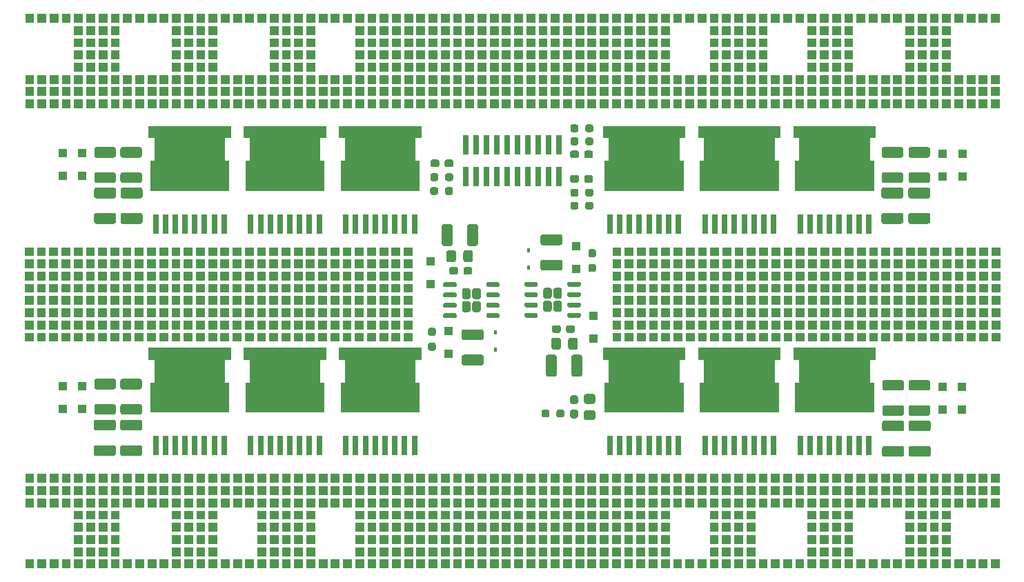
<source format=gbr>
%TF.GenerationSoftware,KiCad,Pcbnew,5.1.9*%
%TF.CreationDate,2021-04-12T00:54:04-03:00*%
%TF.ProjectId,Switches,53776974-6368-4657-932e-6b696361645f,rev?*%
%TF.SameCoordinates,Original*%
%TF.FileFunction,Paste,Top*%
%TF.FilePolarity,Positive*%
%FSLAX46Y46*%
G04 Gerber Fmt 4.6, Leading zero omitted, Abs format (unit mm)*
G04 Created by KiCad (PCBNEW 5.1.9) date 2021-04-12 00:54:04*
%MOMM*%
%LPD*%
G01*
G04 APERTURE LIST*
%ADD10C,0.100000*%
%ADD11R,0.700000X2.350000*%
%ADD12R,1.100000X1.100000*%
%ADD13R,0.450000X0.600000*%
%ADD14R,0.740000X2.400000*%
G04 APERTURE END LIST*
D10*
%TO.C,J102*%
G36*
X222000000Y-78550000D02*
G01*
X221000000Y-78550000D01*
X221000000Y-77550000D01*
X222000000Y-77550000D01*
X222000000Y-78550000D01*
G37*
X222000000Y-78550000D02*
X221000000Y-78550000D01*
X221000000Y-77550000D01*
X222000000Y-77550000D01*
X222000000Y-78550000D01*
G36*
X220500000Y-78550000D02*
G01*
X219500000Y-78550000D01*
X219500000Y-77550000D01*
X220500000Y-77550000D01*
X220500000Y-78550000D01*
G37*
X220500000Y-78550000D02*
X219500000Y-78550000D01*
X219500000Y-77550000D01*
X220500000Y-77550000D01*
X220500000Y-78550000D01*
G36*
X219000000Y-78550000D02*
G01*
X218000000Y-78550000D01*
X218000000Y-77550000D01*
X219000000Y-77550000D01*
X219000000Y-78550000D01*
G37*
X219000000Y-78550000D02*
X218000000Y-78550000D01*
X218000000Y-77550000D01*
X219000000Y-77550000D01*
X219000000Y-78550000D01*
G36*
X217500000Y-78550000D02*
G01*
X216500000Y-78550000D01*
X216500000Y-77550000D01*
X217500000Y-77550000D01*
X217500000Y-78550000D01*
G37*
X217500000Y-78550000D02*
X216500000Y-78550000D01*
X216500000Y-77550000D01*
X217500000Y-77550000D01*
X217500000Y-78550000D01*
G36*
X216000000Y-78550000D02*
G01*
X215000000Y-78550000D01*
X215000000Y-77550000D01*
X216000000Y-77550000D01*
X216000000Y-78550000D01*
G37*
X216000000Y-78550000D02*
X215000000Y-78550000D01*
X215000000Y-77550000D01*
X216000000Y-77550000D01*
X216000000Y-78550000D01*
G36*
X214500000Y-78550000D02*
G01*
X213500000Y-78550000D01*
X213500000Y-77550000D01*
X214500000Y-77550000D01*
X214500000Y-78550000D01*
G37*
X214500000Y-78550000D02*
X213500000Y-78550000D01*
X213500000Y-77550000D01*
X214500000Y-77550000D01*
X214500000Y-78550000D01*
G36*
X213000000Y-78550000D02*
G01*
X212000000Y-78550000D01*
X212000000Y-77550000D01*
X213000000Y-77550000D01*
X213000000Y-78550000D01*
G37*
X213000000Y-78550000D02*
X212000000Y-78550000D01*
X212000000Y-77550000D01*
X213000000Y-77550000D01*
X213000000Y-78550000D01*
G36*
X211500000Y-78550000D02*
G01*
X210500000Y-78550000D01*
X210500000Y-77550000D01*
X211500000Y-77550000D01*
X211500000Y-78550000D01*
G37*
X211500000Y-78550000D02*
X210500000Y-78550000D01*
X210500000Y-77550000D01*
X211500000Y-77550000D01*
X211500000Y-78550000D01*
G36*
X210000000Y-78550000D02*
G01*
X209000000Y-78550000D01*
X209000000Y-77550000D01*
X210000000Y-77550000D01*
X210000000Y-78550000D01*
G37*
X210000000Y-78550000D02*
X209000000Y-78550000D01*
X209000000Y-77550000D01*
X210000000Y-77550000D01*
X210000000Y-78550000D01*
G36*
X208500000Y-78550000D02*
G01*
X207500000Y-78550000D01*
X207500000Y-77550000D01*
X208500000Y-77550000D01*
X208500000Y-78550000D01*
G37*
X208500000Y-78550000D02*
X207500000Y-78550000D01*
X207500000Y-77550000D01*
X208500000Y-77550000D01*
X208500000Y-78550000D01*
G36*
X207000000Y-78550000D02*
G01*
X206000000Y-78550000D01*
X206000000Y-77550000D01*
X207000000Y-77550000D01*
X207000000Y-78550000D01*
G37*
X207000000Y-78550000D02*
X206000000Y-78550000D01*
X206000000Y-77550000D01*
X207000000Y-77550000D01*
X207000000Y-78550000D01*
G36*
X205500000Y-78550000D02*
G01*
X204500000Y-78550000D01*
X204500000Y-77550000D01*
X205500000Y-77550000D01*
X205500000Y-78550000D01*
G37*
X205500000Y-78550000D02*
X204500000Y-78550000D01*
X204500000Y-77550000D01*
X205500000Y-77550000D01*
X205500000Y-78550000D01*
G36*
X204000000Y-78550000D02*
G01*
X203000000Y-78550000D01*
X203000000Y-77550000D01*
X204000000Y-77550000D01*
X204000000Y-78550000D01*
G37*
X204000000Y-78550000D02*
X203000000Y-78550000D01*
X203000000Y-77550000D01*
X204000000Y-77550000D01*
X204000000Y-78550000D01*
G36*
X202500000Y-78550000D02*
G01*
X201500000Y-78550000D01*
X201500000Y-77550000D01*
X202500000Y-77550000D01*
X202500000Y-78550000D01*
G37*
X202500000Y-78550000D02*
X201500000Y-78550000D01*
X201500000Y-77550000D01*
X202500000Y-77550000D01*
X202500000Y-78550000D01*
G36*
X201000000Y-78550000D02*
G01*
X200000000Y-78550000D01*
X200000000Y-77550000D01*
X201000000Y-77550000D01*
X201000000Y-78550000D01*
G37*
X201000000Y-78550000D02*
X200000000Y-78550000D01*
X200000000Y-77550000D01*
X201000000Y-77550000D01*
X201000000Y-78550000D01*
G36*
X199500000Y-78550000D02*
G01*
X198500000Y-78550000D01*
X198500000Y-77550000D01*
X199500000Y-77550000D01*
X199500000Y-78550000D01*
G37*
X199500000Y-78550000D02*
X198500000Y-78550000D01*
X198500000Y-77550000D01*
X199500000Y-77550000D01*
X199500000Y-78550000D01*
G36*
X198000000Y-78550000D02*
G01*
X197000000Y-78550000D01*
X197000000Y-77550000D01*
X198000000Y-77550000D01*
X198000000Y-78550000D01*
G37*
X198000000Y-78550000D02*
X197000000Y-78550000D01*
X197000000Y-77550000D01*
X198000000Y-77550000D01*
X198000000Y-78550000D01*
G36*
X196500000Y-78550000D02*
G01*
X195500000Y-78550000D01*
X195500000Y-77550000D01*
X196500000Y-77550000D01*
X196500000Y-78550000D01*
G37*
X196500000Y-78550000D02*
X195500000Y-78550000D01*
X195500000Y-77550000D01*
X196500000Y-77550000D01*
X196500000Y-78550000D01*
G36*
X195000000Y-78550000D02*
G01*
X194000000Y-78550000D01*
X194000000Y-77550000D01*
X195000000Y-77550000D01*
X195000000Y-78550000D01*
G37*
X195000000Y-78550000D02*
X194000000Y-78550000D01*
X194000000Y-77550000D01*
X195000000Y-77550000D01*
X195000000Y-78550000D01*
G36*
X193500000Y-78550000D02*
G01*
X192500000Y-78550000D01*
X192500000Y-77550000D01*
X193500000Y-77550000D01*
X193500000Y-78550000D01*
G37*
X193500000Y-78550000D02*
X192500000Y-78550000D01*
X192500000Y-77550000D01*
X193500000Y-77550000D01*
X193500000Y-78550000D01*
G36*
X192000000Y-78550000D02*
G01*
X191000000Y-78550000D01*
X191000000Y-77550000D01*
X192000000Y-77550000D01*
X192000000Y-78550000D01*
G37*
X192000000Y-78550000D02*
X191000000Y-78550000D01*
X191000000Y-77550000D01*
X192000000Y-77550000D01*
X192000000Y-78550000D01*
G36*
X190500000Y-78550000D02*
G01*
X189500000Y-78550000D01*
X189500000Y-77550000D01*
X190500000Y-77550000D01*
X190500000Y-78550000D01*
G37*
X190500000Y-78550000D02*
X189500000Y-78550000D01*
X189500000Y-77550000D01*
X190500000Y-77550000D01*
X190500000Y-78550000D01*
G36*
X189000000Y-78550000D02*
G01*
X188000000Y-78550000D01*
X188000000Y-77550000D01*
X189000000Y-77550000D01*
X189000000Y-78550000D01*
G37*
X189000000Y-78550000D02*
X188000000Y-78550000D01*
X188000000Y-77550000D01*
X189000000Y-77550000D01*
X189000000Y-78550000D01*
G36*
X187500000Y-78550000D02*
G01*
X186500000Y-78550000D01*
X186500000Y-77550000D01*
X187500000Y-77550000D01*
X187500000Y-78550000D01*
G37*
X187500000Y-78550000D02*
X186500000Y-78550000D01*
X186500000Y-77550000D01*
X187500000Y-77550000D01*
X187500000Y-78550000D01*
G36*
X186000000Y-78550000D02*
G01*
X185000000Y-78550000D01*
X185000000Y-77550000D01*
X186000000Y-77550000D01*
X186000000Y-78550000D01*
G37*
X186000000Y-78550000D02*
X185000000Y-78550000D01*
X185000000Y-77550000D01*
X186000000Y-77550000D01*
X186000000Y-78550000D01*
G36*
X184500000Y-78550000D02*
G01*
X183500000Y-78550000D01*
X183500000Y-77550000D01*
X184500000Y-77550000D01*
X184500000Y-78550000D01*
G37*
X184500000Y-78550000D02*
X183500000Y-78550000D01*
X183500000Y-77550000D01*
X184500000Y-77550000D01*
X184500000Y-78550000D01*
G36*
X183000000Y-78550000D02*
G01*
X182000000Y-78550000D01*
X182000000Y-77550000D01*
X183000000Y-77550000D01*
X183000000Y-78550000D01*
G37*
X183000000Y-78550000D02*
X182000000Y-78550000D01*
X182000000Y-77550000D01*
X183000000Y-77550000D01*
X183000000Y-78550000D01*
G36*
X181500000Y-78550000D02*
G01*
X180500000Y-78550000D01*
X180500000Y-77550000D01*
X181500000Y-77550000D01*
X181500000Y-78550000D01*
G37*
X181500000Y-78550000D02*
X180500000Y-78550000D01*
X180500000Y-77550000D01*
X181500000Y-77550000D01*
X181500000Y-78550000D01*
G36*
X180000000Y-78550000D02*
G01*
X179000000Y-78550000D01*
X179000000Y-77550000D01*
X180000000Y-77550000D01*
X180000000Y-78550000D01*
G37*
X180000000Y-78550000D02*
X179000000Y-78550000D01*
X179000000Y-77550000D01*
X180000000Y-77550000D01*
X180000000Y-78550000D01*
G36*
X178500000Y-78550000D02*
G01*
X177500000Y-78550000D01*
X177500000Y-77550000D01*
X178500000Y-77550000D01*
X178500000Y-78550000D01*
G37*
X178500000Y-78550000D02*
X177500000Y-78550000D01*
X177500000Y-77550000D01*
X178500000Y-77550000D01*
X178500000Y-78550000D01*
G36*
X177000000Y-78550000D02*
G01*
X176000000Y-78550000D01*
X176000000Y-77550000D01*
X177000000Y-77550000D01*
X177000000Y-78550000D01*
G37*
X177000000Y-78550000D02*
X176000000Y-78550000D01*
X176000000Y-77550000D01*
X177000000Y-77550000D01*
X177000000Y-78550000D01*
G36*
X175500000Y-78550000D02*
G01*
X174500000Y-78550000D01*
X174500000Y-77550000D01*
X175500000Y-77550000D01*
X175500000Y-78550000D01*
G37*
X175500000Y-78550000D02*
X174500000Y-78550000D01*
X174500000Y-77550000D01*
X175500000Y-77550000D01*
X175500000Y-78550000D01*
G36*
X174000000Y-78550000D02*
G01*
X173000000Y-78550000D01*
X173000000Y-77550000D01*
X174000000Y-77550000D01*
X174000000Y-78550000D01*
G37*
X174000000Y-78550000D02*
X173000000Y-78550000D01*
X173000000Y-77550000D01*
X174000000Y-77550000D01*
X174000000Y-78550000D01*
G36*
X172500000Y-78550000D02*
G01*
X171500000Y-78550000D01*
X171500000Y-77550000D01*
X172500000Y-77550000D01*
X172500000Y-78550000D01*
G37*
X172500000Y-78550000D02*
X171500000Y-78550000D01*
X171500000Y-77550000D01*
X172500000Y-77550000D01*
X172500000Y-78550000D01*
G36*
X171000000Y-78550000D02*
G01*
X170000000Y-78550000D01*
X170000000Y-77550000D01*
X171000000Y-77550000D01*
X171000000Y-78550000D01*
G37*
X171000000Y-78550000D02*
X170000000Y-78550000D01*
X170000000Y-77550000D01*
X171000000Y-77550000D01*
X171000000Y-78550000D01*
G36*
X169500000Y-78550000D02*
G01*
X168500000Y-78550000D01*
X168500000Y-77550000D01*
X169500000Y-77550000D01*
X169500000Y-78550000D01*
G37*
X169500000Y-78550000D02*
X168500000Y-78550000D01*
X168500000Y-77550000D01*
X169500000Y-77550000D01*
X169500000Y-78550000D01*
G36*
X168000000Y-78550000D02*
G01*
X167000000Y-78550000D01*
X167000000Y-77550000D01*
X168000000Y-77550000D01*
X168000000Y-78550000D01*
G37*
X168000000Y-78550000D02*
X167000000Y-78550000D01*
X167000000Y-77550000D01*
X168000000Y-77550000D01*
X168000000Y-78550000D01*
G36*
X166500000Y-78550000D02*
G01*
X165500000Y-78550000D01*
X165500000Y-77550000D01*
X166500000Y-77550000D01*
X166500000Y-78550000D01*
G37*
X166500000Y-78550000D02*
X165500000Y-78550000D01*
X165500000Y-77550000D01*
X166500000Y-77550000D01*
X166500000Y-78550000D01*
G36*
X165000000Y-78550000D02*
G01*
X164000000Y-78550000D01*
X164000000Y-77550000D01*
X165000000Y-77550000D01*
X165000000Y-78550000D01*
G37*
X165000000Y-78550000D02*
X164000000Y-78550000D01*
X164000000Y-77550000D01*
X165000000Y-77550000D01*
X165000000Y-78550000D01*
G36*
X163500000Y-78550000D02*
G01*
X162500000Y-78550000D01*
X162500000Y-77550000D01*
X163500000Y-77550000D01*
X163500000Y-78550000D01*
G37*
X163500000Y-78550000D02*
X162500000Y-78550000D01*
X162500000Y-77550000D01*
X163500000Y-77550000D01*
X163500000Y-78550000D01*
G36*
X162000000Y-78550000D02*
G01*
X161000000Y-78550000D01*
X161000000Y-77550000D01*
X162000000Y-77550000D01*
X162000000Y-78550000D01*
G37*
X162000000Y-78550000D02*
X161000000Y-78550000D01*
X161000000Y-77550000D01*
X162000000Y-77550000D01*
X162000000Y-78550000D01*
G36*
X160500000Y-78550000D02*
G01*
X159500000Y-78550000D01*
X159500000Y-77550000D01*
X160500000Y-77550000D01*
X160500000Y-78550000D01*
G37*
X160500000Y-78550000D02*
X159500000Y-78550000D01*
X159500000Y-77550000D01*
X160500000Y-77550000D01*
X160500000Y-78550000D01*
G36*
X159000000Y-78550000D02*
G01*
X158000000Y-78550000D01*
X158000000Y-77550000D01*
X159000000Y-77550000D01*
X159000000Y-78550000D01*
G37*
X159000000Y-78550000D02*
X158000000Y-78550000D01*
X158000000Y-77550000D01*
X159000000Y-77550000D01*
X159000000Y-78550000D01*
G36*
X157500000Y-78550000D02*
G01*
X156500000Y-78550000D01*
X156500000Y-77550000D01*
X157500000Y-77550000D01*
X157500000Y-78550000D01*
G37*
X157500000Y-78550000D02*
X156500000Y-78550000D01*
X156500000Y-77550000D01*
X157500000Y-77550000D01*
X157500000Y-78550000D01*
G36*
X156000000Y-78550000D02*
G01*
X155000000Y-78550000D01*
X155000000Y-77550000D01*
X156000000Y-77550000D01*
X156000000Y-78550000D01*
G37*
X156000000Y-78550000D02*
X155000000Y-78550000D01*
X155000000Y-77550000D01*
X156000000Y-77550000D01*
X156000000Y-78550000D01*
G36*
X154500000Y-78550000D02*
G01*
X153500000Y-78550000D01*
X153500000Y-77550000D01*
X154500000Y-77550000D01*
X154500000Y-78550000D01*
G37*
X154500000Y-78550000D02*
X153500000Y-78550000D01*
X153500000Y-77550000D01*
X154500000Y-77550000D01*
X154500000Y-78550000D01*
G36*
X153000000Y-78550000D02*
G01*
X152000000Y-78550000D01*
X152000000Y-77550000D01*
X153000000Y-77550000D01*
X153000000Y-78550000D01*
G37*
X153000000Y-78550000D02*
X152000000Y-78550000D01*
X152000000Y-77550000D01*
X153000000Y-77550000D01*
X153000000Y-78550000D01*
G36*
X151500000Y-78550000D02*
G01*
X150500000Y-78550000D01*
X150500000Y-77550000D01*
X151500000Y-77550000D01*
X151500000Y-78550000D01*
G37*
X151500000Y-78550000D02*
X150500000Y-78550000D01*
X150500000Y-77550000D01*
X151500000Y-77550000D01*
X151500000Y-78550000D01*
G36*
X150000000Y-78550000D02*
G01*
X149000000Y-78550000D01*
X149000000Y-77550000D01*
X150000000Y-77550000D01*
X150000000Y-78550000D01*
G37*
X150000000Y-78550000D02*
X149000000Y-78550000D01*
X149000000Y-77550000D01*
X150000000Y-77550000D01*
X150000000Y-78550000D01*
G36*
X148500000Y-78550000D02*
G01*
X147500000Y-78550000D01*
X147500000Y-77550000D01*
X148500000Y-77550000D01*
X148500000Y-78550000D01*
G37*
X148500000Y-78550000D02*
X147500000Y-78550000D01*
X147500000Y-77550000D01*
X148500000Y-77550000D01*
X148500000Y-78550000D01*
G36*
X147000000Y-78550000D02*
G01*
X146000000Y-78550000D01*
X146000000Y-77550000D01*
X147000000Y-77550000D01*
X147000000Y-78550000D01*
G37*
X147000000Y-78550000D02*
X146000000Y-78550000D01*
X146000000Y-77550000D01*
X147000000Y-77550000D01*
X147000000Y-78550000D01*
G36*
X145500000Y-78550000D02*
G01*
X144500000Y-78550000D01*
X144500000Y-77550000D01*
X145500000Y-77550000D01*
X145500000Y-78550000D01*
G37*
X145500000Y-78550000D02*
X144500000Y-78550000D01*
X144500000Y-77550000D01*
X145500000Y-77550000D01*
X145500000Y-78550000D01*
G36*
X144000000Y-78550000D02*
G01*
X143000000Y-78550000D01*
X143000000Y-77550000D01*
X144000000Y-77550000D01*
X144000000Y-78550000D01*
G37*
X144000000Y-78550000D02*
X143000000Y-78550000D01*
X143000000Y-77550000D01*
X144000000Y-77550000D01*
X144000000Y-78550000D01*
G36*
X142500000Y-78550000D02*
G01*
X141500000Y-78550000D01*
X141500000Y-77550000D01*
X142500000Y-77550000D01*
X142500000Y-78550000D01*
G37*
X142500000Y-78550000D02*
X141500000Y-78550000D01*
X141500000Y-77550000D01*
X142500000Y-77550000D01*
X142500000Y-78550000D01*
G36*
X141000000Y-78550000D02*
G01*
X140000000Y-78550000D01*
X140000000Y-77550000D01*
X141000000Y-77550000D01*
X141000000Y-78550000D01*
G37*
X141000000Y-78550000D02*
X140000000Y-78550000D01*
X140000000Y-77550000D01*
X141000000Y-77550000D01*
X141000000Y-78550000D01*
G36*
X139500000Y-78550000D02*
G01*
X138500000Y-78550000D01*
X138500000Y-77550000D01*
X139500000Y-77550000D01*
X139500000Y-78550000D01*
G37*
X139500000Y-78550000D02*
X138500000Y-78550000D01*
X138500000Y-77550000D01*
X139500000Y-77550000D01*
X139500000Y-78550000D01*
G36*
X138000000Y-78550000D02*
G01*
X137000000Y-78550000D01*
X137000000Y-77550000D01*
X138000000Y-77550000D01*
X138000000Y-78550000D01*
G37*
X138000000Y-78550000D02*
X137000000Y-78550000D01*
X137000000Y-77550000D01*
X138000000Y-77550000D01*
X138000000Y-78550000D01*
G36*
X136500000Y-78550000D02*
G01*
X135500000Y-78550000D01*
X135500000Y-77550000D01*
X136500000Y-77550000D01*
X136500000Y-78550000D01*
G37*
X136500000Y-78550000D02*
X135500000Y-78550000D01*
X135500000Y-77550000D01*
X136500000Y-77550000D01*
X136500000Y-78550000D01*
G36*
X135000000Y-78550000D02*
G01*
X134000000Y-78550000D01*
X134000000Y-77550000D01*
X135000000Y-77550000D01*
X135000000Y-78550000D01*
G37*
X135000000Y-78550000D02*
X134000000Y-78550000D01*
X134000000Y-77550000D01*
X135000000Y-77550000D01*
X135000000Y-78550000D01*
G36*
X133500000Y-78550000D02*
G01*
X132500000Y-78550000D01*
X132500000Y-77550000D01*
X133500000Y-77550000D01*
X133500000Y-78550000D01*
G37*
X133500000Y-78550000D02*
X132500000Y-78550000D01*
X132500000Y-77550000D01*
X133500000Y-77550000D01*
X133500000Y-78550000D01*
G36*
X132000000Y-78550000D02*
G01*
X131000000Y-78550000D01*
X131000000Y-77550000D01*
X132000000Y-77550000D01*
X132000000Y-78550000D01*
G37*
X132000000Y-78550000D02*
X131000000Y-78550000D01*
X131000000Y-77550000D01*
X132000000Y-77550000D01*
X132000000Y-78550000D01*
G36*
X130500000Y-78550000D02*
G01*
X129500000Y-78550000D01*
X129500000Y-77550000D01*
X130500000Y-77550000D01*
X130500000Y-78550000D01*
G37*
X130500000Y-78550000D02*
X129500000Y-78550000D01*
X129500000Y-77550000D01*
X130500000Y-77550000D01*
X130500000Y-78550000D01*
G36*
X129000000Y-78550000D02*
G01*
X128000000Y-78550000D01*
X128000000Y-77550000D01*
X129000000Y-77550000D01*
X129000000Y-78550000D01*
G37*
X129000000Y-78550000D02*
X128000000Y-78550000D01*
X128000000Y-77550000D01*
X129000000Y-77550000D01*
X129000000Y-78550000D01*
G36*
X127500000Y-78550000D02*
G01*
X126500000Y-78550000D01*
X126500000Y-77550000D01*
X127500000Y-77550000D01*
X127500000Y-78550000D01*
G37*
X127500000Y-78550000D02*
X126500000Y-78550000D01*
X126500000Y-77550000D01*
X127500000Y-77550000D01*
X127500000Y-78550000D01*
G36*
X126000000Y-78550000D02*
G01*
X125000000Y-78550000D01*
X125000000Y-77550000D01*
X126000000Y-77550000D01*
X126000000Y-78550000D01*
G37*
X126000000Y-78550000D02*
X125000000Y-78550000D01*
X125000000Y-77550000D01*
X126000000Y-77550000D01*
X126000000Y-78550000D01*
G36*
X124500000Y-78550000D02*
G01*
X123500000Y-78550000D01*
X123500000Y-77550000D01*
X124500000Y-77550000D01*
X124500000Y-78550000D01*
G37*
X124500000Y-78550000D02*
X123500000Y-78550000D01*
X123500000Y-77550000D01*
X124500000Y-77550000D01*
X124500000Y-78550000D01*
G36*
X123000000Y-78550000D02*
G01*
X122000000Y-78550000D01*
X122000000Y-77550000D01*
X123000000Y-77550000D01*
X123000000Y-78550000D01*
G37*
X123000000Y-78550000D02*
X122000000Y-78550000D01*
X122000000Y-77550000D01*
X123000000Y-77550000D01*
X123000000Y-78550000D01*
G36*
X121500000Y-78550000D02*
G01*
X120500000Y-78550000D01*
X120500000Y-77550000D01*
X121500000Y-77550000D01*
X121500000Y-78550000D01*
G37*
X121500000Y-78550000D02*
X120500000Y-78550000D01*
X120500000Y-77550000D01*
X121500000Y-77550000D01*
X121500000Y-78550000D01*
G36*
X120000000Y-78550000D02*
G01*
X119000000Y-78550000D01*
X119000000Y-77550000D01*
X120000000Y-77550000D01*
X120000000Y-78550000D01*
G37*
X120000000Y-78550000D02*
X119000000Y-78550000D01*
X119000000Y-77550000D01*
X120000000Y-77550000D01*
X120000000Y-78550000D01*
G36*
X118500000Y-78550000D02*
G01*
X117500000Y-78550000D01*
X117500000Y-77550000D01*
X118500000Y-77550000D01*
X118500000Y-78550000D01*
G37*
X118500000Y-78550000D02*
X117500000Y-78550000D01*
X117500000Y-77550000D01*
X118500000Y-77550000D01*
X118500000Y-78550000D01*
G36*
X117000000Y-78550000D02*
G01*
X116000000Y-78550000D01*
X116000000Y-77550000D01*
X117000000Y-77550000D01*
X117000000Y-78550000D01*
G37*
X117000000Y-78550000D02*
X116000000Y-78550000D01*
X116000000Y-77550000D01*
X117000000Y-77550000D01*
X117000000Y-78550000D01*
G36*
X115500000Y-78550000D02*
G01*
X114500000Y-78550000D01*
X114500000Y-77550000D01*
X115500000Y-77550000D01*
X115500000Y-78550000D01*
G37*
X115500000Y-78550000D02*
X114500000Y-78550000D01*
X114500000Y-77550000D01*
X115500000Y-77550000D01*
X115500000Y-78550000D01*
G36*
X114000000Y-78550000D02*
G01*
X113000000Y-78550000D01*
X113000000Y-77550000D01*
X114000000Y-77550000D01*
X114000000Y-78550000D01*
G37*
X114000000Y-78550000D02*
X113000000Y-78550000D01*
X113000000Y-77550000D01*
X114000000Y-77550000D01*
X114000000Y-78550000D01*
G36*
X112500000Y-78550000D02*
G01*
X111500000Y-78550000D01*
X111500000Y-77550000D01*
X112500000Y-77550000D01*
X112500000Y-78550000D01*
G37*
X112500000Y-78550000D02*
X111500000Y-78550000D01*
X111500000Y-77550000D01*
X112500000Y-77550000D01*
X112500000Y-78550000D01*
G36*
X111000000Y-78550000D02*
G01*
X110000000Y-78550000D01*
X110000000Y-77550000D01*
X111000000Y-77550000D01*
X111000000Y-78550000D01*
G37*
X111000000Y-78550000D02*
X110000000Y-78550000D01*
X110000000Y-77550000D01*
X111000000Y-77550000D01*
X111000000Y-78550000D01*
G36*
X109500000Y-78550000D02*
G01*
X108500000Y-78550000D01*
X108500000Y-77550000D01*
X109500000Y-77550000D01*
X109500000Y-78550000D01*
G37*
X109500000Y-78550000D02*
X108500000Y-78550000D01*
X108500000Y-77550000D01*
X109500000Y-77550000D01*
X109500000Y-78550000D01*
G36*
X108000000Y-78550000D02*
G01*
X107000000Y-78550000D01*
X107000000Y-77550000D01*
X108000000Y-77550000D01*
X108000000Y-78550000D01*
G37*
X108000000Y-78550000D02*
X107000000Y-78550000D01*
X107000000Y-77550000D01*
X108000000Y-77550000D01*
X108000000Y-78550000D01*
G36*
X106500000Y-78550000D02*
G01*
X105500000Y-78550000D01*
X105500000Y-77550000D01*
X106500000Y-77550000D01*
X106500000Y-78550000D01*
G37*
X106500000Y-78550000D02*
X105500000Y-78550000D01*
X105500000Y-77550000D01*
X106500000Y-77550000D01*
X106500000Y-78550000D01*
G36*
X105000000Y-78550000D02*
G01*
X104000000Y-78550000D01*
X104000000Y-77550000D01*
X105000000Y-77550000D01*
X105000000Y-78550000D01*
G37*
X105000000Y-78550000D02*
X104000000Y-78550000D01*
X104000000Y-77550000D01*
X105000000Y-77550000D01*
X105000000Y-78550000D01*
G36*
X103500000Y-78550000D02*
G01*
X102500000Y-78550000D01*
X102500000Y-77550000D01*
X103500000Y-77550000D01*
X103500000Y-78550000D01*
G37*
X103500000Y-78550000D02*
X102500000Y-78550000D01*
X102500000Y-77550000D01*
X103500000Y-77550000D01*
X103500000Y-78550000D01*
G36*
X222000000Y-77050000D02*
G01*
X221000000Y-77050000D01*
X221000000Y-76050000D01*
X222000000Y-76050000D01*
X222000000Y-77050000D01*
G37*
X222000000Y-77050000D02*
X221000000Y-77050000D01*
X221000000Y-76050000D01*
X222000000Y-76050000D01*
X222000000Y-77050000D01*
G36*
X220500000Y-77050000D02*
G01*
X219500000Y-77050000D01*
X219500000Y-76050000D01*
X220500000Y-76050000D01*
X220500000Y-77050000D01*
G37*
X220500000Y-77050000D02*
X219500000Y-77050000D01*
X219500000Y-76050000D01*
X220500000Y-76050000D01*
X220500000Y-77050000D01*
G36*
X219000000Y-77050000D02*
G01*
X218000000Y-77050000D01*
X218000000Y-76050000D01*
X219000000Y-76050000D01*
X219000000Y-77050000D01*
G37*
X219000000Y-77050000D02*
X218000000Y-77050000D01*
X218000000Y-76050000D01*
X219000000Y-76050000D01*
X219000000Y-77050000D01*
G36*
X217500000Y-77050000D02*
G01*
X216500000Y-77050000D01*
X216500000Y-76050000D01*
X217500000Y-76050000D01*
X217500000Y-77050000D01*
G37*
X217500000Y-77050000D02*
X216500000Y-77050000D01*
X216500000Y-76050000D01*
X217500000Y-76050000D01*
X217500000Y-77050000D01*
G36*
X216000000Y-77050000D02*
G01*
X215000000Y-77050000D01*
X215000000Y-76050000D01*
X216000000Y-76050000D01*
X216000000Y-77050000D01*
G37*
X216000000Y-77050000D02*
X215000000Y-77050000D01*
X215000000Y-76050000D01*
X216000000Y-76050000D01*
X216000000Y-77050000D01*
G36*
X214500000Y-77050000D02*
G01*
X213500000Y-77050000D01*
X213500000Y-76050000D01*
X214500000Y-76050000D01*
X214500000Y-77050000D01*
G37*
X214500000Y-77050000D02*
X213500000Y-77050000D01*
X213500000Y-76050000D01*
X214500000Y-76050000D01*
X214500000Y-77050000D01*
G36*
X213000000Y-77050000D02*
G01*
X212000000Y-77050000D01*
X212000000Y-76050000D01*
X213000000Y-76050000D01*
X213000000Y-77050000D01*
G37*
X213000000Y-77050000D02*
X212000000Y-77050000D01*
X212000000Y-76050000D01*
X213000000Y-76050000D01*
X213000000Y-77050000D01*
G36*
X211500000Y-77050000D02*
G01*
X210500000Y-77050000D01*
X210500000Y-76050000D01*
X211500000Y-76050000D01*
X211500000Y-77050000D01*
G37*
X211500000Y-77050000D02*
X210500000Y-77050000D01*
X210500000Y-76050000D01*
X211500000Y-76050000D01*
X211500000Y-77050000D01*
G36*
X210000000Y-77050000D02*
G01*
X209000000Y-77050000D01*
X209000000Y-76050000D01*
X210000000Y-76050000D01*
X210000000Y-77050000D01*
G37*
X210000000Y-77050000D02*
X209000000Y-77050000D01*
X209000000Y-76050000D01*
X210000000Y-76050000D01*
X210000000Y-77050000D01*
G36*
X208500000Y-77050000D02*
G01*
X207500000Y-77050000D01*
X207500000Y-76050000D01*
X208500000Y-76050000D01*
X208500000Y-77050000D01*
G37*
X208500000Y-77050000D02*
X207500000Y-77050000D01*
X207500000Y-76050000D01*
X208500000Y-76050000D01*
X208500000Y-77050000D01*
G36*
X207000000Y-77050000D02*
G01*
X206000000Y-77050000D01*
X206000000Y-76050000D01*
X207000000Y-76050000D01*
X207000000Y-77050000D01*
G37*
X207000000Y-77050000D02*
X206000000Y-77050000D01*
X206000000Y-76050000D01*
X207000000Y-76050000D01*
X207000000Y-77050000D01*
G36*
X205500000Y-77050000D02*
G01*
X204500000Y-77050000D01*
X204500000Y-76050000D01*
X205500000Y-76050000D01*
X205500000Y-77050000D01*
G37*
X205500000Y-77050000D02*
X204500000Y-77050000D01*
X204500000Y-76050000D01*
X205500000Y-76050000D01*
X205500000Y-77050000D01*
G36*
X204000000Y-77050000D02*
G01*
X203000000Y-77050000D01*
X203000000Y-76050000D01*
X204000000Y-76050000D01*
X204000000Y-77050000D01*
G37*
X204000000Y-77050000D02*
X203000000Y-77050000D01*
X203000000Y-76050000D01*
X204000000Y-76050000D01*
X204000000Y-77050000D01*
G36*
X202500000Y-77050000D02*
G01*
X201500000Y-77050000D01*
X201500000Y-76050000D01*
X202500000Y-76050000D01*
X202500000Y-77050000D01*
G37*
X202500000Y-77050000D02*
X201500000Y-77050000D01*
X201500000Y-76050000D01*
X202500000Y-76050000D01*
X202500000Y-77050000D01*
G36*
X201000000Y-77050000D02*
G01*
X200000000Y-77050000D01*
X200000000Y-76050000D01*
X201000000Y-76050000D01*
X201000000Y-77050000D01*
G37*
X201000000Y-77050000D02*
X200000000Y-77050000D01*
X200000000Y-76050000D01*
X201000000Y-76050000D01*
X201000000Y-77050000D01*
G36*
X199500000Y-77050000D02*
G01*
X198500000Y-77050000D01*
X198500000Y-76050000D01*
X199500000Y-76050000D01*
X199500000Y-77050000D01*
G37*
X199500000Y-77050000D02*
X198500000Y-77050000D01*
X198500000Y-76050000D01*
X199500000Y-76050000D01*
X199500000Y-77050000D01*
G36*
X198000000Y-77050000D02*
G01*
X197000000Y-77050000D01*
X197000000Y-76050000D01*
X198000000Y-76050000D01*
X198000000Y-77050000D01*
G37*
X198000000Y-77050000D02*
X197000000Y-77050000D01*
X197000000Y-76050000D01*
X198000000Y-76050000D01*
X198000000Y-77050000D01*
G36*
X196500000Y-77050000D02*
G01*
X195500000Y-77050000D01*
X195500000Y-76050000D01*
X196500000Y-76050000D01*
X196500000Y-77050000D01*
G37*
X196500000Y-77050000D02*
X195500000Y-77050000D01*
X195500000Y-76050000D01*
X196500000Y-76050000D01*
X196500000Y-77050000D01*
G36*
X195000000Y-77050000D02*
G01*
X194000000Y-77050000D01*
X194000000Y-76050000D01*
X195000000Y-76050000D01*
X195000000Y-77050000D01*
G37*
X195000000Y-77050000D02*
X194000000Y-77050000D01*
X194000000Y-76050000D01*
X195000000Y-76050000D01*
X195000000Y-77050000D01*
G36*
X193500000Y-77050000D02*
G01*
X192500000Y-77050000D01*
X192500000Y-76050000D01*
X193500000Y-76050000D01*
X193500000Y-77050000D01*
G37*
X193500000Y-77050000D02*
X192500000Y-77050000D01*
X192500000Y-76050000D01*
X193500000Y-76050000D01*
X193500000Y-77050000D01*
G36*
X192000000Y-77050000D02*
G01*
X191000000Y-77050000D01*
X191000000Y-76050000D01*
X192000000Y-76050000D01*
X192000000Y-77050000D01*
G37*
X192000000Y-77050000D02*
X191000000Y-77050000D01*
X191000000Y-76050000D01*
X192000000Y-76050000D01*
X192000000Y-77050000D01*
G36*
X190500000Y-77050000D02*
G01*
X189500000Y-77050000D01*
X189500000Y-76050000D01*
X190500000Y-76050000D01*
X190500000Y-77050000D01*
G37*
X190500000Y-77050000D02*
X189500000Y-77050000D01*
X189500000Y-76050000D01*
X190500000Y-76050000D01*
X190500000Y-77050000D01*
G36*
X189000000Y-77050000D02*
G01*
X188000000Y-77050000D01*
X188000000Y-76050000D01*
X189000000Y-76050000D01*
X189000000Y-77050000D01*
G37*
X189000000Y-77050000D02*
X188000000Y-77050000D01*
X188000000Y-76050000D01*
X189000000Y-76050000D01*
X189000000Y-77050000D01*
G36*
X187500000Y-77050000D02*
G01*
X186500000Y-77050000D01*
X186500000Y-76050000D01*
X187500000Y-76050000D01*
X187500000Y-77050000D01*
G37*
X187500000Y-77050000D02*
X186500000Y-77050000D01*
X186500000Y-76050000D01*
X187500000Y-76050000D01*
X187500000Y-77050000D01*
G36*
X186000000Y-77050000D02*
G01*
X185000000Y-77050000D01*
X185000000Y-76050000D01*
X186000000Y-76050000D01*
X186000000Y-77050000D01*
G37*
X186000000Y-77050000D02*
X185000000Y-77050000D01*
X185000000Y-76050000D01*
X186000000Y-76050000D01*
X186000000Y-77050000D01*
G36*
X184500000Y-77050000D02*
G01*
X183500000Y-77050000D01*
X183500000Y-76050000D01*
X184500000Y-76050000D01*
X184500000Y-77050000D01*
G37*
X184500000Y-77050000D02*
X183500000Y-77050000D01*
X183500000Y-76050000D01*
X184500000Y-76050000D01*
X184500000Y-77050000D01*
G36*
X183000000Y-77050000D02*
G01*
X182000000Y-77050000D01*
X182000000Y-76050000D01*
X183000000Y-76050000D01*
X183000000Y-77050000D01*
G37*
X183000000Y-77050000D02*
X182000000Y-77050000D01*
X182000000Y-76050000D01*
X183000000Y-76050000D01*
X183000000Y-77050000D01*
G36*
X181500000Y-77050000D02*
G01*
X180500000Y-77050000D01*
X180500000Y-76050000D01*
X181500000Y-76050000D01*
X181500000Y-77050000D01*
G37*
X181500000Y-77050000D02*
X180500000Y-77050000D01*
X180500000Y-76050000D01*
X181500000Y-76050000D01*
X181500000Y-77050000D01*
G36*
X180000000Y-77050000D02*
G01*
X179000000Y-77050000D01*
X179000000Y-76050000D01*
X180000000Y-76050000D01*
X180000000Y-77050000D01*
G37*
X180000000Y-77050000D02*
X179000000Y-77050000D01*
X179000000Y-76050000D01*
X180000000Y-76050000D01*
X180000000Y-77050000D01*
G36*
X178500000Y-77050000D02*
G01*
X177500000Y-77050000D01*
X177500000Y-76050000D01*
X178500000Y-76050000D01*
X178500000Y-77050000D01*
G37*
X178500000Y-77050000D02*
X177500000Y-77050000D01*
X177500000Y-76050000D01*
X178500000Y-76050000D01*
X178500000Y-77050000D01*
G36*
X177000000Y-77050000D02*
G01*
X176000000Y-77050000D01*
X176000000Y-76050000D01*
X177000000Y-76050000D01*
X177000000Y-77050000D01*
G37*
X177000000Y-77050000D02*
X176000000Y-77050000D01*
X176000000Y-76050000D01*
X177000000Y-76050000D01*
X177000000Y-77050000D01*
G36*
X175500000Y-77050000D02*
G01*
X174500000Y-77050000D01*
X174500000Y-76050000D01*
X175500000Y-76050000D01*
X175500000Y-77050000D01*
G37*
X175500000Y-77050000D02*
X174500000Y-77050000D01*
X174500000Y-76050000D01*
X175500000Y-76050000D01*
X175500000Y-77050000D01*
G36*
X174000000Y-77050000D02*
G01*
X173000000Y-77050000D01*
X173000000Y-76050000D01*
X174000000Y-76050000D01*
X174000000Y-77050000D01*
G37*
X174000000Y-77050000D02*
X173000000Y-77050000D01*
X173000000Y-76050000D01*
X174000000Y-76050000D01*
X174000000Y-77050000D01*
G36*
X172500000Y-77050000D02*
G01*
X171500000Y-77050000D01*
X171500000Y-76050000D01*
X172500000Y-76050000D01*
X172500000Y-77050000D01*
G37*
X172500000Y-77050000D02*
X171500000Y-77050000D01*
X171500000Y-76050000D01*
X172500000Y-76050000D01*
X172500000Y-77050000D01*
G36*
X171000000Y-77050000D02*
G01*
X170000000Y-77050000D01*
X170000000Y-76050000D01*
X171000000Y-76050000D01*
X171000000Y-77050000D01*
G37*
X171000000Y-77050000D02*
X170000000Y-77050000D01*
X170000000Y-76050000D01*
X171000000Y-76050000D01*
X171000000Y-77050000D01*
G36*
X169500000Y-77050000D02*
G01*
X168500000Y-77050000D01*
X168500000Y-76050000D01*
X169500000Y-76050000D01*
X169500000Y-77050000D01*
G37*
X169500000Y-77050000D02*
X168500000Y-77050000D01*
X168500000Y-76050000D01*
X169500000Y-76050000D01*
X169500000Y-77050000D01*
G36*
X168000000Y-77050000D02*
G01*
X167000000Y-77050000D01*
X167000000Y-76050000D01*
X168000000Y-76050000D01*
X168000000Y-77050000D01*
G37*
X168000000Y-77050000D02*
X167000000Y-77050000D01*
X167000000Y-76050000D01*
X168000000Y-76050000D01*
X168000000Y-77050000D01*
G36*
X166500000Y-77050000D02*
G01*
X165500000Y-77050000D01*
X165500000Y-76050000D01*
X166500000Y-76050000D01*
X166500000Y-77050000D01*
G37*
X166500000Y-77050000D02*
X165500000Y-77050000D01*
X165500000Y-76050000D01*
X166500000Y-76050000D01*
X166500000Y-77050000D01*
G36*
X165000000Y-77050000D02*
G01*
X164000000Y-77050000D01*
X164000000Y-76050000D01*
X165000000Y-76050000D01*
X165000000Y-77050000D01*
G37*
X165000000Y-77050000D02*
X164000000Y-77050000D01*
X164000000Y-76050000D01*
X165000000Y-76050000D01*
X165000000Y-77050000D01*
G36*
X163500000Y-77050000D02*
G01*
X162500000Y-77050000D01*
X162500000Y-76050000D01*
X163500000Y-76050000D01*
X163500000Y-77050000D01*
G37*
X163500000Y-77050000D02*
X162500000Y-77050000D01*
X162500000Y-76050000D01*
X163500000Y-76050000D01*
X163500000Y-77050000D01*
G36*
X162000000Y-77050000D02*
G01*
X161000000Y-77050000D01*
X161000000Y-76050000D01*
X162000000Y-76050000D01*
X162000000Y-77050000D01*
G37*
X162000000Y-77050000D02*
X161000000Y-77050000D01*
X161000000Y-76050000D01*
X162000000Y-76050000D01*
X162000000Y-77050000D01*
G36*
X160500000Y-77050000D02*
G01*
X159500000Y-77050000D01*
X159500000Y-76050000D01*
X160500000Y-76050000D01*
X160500000Y-77050000D01*
G37*
X160500000Y-77050000D02*
X159500000Y-77050000D01*
X159500000Y-76050000D01*
X160500000Y-76050000D01*
X160500000Y-77050000D01*
G36*
X159000000Y-77050000D02*
G01*
X158000000Y-77050000D01*
X158000000Y-76050000D01*
X159000000Y-76050000D01*
X159000000Y-77050000D01*
G37*
X159000000Y-77050000D02*
X158000000Y-77050000D01*
X158000000Y-76050000D01*
X159000000Y-76050000D01*
X159000000Y-77050000D01*
G36*
X157500000Y-77050000D02*
G01*
X156500000Y-77050000D01*
X156500000Y-76050000D01*
X157500000Y-76050000D01*
X157500000Y-77050000D01*
G37*
X157500000Y-77050000D02*
X156500000Y-77050000D01*
X156500000Y-76050000D01*
X157500000Y-76050000D01*
X157500000Y-77050000D01*
G36*
X156000000Y-77050000D02*
G01*
X155000000Y-77050000D01*
X155000000Y-76050000D01*
X156000000Y-76050000D01*
X156000000Y-77050000D01*
G37*
X156000000Y-77050000D02*
X155000000Y-77050000D01*
X155000000Y-76050000D01*
X156000000Y-76050000D01*
X156000000Y-77050000D01*
G36*
X154500000Y-77050000D02*
G01*
X153500000Y-77050000D01*
X153500000Y-76050000D01*
X154500000Y-76050000D01*
X154500000Y-77050000D01*
G37*
X154500000Y-77050000D02*
X153500000Y-77050000D01*
X153500000Y-76050000D01*
X154500000Y-76050000D01*
X154500000Y-77050000D01*
G36*
X153000000Y-77050000D02*
G01*
X152000000Y-77050000D01*
X152000000Y-76050000D01*
X153000000Y-76050000D01*
X153000000Y-77050000D01*
G37*
X153000000Y-77050000D02*
X152000000Y-77050000D01*
X152000000Y-76050000D01*
X153000000Y-76050000D01*
X153000000Y-77050000D01*
G36*
X151500000Y-77050000D02*
G01*
X150500000Y-77050000D01*
X150500000Y-76050000D01*
X151500000Y-76050000D01*
X151500000Y-77050000D01*
G37*
X151500000Y-77050000D02*
X150500000Y-77050000D01*
X150500000Y-76050000D01*
X151500000Y-76050000D01*
X151500000Y-77050000D01*
G36*
X150000000Y-77050000D02*
G01*
X149000000Y-77050000D01*
X149000000Y-76050000D01*
X150000000Y-76050000D01*
X150000000Y-77050000D01*
G37*
X150000000Y-77050000D02*
X149000000Y-77050000D01*
X149000000Y-76050000D01*
X150000000Y-76050000D01*
X150000000Y-77050000D01*
G36*
X148500000Y-77050000D02*
G01*
X147500000Y-77050000D01*
X147500000Y-76050000D01*
X148500000Y-76050000D01*
X148500000Y-77050000D01*
G37*
X148500000Y-77050000D02*
X147500000Y-77050000D01*
X147500000Y-76050000D01*
X148500000Y-76050000D01*
X148500000Y-77050000D01*
G36*
X147000000Y-77050000D02*
G01*
X146000000Y-77050000D01*
X146000000Y-76050000D01*
X147000000Y-76050000D01*
X147000000Y-77050000D01*
G37*
X147000000Y-77050000D02*
X146000000Y-77050000D01*
X146000000Y-76050000D01*
X147000000Y-76050000D01*
X147000000Y-77050000D01*
G36*
X145500000Y-77050000D02*
G01*
X144500000Y-77050000D01*
X144500000Y-76050000D01*
X145500000Y-76050000D01*
X145500000Y-77050000D01*
G37*
X145500000Y-77050000D02*
X144500000Y-77050000D01*
X144500000Y-76050000D01*
X145500000Y-76050000D01*
X145500000Y-77050000D01*
G36*
X144000000Y-77050000D02*
G01*
X143000000Y-77050000D01*
X143000000Y-76050000D01*
X144000000Y-76050000D01*
X144000000Y-77050000D01*
G37*
X144000000Y-77050000D02*
X143000000Y-77050000D01*
X143000000Y-76050000D01*
X144000000Y-76050000D01*
X144000000Y-77050000D01*
G36*
X142500000Y-77050000D02*
G01*
X141500000Y-77050000D01*
X141500000Y-76050000D01*
X142500000Y-76050000D01*
X142500000Y-77050000D01*
G37*
X142500000Y-77050000D02*
X141500000Y-77050000D01*
X141500000Y-76050000D01*
X142500000Y-76050000D01*
X142500000Y-77050000D01*
G36*
X141000000Y-77050000D02*
G01*
X140000000Y-77050000D01*
X140000000Y-76050000D01*
X141000000Y-76050000D01*
X141000000Y-77050000D01*
G37*
X141000000Y-77050000D02*
X140000000Y-77050000D01*
X140000000Y-76050000D01*
X141000000Y-76050000D01*
X141000000Y-77050000D01*
G36*
X139500000Y-77050000D02*
G01*
X138500000Y-77050000D01*
X138500000Y-76050000D01*
X139500000Y-76050000D01*
X139500000Y-77050000D01*
G37*
X139500000Y-77050000D02*
X138500000Y-77050000D01*
X138500000Y-76050000D01*
X139500000Y-76050000D01*
X139500000Y-77050000D01*
G36*
X138000000Y-77050000D02*
G01*
X137000000Y-77050000D01*
X137000000Y-76050000D01*
X138000000Y-76050000D01*
X138000000Y-77050000D01*
G37*
X138000000Y-77050000D02*
X137000000Y-77050000D01*
X137000000Y-76050000D01*
X138000000Y-76050000D01*
X138000000Y-77050000D01*
G36*
X136500000Y-77050000D02*
G01*
X135500000Y-77050000D01*
X135500000Y-76050000D01*
X136500000Y-76050000D01*
X136500000Y-77050000D01*
G37*
X136500000Y-77050000D02*
X135500000Y-77050000D01*
X135500000Y-76050000D01*
X136500000Y-76050000D01*
X136500000Y-77050000D01*
G36*
X135000000Y-77050000D02*
G01*
X134000000Y-77050000D01*
X134000000Y-76050000D01*
X135000000Y-76050000D01*
X135000000Y-77050000D01*
G37*
X135000000Y-77050000D02*
X134000000Y-77050000D01*
X134000000Y-76050000D01*
X135000000Y-76050000D01*
X135000000Y-77050000D01*
G36*
X133500000Y-77050000D02*
G01*
X132500000Y-77050000D01*
X132500000Y-76050000D01*
X133500000Y-76050000D01*
X133500000Y-77050000D01*
G37*
X133500000Y-77050000D02*
X132500000Y-77050000D01*
X132500000Y-76050000D01*
X133500000Y-76050000D01*
X133500000Y-77050000D01*
G36*
X132000000Y-77050000D02*
G01*
X131000000Y-77050000D01*
X131000000Y-76050000D01*
X132000000Y-76050000D01*
X132000000Y-77050000D01*
G37*
X132000000Y-77050000D02*
X131000000Y-77050000D01*
X131000000Y-76050000D01*
X132000000Y-76050000D01*
X132000000Y-77050000D01*
G36*
X130500000Y-77050000D02*
G01*
X129500000Y-77050000D01*
X129500000Y-76050000D01*
X130500000Y-76050000D01*
X130500000Y-77050000D01*
G37*
X130500000Y-77050000D02*
X129500000Y-77050000D01*
X129500000Y-76050000D01*
X130500000Y-76050000D01*
X130500000Y-77050000D01*
G36*
X129000000Y-77050000D02*
G01*
X128000000Y-77050000D01*
X128000000Y-76050000D01*
X129000000Y-76050000D01*
X129000000Y-77050000D01*
G37*
X129000000Y-77050000D02*
X128000000Y-77050000D01*
X128000000Y-76050000D01*
X129000000Y-76050000D01*
X129000000Y-77050000D01*
G36*
X127500000Y-77050000D02*
G01*
X126500000Y-77050000D01*
X126500000Y-76050000D01*
X127500000Y-76050000D01*
X127500000Y-77050000D01*
G37*
X127500000Y-77050000D02*
X126500000Y-77050000D01*
X126500000Y-76050000D01*
X127500000Y-76050000D01*
X127500000Y-77050000D01*
G36*
X126000000Y-77050000D02*
G01*
X125000000Y-77050000D01*
X125000000Y-76050000D01*
X126000000Y-76050000D01*
X126000000Y-77050000D01*
G37*
X126000000Y-77050000D02*
X125000000Y-77050000D01*
X125000000Y-76050000D01*
X126000000Y-76050000D01*
X126000000Y-77050000D01*
G36*
X124500000Y-77050000D02*
G01*
X123500000Y-77050000D01*
X123500000Y-76050000D01*
X124500000Y-76050000D01*
X124500000Y-77050000D01*
G37*
X124500000Y-77050000D02*
X123500000Y-77050000D01*
X123500000Y-76050000D01*
X124500000Y-76050000D01*
X124500000Y-77050000D01*
G36*
X123000000Y-77050000D02*
G01*
X122000000Y-77050000D01*
X122000000Y-76050000D01*
X123000000Y-76050000D01*
X123000000Y-77050000D01*
G37*
X123000000Y-77050000D02*
X122000000Y-77050000D01*
X122000000Y-76050000D01*
X123000000Y-76050000D01*
X123000000Y-77050000D01*
G36*
X121500000Y-77050000D02*
G01*
X120500000Y-77050000D01*
X120500000Y-76050000D01*
X121500000Y-76050000D01*
X121500000Y-77050000D01*
G37*
X121500000Y-77050000D02*
X120500000Y-77050000D01*
X120500000Y-76050000D01*
X121500000Y-76050000D01*
X121500000Y-77050000D01*
G36*
X120000000Y-77050000D02*
G01*
X119000000Y-77050000D01*
X119000000Y-76050000D01*
X120000000Y-76050000D01*
X120000000Y-77050000D01*
G37*
X120000000Y-77050000D02*
X119000000Y-77050000D01*
X119000000Y-76050000D01*
X120000000Y-76050000D01*
X120000000Y-77050000D01*
G36*
X118500000Y-77050000D02*
G01*
X117500000Y-77050000D01*
X117500000Y-76050000D01*
X118500000Y-76050000D01*
X118500000Y-77050000D01*
G37*
X118500000Y-77050000D02*
X117500000Y-77050000D01*
X117500000Y-76050000D01*
X118500000Y-76050000D01*
X118500000Y-77050000D01*
G36*
X117000000Y-77050000D02*
G01*
X116000000Y-77050000D01*
X116000000Y-76050000D01*
X117000000Y-76050000D01*
X117000000Y-77050000D01*
G37*
X117000000Y-77050000D02*
X116000000Y-77050000D01*
X116000000Y-76050000D01*
X117000000Y-76050000D01*
X117000000Y-77050000D01*
G36*
X115500000Y-77050000D02*
G01*
X114500000Y-77050000D01*
X114500000Y-76050000D01*
X115500000Y-76050000D01*
X115500000Y-77050000D01*
G37*
X115500000Y-77050000D02*
X114500000Y-77050000D01*
X114500000Y-76050000D01*
X115500000Y-76050000D01*
X115500000Y-77050000D01*
G36*
X114000000Y-77050000D02*
G01*
X113000000Y-77050000D01*
X113000000Y-76050000D01*
X114000000Y-76050000D01*
X114000000Y-77050000D01*
G37*
X114000000Y-77050000D02*
X113000000Y-77050000D01*
X113000000Y-76050000D01*
X114000000Y-76050000D01*
X114000000Y-77050000D01*
G36*
X112500000Y-77050000D02*
G01*
X111500000Y-77050000D01*
X111500000Y-76050000D01*
X112500000Y-76050000D01*
X112500000Y-77050000D01*
G37*
X112500000Y-77050000D02*
X111500000Y-77050000D01*
X111500000Y-76050000D01*
X112500000Y-76050000D01*
X112500000Y-77050000D01*
G36*
X111000000Y-77050000D02*
G01*
X110000000Y-77050000D01*
X110000000Y-76050000D01*
X111000000Y-76050000D01*
X111000000Y-77050000D01*
G37*
X111000000Y-77050000D02*
X110000000Y-77050000D01*
X110000000Y-76050000D01*
X111000000Y-76050000D01*
X111000000Y-77050000D01*
G36*
X109500000Y-77050000D02*
G01*
X108500000Y-77050000D01*
X108500000Y-76050000D01*
X109500000Y-76050000D01*
X109500000Y-77050000D01*
G37*
X109500000Y-77050000D02*
X108500000Y-77050000D01*
X108500000Y-76050000D01*
X109500000Y-76050000D01*
X109500000Y-77050000D01*
G36*
X108000000Y-77050000D02*
G01*
X107000000Y-77050000D01*
X107000000Y-76050000D01*
X108000000Y-76050000D01*
X108000000Y-77050000D01*
G37*
X108000000Y-77050000D02*
X107000000Y-77050000D01*
X107000000Y-76050000D01*
X108000000Y-76050000D01*
X108000000Y-77050000D01*
G36*
X106500000Y-77050000D02*
G01*
X105500000Y-77050000D01*
X105500000Y-76050000D01*
X106500000Y-76050000D01*
X106500000Y-77050000D01*
G37*
X106500000Y-77050000D02*
X105500000Y-77050000D01*
X105500000Y-76050000D01*
X106500000Y-76050000D01*
X106500000Y-77050000D01*
G36*
X105000000Y-77050000D02*
G01*
X104000000Y-77050000D01*
X104000000Y-76050000D01*
X105000000Y-76050000D01*
X105000000Y-77050000D01*
G37*
X105000000Y-77050000D02*
X104000000Y-77050000D01*
X104000000Y-76050000D01*
X105000000Y-76050000D01*
X105000000Y-77050000D01*
G36*
X103500000Y-77050000D02*
G01*
X102500000Y-77050000D01*
X102500000Y-76050000D01*
X103500000Y-76050000D01*
X103500000Y-77050000D01*
G37*
X103500000Y-77050000D02*
X102500000Y-77050000D01*
X102500000Y-76050000D01*
X103500000Y-76050000D01*
X103500000Y-77050000D01*
G36*
X222000000Y-75550000D02*
G01*
X221000000Y-75550000D01*
X221000000Y-74550000D01*
X222000000Y-74550000D01*
X222000000Y-75550000D01*
G37*
X222000000Y-75550000D02*
X221000000Y-75550000D01*
X221000000Y-74550000D01*
X222000000Y-74550000D01*
X222000000Y-75550000D01*
G36*
X220500000Y-75550000D02*
G01*
X219500000Y-75550000D01*
X219500000Y-74550000D01*
X220500000Y-74550000D01*
X220500000Y-75550000D01*
G37*
X220500000Y-75550000D02*
X219500000Y-75550000D01*
X219500000Y-74550000D01*
X220500000Y-74550000D01*
X220500000Y-75550000D01*
G36*
X219000000Y-75550000D02*
G01*
X218000000Y-75550000D01*
X218000000Y-74550000D01*
X219000000Y-74550000D01*
X219000000Y-75550000D01*
G37*
X219000000Y-75550000D02*
X218000000Y-75550000D01*
X218000000Y-74550000D01*
X219000000Y-74550000D01*
X219000000Y-75550000D01*
G36*
X217500000Y-75550000D02*
G01*
X216500000Y-75550000D01*
X216500000Y-74550000D01*
X217500000Y-74550000D01*
X217500000Y-75550000D01*
G37*
X217500000Y-75550000D02*
X216500000Y-75550000D01*
X216500000Y-74550000D01*
X217500000Y-74550000D01*
X217500000Y-75550000D01*
G36*
X216000000Y-75550000D02*
G01*
X215000000Y-75550000D01*
X215000000Y-74550000D01*
X216000000Y-74550000D01*
X216000000Y-75550000D01*
G37*
X216000000Y-75550000D02*
X215000000Y-75550000D01*
X215000000Y-74550000D01*
X216000000Y-74550000D01*
X216000000Y-75550000D01*
G36*
X214500000Y-75550000D02*
G01*
X213500000Y-75550000D01*
X213500000Y-74550000D01*
X214500000Y-74550000D01*
X214500000Y-75550000D01*
G37*
X214500000Y-75550000D02*
X213500000Y-75550000D01*
X213500000Y-74550000D01*
X214500000Y-74550000D01*
X214500000Y-75550000D01*
G36*
X213000000Y-75550000D02*
G01*
X212000000Y-75550000D01*
X212000000Y-74550000D01*
X213000000Y-74550000D01*
X213000000Y-75550000D01*
G37*
X213000000Y-75550000D02*
X212000000Y-75550000D01*
X212000000Y-74550000D01*
X213000000Y-74550000D01*
X213000000Y-75550000D01*
G36*
X211500000Y-75550000D02*
G01*
X210500000Y-75550000D01*
X210500000Y-74550000D01*
X211500000Y-74550000D01*
X211500000Y-75550000D01*
G37*
X211500000Y-75550000D02*
X210500000Y-75550000D01*
X210500000Y-74550000D01*
X211500000Y-74550000D01*
X211500000Y-75550000D01*
G36*
X210000000Y-75550000D02*
G01*
X209000000Y-75550000D01*
X209000000Y-74550000D01*
X210000000Y-74550000D01*
X210000000Y-75550000D01*
G37*
X210000000Y-75550000D02*
X209000000Y-75550000D01*
X209000000Y-74550000D01*
X210000000Y-74550000D01*
X210000000Y-75550000D01*
G36*
X208500000Y-75550000D02*
G01*
X207500000Y-75550000D01*
X207500000Y-74550000D01*
X208500000Y-74550000D01*
X208500000Y-75550000D01*
G37*
X208500000Y-75550000D02*
X207500000Y-75550000D01*
X207500000Y-74550000D01*
X208500000Y-74550000D01*
X208500000Y-75550000D01*
G36*
X207000000Y-75550000D02*
G01*
X206000000Y-75550000D01*
X206000000Y-74550000D01*
X207000000Y-74550000D01*
X207000000Y-75550000D01*
G37*
X207000000Y-75550000D02*
X206000000Y-75550000D01*
X206000000Y-74550000D01*
X207000000Y-74550000D01*
X207000000Y-75550000D01*
G36*
X205500000Y-75550000D02*
G01*
X204500000Y-75550000D01*
X204500000Y-74550000D01*
X205500000Y-74550000D01*
X205500000Y-75550000D01*
G37*
X205500000Y-75550000D02*
X204500000Y-75550000D01*
X204500000Y-74550000D01*
X205500000Y-74550000D01*
X205500000Y-75550000D01*
G36*
X204000000Y-75550000D02*
G01*
X203000000Y-75550000D01*
X203000000Y-74550000D01*
X204000000Y-74550000D01*
X204000000Y-75550000D01*
G37*
X204000000Y-75550000D02*
X203000000Y-75550000D01*
X203000000Y-74550000D01*
X204000000Y-74550000D01*
X204000000Y-75550000D01*
G36*
X202500000Y-75550000D02*
G01*
X201500000Y-75550000D01*
X201500000Y-74550000D01*
X202500000Y-74550000D01*
X202500000Y-75550000D01*
G37*
X202500000Y-75550000D02*
X201500000Y-75550000D01*
X201500000Y-74550000D01*
X202500000Y-74550000D01*
X202500000Y-75550000D01*
G36*
X201000000Y-75550000D02*
G01*
X200000000Y-75550000D01*
X200000000Y-74550000D01*
X201000000Y-74550000D01*
X201000000Y-75550000D01*
G37*
X201000000Y-75550000D02*
X200000000Y-75550000D01*
X200000000Y-74550000D01*
X201000000Y-74550000D01*
X201000000Y-75550000D01*
G36*
X199500000Y-75550000D02*
G01*
X198500000Y-75550000D01*
X198500000Y-74550000D01*
X199500000Y-74550000D01*
X199500000Y-75550000D01*
G37*
X199500000Y-75550000D02*
X198500000Y-75550000D01*
X198500000Y-74550000D01*
X199500000Y-74550000D01*
X199500000Y-75550000D01*
G36*
X198000000Y-75550000D02*
G01*
X197000000Y-75550000D01*
X197000000Y-74550000D01*
X198000000Y-74550000D01*
X198000000Y-75550000D01*
G37*
X198000000Y-75550000D02*
X197000000Y-75550000D01*
X197000000Y-74550000D01*
X198000000Y-74550000D01*
X198000000Y-75550000D01*
G36*
X196500000Y-75550000D02*
G01*
X195500000Y-75550000D01*
X195500000Y-74550000D01*
X196500000Y-74550000D01*
X196500000Y-75550000D01*
G37*
X196500000Y-75550000D02*
X195500000Y-75550000D01*
X195500000Y-74550000D01*
X196500000Y-74550000D01*
X196500000Y-75550000D01*
G36*
X195000000Y-75550000D02*
G01*
X194000000Y-75550000D01*
X194000000Y-74550000D01*
X195000000Y-74550000D01*
X195000000Y-75550000D01*
G37*
X195000000Y-75550000D02*
X194000000Y-75550000D01*
X194000000Y-74550000D01*
X195000000Y-74550000D01*
X195000000Y-75550000D01*
G36*
X193500000Y-75550000D02*
G01*
X192500000Y-75550000D01*
X192500000Y-74550000D01*
X193500000Y-74550000D01*
X193500000Y-75550000D01*
G37*
X193500000Y-75550000D02*
X192500000Y-75550000D01*
X192500000Y-74550000D01*
X193500000Y-74550000D01*
X193500000Y-75550000D01*
G36*
X192000000Y-75550000D02*
G01*
X191000000Y-75550000D01*
X191000000Y-74550000D01*
X192000000Y-74550000D01*
X192000000Y-75550000D01*
G37*
X192000000Y-75550000D02*
X191000000Y-75550000D01*
X191000000Y-74550000D01*
X192000000Y-74550000D01*
X192000000Y-75550000D01*
G36*
X190500000Y-75550000D02*
G01*
X189500000Y-75550000D01*
X189500000Y-74550000D01*
X190500000Y-74550000D01*
X190500000Y-75550000D01*
G37*
X190500000Y-75550000D02*
X189500000Y-75550000D01*
X189500000Y-74550000D01*
X190500000Y-74550000D01*
X190500000Y-75550000D01*
G36*
X189000000Y-75550000D02*
G01*
X188000000Y-75550000D01*
X188000000Y-74550000D01*
X189000000Y-74550000D01*
X189000000Y-75550000D01*
G37*
X189000000Y-75550000D02*
X188000000Y-75550000D01*
X188000000Y-74550000D01*
X189000000Y-74550000D01*
X189000000Y-75550000D01*
G36*
X187500000Y-75550000D02*
G01*
X186500000Y-75550000D01*
X186500000Y-74550000D01*
X187500000Y-74550000D01*
X187500000Y-75550000D01*
G37*
X187500000Y-75550000D02*
X186500000Y-75550000D01*
X186500000Y-74550000D01*
X187500000Y-74550000D01*
X187500000Y-75550000D01*
G36*
X186000000Y-75550000D02*
G01*
X185000000Y-75550000D01*
X185000000Y-74550000D01*
X186000000Y-74550000D01*
X186000000Y-75550000D01*
G37*
X186000000Y-75550000D02*
X185000000Y-75550000D01*
X185000000Y-74550000D01*
X186000000Y-74550000D01*
X186000000Y-75550000D01*
G36*
X184500000Y-75550000D02*
G01*
X183500000Y-75550000D01*
X183500000Y-74550000D01*
X184500000Y-74550000D01*
X184500000Y-75550000D01*
G37*
X184500000Y-75550000D02*
X183500000Y-75550000D01*
X183500000Y-74550000D01*
X184500000Y-74550000D01*
X184500000Y-75550000D01*
G36*
X183000000Y-75550000D02*
G01*
X182000000Y-75550000D01*
X182000000Y-74550000D01*
X183000000Y-74550000D01*
X183000000Y-75550000D01*
G37*
X183000000Y-75550000D02*
X182000000Y-75550000D01*
X182000000Y-74550000D01*
X183000000Y-74550000D01*
X183000000Y-75550000D01*
G36*
X181500000Y-75550000D02*
G01*
X180500000Y-75550000D01*
X180500000Y-74550000D01*
X181500000Y-74550000D01*
X181500000Y-75550000D01*
G37*
X181500000Y-75550000D02*
X180500000Y-75550000D01*
X180500000Y-74550000D01*
X181500000Y-74550000D01*
X181500000Y-75550000D01*
G36*
X180000000Y-75550000D02*
G01*
X179000000Y-75550000D01*
X179000000Y-74550000D01*
X180000000Y-74550000D01*
X180000000Y-75550000D01*
G37*
X180000000Y-75550000D02*
X179000000Y-75550000D01*
X179000000Y-74550000D01*
X180000000Y-74550000D01*
X180000000Y-75550000D01*
G36*
X178500000Y-75550000D02*
G01*
X177500000Y-75550000D01*
X177500000Y-74550000D01*
X178500000Y-74550000D01*
X178500000Y-75550000D01*
G37*
X178500000Y-75550000D02*
X177500000Y-75550000D01*
X177500000Y-74550000D01*
X178500000Y-74550000D01*
X178500000Y-75550000D01*
G36*
X177000000Y-75550000D02*
G01*
X176000000Y-75550000D01*
X176000000Y-74550000D01*
X177000000Y-74550000D01*
X177000000Y-75550000D01*
G37*
X177000000Y-75550000D02*
X176000000Y-75550000D01*
X176000000Y-74550000D01*
X177000000Y-74550000D01*
X177000000Y-75550000D01*
G36*
X175500000Y-75550000D02*
G01*
X174500000Y-75550000D01*
X174500000Y-74550000D01*
X175500000Y-74550000D01*
X175500000Y-75550000D01*
G37*
X175500000Y-75550000D02*
X174500000Y-75550000D01*
X174500000Y-74550000D01*
X175500000Y-74550000D01*
X175500000Y-75550000D01*
G36*
X174000000Y-75550000D02*
G01*
X173000000Y-75550000D01*
X173000000Y-74550000D01*
X174000000Y-74550000D01*
X174000000Y-75550000D01*
G37*
X174000000Y-75550000D02*
X173000000Y-75550000D01*
X173000000Y-74550000D01*
X174000000Y-74550000D01*
X174000000Y-75550000D01*
G36*
X172500000Y-75550000D02*
G01*
X171500000Y-75550000D01*
X171500000Y-74550000D01*
X172500000Y-74550000D01*
X172500000Y-75550000D01*
G37*
X172500000Y-75550000D02*
X171500000Y-75550000D01*
X171500000Y-74550000D01*
X172500000Y-74550000D01*
X172500000Y-75550000D01*
G36*
X171000000Y-75550000D02*
G01*
X170000000Y-75550000D01*
X170000000Y-74550000D01*
X171000000Y-74550000D01*
X171000000Y-75550000D01*
G37*
X171000000Y-75550000D02*
X170000000Y-75550000D01*
X170000000Y-74550000D01*
X171000000Y-74550000D01*
X171000000Y-75550000D01*
G36*
X169500000Y-75550000D02*
G01*
X168500000Y-75550000D01*
X168500000Y-74550000D01*
X169500000Y-74550000D01*
X169500000Y-75550000D01*
G37*
X169500000Y-75550000D02*
X168500000Y-75550000D01*
X168500000Y-74550000D01*
X169500000Y-74550000D01*
X169500000Y-75550000D01*
G36*
X168000000Y-75550000D02*
G01*
X167000000Y-75550000D01*
X167000000Y-74550000D01*
X168000000Y-74550000D01*
X168000000Y-75550000D01*
G37*
X168000000Y-75550000D02*
X167000000Y-75550000D01*
X167000000Y-74550000D01*
X168000000Y-74550000D01*
X168000000Y-75550000D01*
G36*
X166500000Y-75550000D02*
G01*
X165500000Y-75550000D01*
X165500000Y-74550000D01*
X166500000Y-74550000D01*
X166500000Y-75550000D01*
G37*
X166500000Y-75550000D02*
X165500000Y-75550000D01*
X165500000Y-74550000D01*
X166500000Y-74550000D01*
X166500000Y-75550000D01*
G36*
X165000000Y-75550000D02*
G01*
X164000000Y-75550000D01*
X164000000Y-74550000D01*
X165000000Y-74550000D01*
X165000000Y-75550000D01*
G37*
X165000000Y-75550000D02*
X164000000Y-75550000D01*
X164000000Y-74550000D01*
X165000000Y-74550000D01*
X165000000Y-75550000D01*
G36*
X163500000Y-75550000D02*
G01*
X162500000Y-75550000D01*
X162500000Y-74550000D01*
X163500000Y-74550000D01*
X163500000Y-75550000D01*
G37*
X163500000Y-75550000D02*
X162500000Y-75550000D01*
X162500000Y-74550000D01*
X163500000Y-74550000D01*
X163500000Y-75550000D01*
G36*
X162000000Y-75550000D02*
G01*
X161000000Y-75550000D01*
X161000000Y-74550000D01*
X162000000Y-74550000D01*
X162000000Y-75550000D01*
G37*
X162000000Y-75550000D02*
X161000000Y-75550000D01*
X161000000Y-74550000D01*
X162000000Y-74550000D01*
X162000000Y-75550000D01*
G36*
X160500000Y-75550000D02*
G01*
X159500000Y-75550000D01*
X159500000Y-74550000D01*
X160500000Y-74550000D01*
X160500000Y-75550000D01*
G37*
X160500000Y-75550000D02*
X159500000Y-75550000D01*
X159500000Y-74550000D01*
X160500000Y-74550000D01*
X160500000Y-75550000D01*
G36*
X159000000Y-75550000D02*
G01*
X158000000Y-75550000D01*
X158000000Y-74550000D01*
X159000000Y-74550000D01*
X159000000Y-75550000D01*
G37*
X159000000Y-75550000D02*
X158000000Y-75550000D01*
X158000000Y-74550000D01*
X159000000Y-74550000D01*
X159000000Y-75550000D01*
G36*
X157500000Y-75550000D02*
G01*
X156500000Y-75550000D01*
X156500000Y-74550000D01*
X157500000Y-74550000D01*
X157500000Y-75550000D01*
G37*
X157500000Y-75550000D02*
X156500000Y-75550000D01*
X156500000Y-74550000D01*
X157500000Y-74550000D01*
X157500000Y-75550000D01*
G36*
X156000000Y-75550000D02*
G01*
X155000000Y-75550000D01*
X155000000Y-74550000D01*
X156000000Y-74550000D01*
X156000000Y-75550000D01*
G37*
X156000000Y-75550000D02*
X155000000Y-75550000D01*
X155000000Y-74550000D01*
X156000000Y-74550000D01*
X156000000Y-75550000D01*
G36*
X154500000Y-75550000D02*
G01*
X153500000Y-75550000D01*
X153500000Y-74550000D01*
X154500000Y-74550000D01*
X154500000Y-75550000D01*
G37*
X154500000Y-75550000D02*
X153500000Y-75550000D01*
X153500000Y-74550000D01*
X154500000Y-74550000D01*
X154500000Y-75550000D01*
G36*
X153000000Y-75550000D02*
G01*
X152000000Y-75550000D01*
X152000000Y-74550000D01*
X153000000Y-74550000D01*
X153000000Y-75550000D01*
G37*
X153000000Y-75550000D02*
X152000000Y-75550000D01*
X152000000Y-74550000D01*
X153000000Y-74550000D01*
X153000000Y-75550000D01*
G36*
X151500000Y-75550000D02*
G01*
X150500000Y-75550000D01*
X150500000Y-74550000D01*
X151500000Y-74550000D01*
X151500000Y-75550000D01*
G37*
X151500000Y-75550000D02*
X150500000Y-75550000D01*
X150500000Y-74550000D01*
X151500000Y-74550000D01*
X151500000Y-75550000D01*
G36*
X150000000Y-75550000D02*
G01*
X149000000Y-75550000D01*
X149000000Y-74550000D01*
X150000000Y-74550000D01*
X150000000Y-75550000D01*
G37*
X150000000Y-75550000D02*
X149000000Y-75550000D01*
X149000000Y-74550000D01*
X150000000Y-74550000D01*
X150000000Y-75550000D01*
G36*
X148500000Y-75550000D02*
G01*
X147500000Y-75550000D01*
X147500000Y-74550000D01*
X148500000Y-74550000D01*
X148500000Y-75550000D01*
G37*
X148500000Y-75550000D02*
X147500000Y-75550000D01*
X147500000Y-74550000D01*
X148500000Y-74550000D01*
X148500000Y-75550000D01*
G36*
X147000000Y-75550000D02*
G01*
X146000000Y-75550000D01*
X146000000Y-74550000D01*
X147000000Y-74550000D01*
X147000000Y-75550000D01*
G37*
X147000000Y-75550000D02*
X146000000Y-75550000D01*
X146000000Y-74550000D01*
X147000000Y-74550000D01*
X147000000Y-75550000D01*
G36*
X145500000Y-75550000D02*
G01*
X144500000Y-75550000D01*
X144500000Y-74550000D01*
X145500000Y-74550000D01*
X145500000Y-75550000D01*
G37*
X145500000Y-75550000D02*
X144500000Y-75550000D01*
X144500000Y-74550000D01*
X145500000Y-74550000D01*
X145500000Y-75550000D01*
G36*
X144000000Y-75550000D02*
G01*
X143000000Y-75550000D01*
X143000000Y-74550000D01*
X144000000Y-74550000D01*
X144000000Y-75550000D01*
G37*
X144000000Y-75550000D02*
X143000000Y-75550000D01*
X143000000Y-74550000D01*
X144000000Y-74550000D01*
X144000000Y-75550000D01*
G36*
X142500000Y-75550000D02*
G01*
X141500000Y-75550000D01*
X141500000Y-74550000D01*
X142500000Y-74550000D01*
X142500000Y-75550000D01*
G37*
X142500000Y-75550000D02*
X141500000Y-75550000D01*
X141500000Y-74550000D01*
X142500000Y-74550000D01*
X142500000Y-75550000D01*
G36*
X141000000Y-75550000D02*
G01*
X140000000Y-75550000D01*
X140000000Y-74550000D01*
X141000000Y-74550000D01*
X141000000Y-75550000D01*
G37*
X141000000Y-75550000D02*
X140000000Y-75550000D01*
X140000000Y-74550000D01*
X141000000Y-74550000D01*
X141000000Y-75550000D01*
G36*
X139500000Y-75550000D02*
G01*
X138500000Y-75550000D01*
X138500000Y-74550000D01*
X139500000Y-74550000D01*
X139500000Y-75550000D01*
G37*
X139500000Y-75550000D02*
X138500000Y-75550000D01*
X138500000Y-74550000D01*
X139500000Y-74550000D01*
X139500000Y-75550000D01*
G36*
X138000000Y-75550000D02*
G01*
X137000000Y-75550000D01*
X137000000Y-74550000D01*
X138000000Y-74550000D01*
X138000000Y-75550000D01*
G37*
X138000000Y-75550000D02*
X137000000Y-75550000D01*
X137000000Y-74550000D01*
X138000000Y-74550000D01*
X138000000Y-75550000D01*
G36*
X136500000Y-75550000D02*
G01*
X135500000Y-75550000D01*
X135500000Y-74550000D01*
X136500000Y-74550000D01*
X136500000Y-75550000D01*
G37*
X136500000Y-75550000D02*
X135500000Y-75550000D01*
X135500000Y-74550000D01*
X136500000Y-74550000D01*
X136500000Y-75550000D01*
G36*
X135000000Y-75550000D02*
G01*
X134000000Y-75550000D01*
X134000000Y-74550000D01*
X135000000Y-74550000D01*
X135000000Y-75550000D01*
G37*
X135000000Y-75550000D02*
X134000000Y-75550000D01*
X134000000Y-74550000D01*
X135000000Y-74550000D01*
X135000000Y-75550000D01*
G36*
X133500000Y-75550000D02*
G01*
X132500000Y-75550000D01*
X132500000Y-74550000D01*
X133500000Y-74550000D01*
X133500000Y-75550000D01*
G37*
X133500000Y-75550000D02*
X132500000Y-75550000D01*
X132500000Y-74550000D01*
X133500000Y-74550000D01*
X133500000Y-75550000D01*
G36*
X132000000Y-75550000D02*
G01*
X131000000Y-75550000D01*
X131000000Y-74550000D01*
X132000000Y-74550000D01*
X132000000Y-75550000D01*
G37*
X132000000Y-75550000D02*
X131000000Y-75550000D01*
X131000000Y-74550000D01*
X132000000Y-74550000D01*
X132000000Y-75550000D01*
G36*
X130500000Y-75550000D02*
G01*
X129500000Y-75550000D01*
X129500000Y-74550000D01*
X130500000Y-74550000D01*
X130500000Y-75550000D01*
G37*
X130500000Y-75550000D02*
X129500000Y-75550000D01*
X129500000Y-74550000D01*
X130500000Y-74550000D01*
X130500000Y-75550000D01*
G36*
X129000000Y-75550000D02*
G01*
X128000000Y-75550000D01*
X128000000Y-74550000D01*
X129000000Y-74550000D01*
X129000000Y-75550000D01*
G37*
X129000000Y-75550000D02*
X128000000Y-75550000D01*
X128000000Y-74550000D01*
X129000000Y-74550000D01*
X129000000Y-75550000D01*
G36*
X127500000Y-75550000D02*
G01*
X126500000Y-75550000D01*
X126500000Y-74550000D01*
X127500000Y-74550000D01*
X127500000Y-75550000D01*
G37*
X127500000Y-75550000D02*
X126500000Y-75550000D01*
X126500000Y-74550000D01*
X127500000Y-74550000D01*
X127500000Y-75550000D01*
G36*
X126000000Y-75550000D02*
G01*
X125000000Y-75550000D01*
X125000000Y-74550000D01*
X126000000Y-74550000D01*
X126000000Y-75550000D01*
G37*
X126000000Y-75550000D02*
X125000000Y-75550000D01*
X125000000Y-74550000D01*
X126000000Y-74550000D01*
X126000000Y-75550000D01*
G36*
X124500000Y-75550000D02*
G01*
X123500000Y-75550000D01*
X123500000Y-74550000D01*
X124500000Y-74550000D01*
X124500000Y-75550000D01*
G37*
X124500000Y-75550000D02*
X123500000Y-75550000D01*
X123500000Y-74550000D01*
X124500000Y-74550000D01*
X124500000Y-75550000D01*
G36*
X123000000Y-75550000D02*
G01*
X122000000Y-75550000D01*
X122000000Y-74550000D01*
X123000000Y-74550000D01*
X123000000Y-75550000D01*
G37*
X123000000Y-75550000D02*
X122000000Y-75550000D01*
X122000000Y-74550000D01*
X123000000Y-74550000D01*
X123000000Y-75550000D01*
G36*
X121500000Y-75550000D02*
G01*
X120500000Y-75550000D01*
X120500000Y-74550000D01*
X121500000Y-74550000D01*
X121500000Y-75550000D01*
G37*
X121500000Y-75550000D02*
X120500000Y-75550000D01*
X120500000Y-74550000D01*
X121500000Y-74550000D01*
X121500000Y-75550000D01*
G36*
X120000000Y-75550000D02*
G01*
X119000000Y-75550000D01*
X119000000Y-74550000D01*
X120000000Y-74550000D01*
X120000000Y-75550000D01*
G37*
X120000000Y-75550000D02*
X119000000Y-75550000D01*
X119000000Y-74550000D01*
X120000000Y-74550000D01*
X120000000Y-75550000D01*
G36*
X118500000Y-75550000D02*
G01*
X117500000Y-75550000D01*
X117500000Y-74550000D01*
X118500000Y-74550000D01*
X118500000Y-75550000D01*
G37*
X118500000Y-75550000D02*
X117500000Y-75550000D01*
X117500000Y-74550000D01*
X118500000Y-74550000D01*
X118500000Y-75550000D01*
G36*
X117000000Y-75550000D02*
G01*
X116000000Y-75550000D01*
X116000000Y-74550000D01*
X117000000Y-74550000D01*
X117000000Y-75550000D01*
G37*
X117000000Y-75550000D02*
X116000000Y-75550000D01*
X116000000Y-74550000D01*
X117000000Y-74550000D01*
X117000000Y-75550000D01*
G36*
X115500000Y-75550000D02*
G01*
X114500000Y-75550000D01*
X114500000Y-74550000D01*
X115500000Y-74550000D01*
X115500000Y-75550000D01*
G37*
X115500000Y-75550000D02*
X114500000Y-75550000D01*
X114500000Y-74550000D01*
X115500000Y-74550000D01*
X115500000Y-75550000D01*
G36*
X114000000Y-75550000D02*
G01*
X113000000Y-75550000D01*
X113000000Y-74550000D01*
X114000000Y-74550000D01*
X114000000Y-75550000D01*
G37*
X114000000Y-75550000D02*
X113000000Y-75550000D01*
X113000000Y-74550000D01*
X114000000Y-74550000D01*
X114000000Y-75550000D01*
G36*
X112500000Y-75550000D02*
G01*
X111500000Y-75550000D01*
X111500000Y-74550000D01*
X112500000Y-74550000D01*
X112500000Y-75550000D01*
G37*
X112500000Y-75550000D02*
X111500000Y-75550000D01*
X111500000Y-74550000D01*
X112500000Y-74550000D01*
X112500000Y-75550000D01*
G36*
X111000000Y-75550000D02*
G01*
X110000000Y-75550000D01*
X110000000Y-74550000D01*
X111000000Y-74550000D01*
X111000000Y-75550000D01*
G37*
X111000000Y-75550000D02*
X110000000Y-75550000D01*
X110000000Y-74550000D01*
X111000000Y-74550000D01*
X111000000Y-75550000D01*
G36*
X109500000Y-75550000D02*
G01*
X108500000Y-75550000D01*
X108500000Y-74550000D01*
X109500000Y-74550000D01*
X109500000Y-75550000D01*
G37*
X109500000Y-75550000D02*
X108500000Y-75550000D01*
X108500000Y-74550000D01*
X109500000Y-74550000D01*
X109500000Y-75550000D01*
G36*
X108000000Y-75550000D02*
G01*
X107000000Y-75550000D01*
X107000000Y-74550000D01*
X108000000Y-74550000D01*
X108000000Y-75550000D01*
G37*
X108000000Y-75550000D02*
X107000000Y-75550000D01*
X107000000Y-74550000D01*
X108000000Y-74550000D01*
X108000000Y-75550000D01*
G36*
X106500000Y-75550000D02*
G01*
X105500000Y-75550000D01*
X105500000Y-74550000D01*
X106500000Y-74550000D01*
X106500000Y-75550000D01*
G37*
X106500000Y-75550000D02*
X105500000Y-75550000D01*
X105500000Y-74550000D01*
X106500000Y-74550000D01*
X106500000Y-75550000D01*
G36*
X105000000Y-75550000D02*
G01*
X104000000Y-75550000D01*
X104000000Y-74550000D01*
X105000000Y-74550000D01*
X105000000Y-75550000D01*
G37*
X105000000Y-75550000D02*
X104000000Y-75550000D01*
X104000000Y-74550000D01*
X105000000Y-74550000D01*
X105000000Y-75550000D01*
G36*
X103500000Y-75550000D02*
G01*
X102500000Y-75550000D01*
X102500000Y-74550000D01*
X103500000Y-74550000D01*
X103500000Y-75550000D01*
G37*
X103500000Y-75550000D02*
X102500000Y-75550000D01*
X102500000Y-74550000D01*
X103500000Y-74550000D01*
X103500000Y-75550000D01*
G36*
X216000000Y-74050000D02*
G01*
X215000000Y-74050000D01*
X215000000Y-73050000D01*
X216000000Y-73050000D01*
X216000000Y-74050000D01*
G37*
X216000000Y-74050000D02*
X215000000Y-74050000D01*
X215000000Y-73050000D01*
X216000000Y-73050000D01*
X216000000Y-74050000D01*
G36*
X214500000Y-74050000D02*
G01*
X213500000Y-74050000D01*
X213500000Y-73050000D01*
X214500000Y-73050000D01*
X214500000Y-74050000D01*
G37*
X214500000Y-74050000D02*
X213500000Y-74050000D01*
X213500000Y-73050000D01*
X214500000Y-73050000D01*
X214500000Y-74050000D01*
G36*
X213000000Y-74050000D02*
G01*
X212000000Y-74050000D01*
X212000000Y-73050000D01*
X213000000Y-73050000D01*
X213000000Y-74050000D01*
G37*
X213000000Y-74050000D02*
X212000000Y-74050000D01*
X212000000Y-73050000D01*
X213000000Y-73050000D01*
X213000000Y-74050000D01*
G36*
X211500000Y-74050000D02*
G01*
X210500000Y-74050000D01*
X210500000Y-73050000D01*
X211500000Y-73050000D01*
X211500000Y-74050000D01*
G37*
X211500000Y-74050000D02*
X210500000Y-74050000D01*
X210500000Y-73050000D01*
X211500000Y-73050000D01*
X211500000Y-74050000D01*
G36*
X204000000Y-74050000D02*
G01*
X203000000Y-74050000D01*
X203000000Y-73050000D01*
X204000000Y-73050000D01*
X204000000Y-74050000D01*
G37*
X204000000Y-74050000D02*
X203000000Y-74050000D01*
X203000000Y-73050000D01*
X204000000Y-73050000D01*
X204000000Y-74050000D01*
G36*
X202500000Y-74050000D02*
G01*
X201500000Y-74050000D01*
X201500000Y-73050000D01*
X202500000Y-73050000D01*
X202500000Y-74050000D01*
G37*
X202500000Y-74050000D02*
X201500000Y-74050000D01*
X201500000Y-73050000D01*
X202500000Y-73050000D01*
X202500000Y-74050000D01*
G36*
X201000000Y-74050000D02*
G01*
X200000000Y-74050000D01*
X200000000Y-73050000D01*
X201000000Y-73050000D01*
X201000000Y-74050000D01*
G37*
X201000000Y-74050000D02*
X200000000Y-74050000D01*
X200000000Y-73050000D01*
X201000000Y-73050000D01*
X201000000Y-74050000D01*
G36*
X199500000Y-74050000D02*
G01*
X198500000Y-74050000D01*
X198500000Y-73050000D01*
X199500000Y-73050000D01*
X199500000Y-74050000D01*
G37*
X199500000Y-74050000D02*
X198500000Y-74050000D01*
X198500000Y-73050000D01*
X199500000Y-73050000D01*
X199500000Y-74050000D01*
G36*
X193500000Y-74050000D02*
G01*
X192500000Y-74050000D01*
X192500000Y-73050000D01*
X193500000Y-73050000D01*
X193500000Y-74050000D01*
G37*
X193500000Y-74050000D02*
X192500000Y-74050000D01*
X192500000Y-73050000D01*
X193500000Y-73050000D01*
X193500000Y-74050000D01*
G36*
X192000000Y-74050000D02*
G01*
X191000000Y-74050000D01*
X191000000Y-73050000D01*
X192000000Y-73050000D01*
X192000000Y-74050000D01*
G37*
X192000000Y-74050000D02*
X191000000Y-74050000D01*
X191000000Y-73050000D01*
X192000000Y-73050000D01*
X192000000Y-74050000D01*
G36*
X190500000Y-74050000D02*
G01*
X189500000Y-74050000D01*
X189500000Y-73050000D01*
X190500000Y-73050000D01*
X190500000Y-74050000D01*
G37*
X190500000Y-74050000D02*
X189500000Y-74050000D01*
X189500000Y-73050000D01*
X190500000Y-73050000D01*
X190500000Y-74050000D01*
G36*
X189000000Y-74050000D02*
G01*
X188000000Y-74050000D01*
X188000000Y-73050000D01*
X189000000Y-73050000D01*
X189000000Y-74050000D01*
G37*
X189000000Y-74050000D02*
X188000000Y-74050000D01*
X188000000Y-73050000D01*
X189000000Y-73050000D01*
X189000000Y-74050000D01*
G36*
X187500000Y-74050000D02*
G01*
X186500000Y-74050000D01*
X186500000Y-73050000D01*
X187500000Y-73050000D01*
X187500000Y-74050000D01*
G37*
X187500000Y-74050000D02*
X186500000Y-74050000D01*
X186500000Y-73050000D01*
X187500000Y-73050000D01*
X187500000Y-74050000D01*
G36*
X181500000Y-74050000D02*
G01*
X180500000Y-74050000D01*
X180500000Y-73050000D01*
X181500000Y-73050000D01*
X181500000Y-74050000D01*
G37*
X181500000Y-74050000D02*
X180500000Y-74050000D01*
X180500000Y-73050000D01*
X181500000Y-73050000D01*
X181500000Y-74050000D01*
G36*
X180000000Y-74050000D02*
G01*
X179000000Y-74050000D01*
X179000000Y-73050000D01*
X180000000Y-73050000D01*
X180000000Y-74050000D01*
G37*
X180000000Y-74050000D02*
X179000000Y-74050000D01*
X179000000Y-73050000D01*
X180000000Y-73050000D01*
X180000000Y-74050000D01*
G36*
X178500000Y-74050000D02*
G01*
X177500000Y-74050000D01*
X177500000Y-73050000D01*
X178500000Y-73050000D01*
X178500000Y-74050000D01*
G37*
X178500000Y-74050000D02*
X177500000Y-74050000D01*
X177500000Y-73050000D01*
X178500000Y-73050000D01*
X178500000Y-74050000D01*
G36*
X177000000Y-74050000D02*
G01*
X176000000Y-74050000D01*
X176000000Y-73050000D01*
X177000000Y-73050000D01*
X177000000Y-74050000D01*
G37*
X177000000Y-74050000D02*
X176000000Y-74050000D01*
X176000000Y-73050000D01*
X177000000Y-73050000D01*
X177000000Y-74050000D01*
G36*
X175500000Y-74050000D02*
G01*
X174500000Y-74050000D01*
X174500000Y-73050000D01*
X175500000Y-73050000D01*
X175500000Y-74050000D01*
G37*
X175500000Y-74050000D02*
X174500000Y-74050000D01*
X174500000Y-73050000D01*
X175500000Y-73050000D01*
X175500000Y-74050000D01*
G36*
X174000000Y-74050000D02*
G01*
X173000000Y-74050000D01*
X173000000Y-73050000D01*
X174000000Y-73050000D01*
X174000000Y-74050000D01*
G37*
X174000000Y-74050000D02*
X173000000Y-74050000D01*
X173000000Y-73050000D01*
X174000000Y-73050000D01*
X174000000Y-74050000D01*
G36*
X172500000Y-74050000D02*
G01*
X171500000Y-74050000D01*
X171500000Y-73050000D01*
X172500000Y-73050000D01*
X172500000Y-74050000D01*
G37*
X172500000Y-74050000D02*
X171500000Y-74050000D01*
X171500000Y-73050000D01*
X172500000Y-73050000D01*
X172500000Y-74050000D01*
G36*
X171000000Y-74050000D02*
G01*
X170000000Y-74050000D01*
X170000000Y-73050000D01*
X171000000Y-73050000D01*
X171000000Y-74050000D01*
G37*
X171000000Y-74050000D02*
X170000000Y-74050000D01*
X170000000Y-73050000D01*
X171000000Y-73050000D01*
X171000000Y-74050000D01*
G36*
X169500000Y-74050000D02*
G01*
X168500000Y-74050000D01*
X168500000Y-73050000D01*
X169500000Y-73050000D01*
X169500000Y-74050000D01*
G37*
X169500000Y-74050000D02*
X168500000Y-74050000D01*
X168500000Y-73050000D01*
X169500000Y-73050000D01*
X169500000Y-74050000D01*
G36*
X168000000Y-74050000D02*
G01*
X167000000Y-74050000D01*
X167000000Y-73050000D01*
X168000000Y-73050000D01*
X168000000Y-74050000D01*
G37*
X168000000Y-74050000D02*
X167000000Y-74050000D01*
X167000000Y-73050000D01*
X168000000Y-73050000D01*
X168000000Y-74050000D01*
G36*
X166500000Y-74050000D02*
G01*
X165500000Y-74050000D01*
X165500000Y-73050000D01*
X166500000Y-73050000D01*
X166500000Y-74050000D01*
G37*
X166500000Y-74050000D02*
X165500000Y-74050000D01*
X165500000Y-73050000D01*
X166500000Y-73050000D01*
X166500000Y-74050000D01*
G36*
X165000000Y-74050000D02*
G01*
X164000000Y-74050000D01*
X164000000Y-73050000D01*
X165000000Y-73050000D01*
X165000000Y-74050000D01*
G37*
X165000000Y-74050000D02*
X164000000Y-74050000D01*
X164000000Y-73050000D01*
X165000000Y-73050000D01*
X165000000Y-74050000D01*
G36*
X163500000Y-74050000D02*
G01*
X162500000Y-74050000D01*
X162500000Y-73050000D01*
X163500000Y-73050000D01*
X163500000Y-74050000D01*
G37*
X163500000Y-74050000D02*
X162500000Y-74050000D01*
X162500000Y-73050000D01*
X163500000Y-73050000D01*
X163500000Y-74050000D01*
G36*
X162000000Y-74050000D02*
G01*
X161000000Y-74050000D01*
X161000000Y-73050000D01*
X162000000Y-73050000D01*
X162000000Y-74050000D01*
G37*
X162000000Y-74050000D02*
X161000000Y-74050000D01*
X161000000Y-73050000D01*
X162000000Y-73050000D01*
X162000000Y-74050000D01*
G36*
X160500000Y-74050000D02*
G01*
X159500000Y-74050000D01*
X159500000Y-73050000D01*
X160500000Y-73050000D01*
X160500000Y-74050000D01*
G37*
X160500000Y-74050000D02*
X159500000Y-74050000D01*
X159500000Y-73050000D01*
X160500000Y-73050000D01*
X160500000Y-74050000D01*
G36*
X159000000Y-74050000D02*
G01*
X158000000Y-74050000D01*
X158000000Y-73050000D01*
X159000000Y-73050000D01*
X159000000Y-74050000D01*
G37*
X159000000Y-74050000D02*
X158000000Y-74050000D01*
X158000000Y-73050000D01*
X159000000Y-73050000D01*
X159000000Y-74050000D01*
G36*
X157500000Y-74050000D02*
G01*
X156500000Y-74050000D01*
X156500000Y-73050000D01*
X157500000Y-73050000D01*
X157500000Y-74050000D01*
G37*
X157500000Y-74050000D02*
X156500000Y-74050000D01*
X156500000Y-73050000D01*
X157500000Y-73050000D01*
X157500000Y-74050000D01*
G36*
X156000000Y-74050000D02*
G01*
X155000000Y-74050000D01*
X155000000Y-73050000D01*
X156000000Y-73050000D01*
X156000000Y-74050000D01*
G37*
X156000000Y-74050000D02*
X155000000Y-74050000D01*
X155000000Y-73050000D01*
X156000000Y-73050000D01*
X156000000Y-74050000D01*
G36*
X154500000Y-74050000D02*
G01*
X153500000Y-74050000D01*
X153500000Y-73050000D01*
X154500000Y-73050000D01*
X154500000Y-74050000D01*
G37*
X154500000Y-74050000D02*
X153500000Y-74050000D01*
X153500000Y-73050000D01*
X154500000Y-73050000D01*
X154500000Y-74050000D01*
G36*
X153000000Y-74050000D02*
G01*
X152000000Y-74050000D01*
X152000000Y-73050000D01*
X153000000Y-73050000D01*
X153000000Y-74050000D01*
G37*
X153000000Y-74050000D02*
X152000000Y-74050000D01*
X152000000Y-73050000D01*
X153000000Y-73050000D01*
X153000000Y-74050000D01*
G36*
X151500000Y-74050000D02*
G01*
X150500000Y-74050000D01*
X150500000Y-73050000D01*
X151500000Y-73050000D01*
X151500000Y-74050000D01*
G37*
X151500000Y-74050000D02*
X150500000Y-74050000D01*
X150500000Y-73050000D01*
X151500000Y-73050000D01*
X151500000Y-74050000D01*
G36*
X150000000Y-74050000D02*
G01*
X149000000Y-74050000D01*
X149000000Y-73050000D01*
X150000000Y-73050000D01*
X150000000Y-74050000D01*
G37*
X150000000Y-74050000D02*
X149000000Y-74050000D01*
X149000000Y-73050000D01*
X150000000Y-73050000D01*
X150000000Y-74050000D01*
G36*
X148500000Y-74050000D02*
G01*
X147500000Y-74050000D01*
X147500000Y-73050000D01*
X148500000Y-73050000D01*
X148500000Y-74050000D01*
G37*
X148500000Y-74050000D02*
X147500000Y-74050000D01*
X147500000Y-73050000D01*
X148500000Y-73050000D01*
X148500000Y-74050000D01*
G36*
X147000000Y-74050000D02*
G01*
X146000000Y-74050000D01*
X146000000Y-73050000D01*
X147000000Y-73050000D01*
X147000000Y-74050000D01*
G37*
X147000000Y-74050000D02*
X146000000Y-74050000D01*
X146000000Y-73050000D01*
X147000000Y-73050000D01*
X147000000Y-74050000D01*
G36*
X145500000Y-74050000D02*
G01*
X144500000Y-74050000D01*
X144500000Y-73050000D01*
X145500000Y-73050000D01*
X145500000Y-74050000D01*
G37*
X145500000Y-74050000D02*
X144500000Y-74050000D01*
X144500000Y-73050000D01*
X145500000Y-73050000D01*
X145500000Y-74050000D01*
G36*
X144000000Y-74050000D02*
G01*
X143000000Y-74050000D01*
X143000000Y-73050000D01*
X144000000Y-73050000D01*
X144000000Y-74050000D01*
G37*
X144000000Y-74050000D02*
X143000000Y-74050000D01*
X143000000Y-73050000D01*
X144000000Y-73050000D01*
X144000000Y-74050000D01*
G36*
X138000000Y-74050000D02*
G01*
X137000000Y-74050000D01*
X137000000Y-73050000D01*
X138000000Y-73050000D01*
X138000000Y-74050000D01*
G37*
X138000000Y-74050000D02*
X137000000Y-74050000D01*
X137000000Y-73050000D01*
X138000000Y-73050000D01*
X138000000Y-74050000D01*
G36*
X136500000Y-74050000D02*
G01*
X135500000Y-74050000D01*
X135500000Y-73050000D01*
X136500000Y-73050000D01*
X136500000Y-74050000D01*
G37*
X136500000Y-74050000D02*
X135500000Y-74050000D01*
X135500000Y-73050000D01*
X136500000Y-73050000D01*
X136500000Y-74050000D01*
G36*
X135000000Y-74050000D02*
G01*
X134000000Y-74050000D01*
X134000000Y-73050000D01*
X135000000Y-73050000D01*
X135000000Y-74050000D01*
G37*
X135000000Y-74050000D02*
X134000000Y-74050000D01*
X134000000Y-73050000D01*
X135000000Y-73050000D01*
X135000000Y-74050000D01*
G36*
X133500000Y-74050000D02*
G01*
X132500000Y-74050000D01*
X132500000Y-73050000D01*
X133500000Y-73050000D01*
X133500000Y-74050000D01*
G37*
X133500000Y-74050000D02*
X132500000Y-74050000D01*
X132500000Y-73050000D01*
X133500000Y-73050000D01*
X133500000Y-74050000D01*
G36*
X126000000Y-74050000D02*
G01*
X125000000Y-74050000D01*
X125000000Y-73050000D01*
X126000000Y-73050000D01*
X126000000Y-74050000D01*
G37*
X126000000Y-74050000D02*
X125000000Y-74050000D01*
X125000000Y-73050000D01*
X126000000Y-73050000D01*
X126000000Y-74050000D01*
G36*
X124500000Y-74050000D02*
G01*
X123500000Y-74050000D01*
X123500000Y-73050000D01*
X124500000Y-73050000D01*
X124500000Y-74050000D01*
G37*
X124500000Y-74050000D02*
X123500000Y-74050000D01*
X123500000Y-73050000D01*
X124500000Y-73050000D01*
X124500000Y-74050000D01*
G36*
X123000000Y-74050000D02*
G01*
X122000000Y-74050000D01*
X122000000Y-73050000D01*
X123000000Y-73050000D01*
X123000000Y-74050000D01*
G37*
X123000000Y-74050000D02*
X122000000Y-74050000D01*
X122000000Y-73050000D01*
X123000000Y-73050000D01*
X123000000Y-74050000D01*
G36*
X121500000Y-74050000D02*
G01*
X120500000Y-74050000D01*
X120500000Y-73050000D01*
X121500000Y-73050000D01*
X121500000Y-74050000D01*
G37*
X121500000Y-74050000D02*
X120500000Y-74050000D01*
X120500000Y-73050000D01*
X121500000Y-73050000D01*
X121500000Y-74050000D01*
G36*
X114000000Y-74050000D02*
G01*
X113000000Y-74050000D01*
X113000000Y-73050000D01*
X114000000Y-73050000D01*
X114000000Y-74050000D01*
G37*
X114000000Y-74050000D02*
X113000000Y-74050000D01*
X113000000Y-73050000D01*
X114000000Y-73050000D01*
X114000000Y-74050000D01*
G36*
X112500000Y-74050000D02*
G01*
X111500000Y-74050000D01*
X111500000Y-73050000D01*
X112500000Y-73050000D01*
X112500000Y-74050000D01*
G37*
X112500000Y-74050000D02*
X111500000Y-74050000D01*
X111500000Y-73050000D01*
X112500000Y-73050000D01*
X112500000Y-74050000D01*
G36*
X111000000Y-74050000D02*
G01*
X110000000Y-74050000D01*
X110000000Y-73050000D01*
X111000000Y-73050000D01*
X111000000Y-74050000D01*
G37*
X111000000Y-74050000D02*
X110000000Y-74050000D01*
X110000000Y-73050000D01*
X111000000Y-73050000D01*
X111000000Y-74050000D01*
G36*
X109500000Y-74050000D02*
G01*
X108500000Y-74050000D01*
X108500000Y-73050000D01*
X109500000Y-73050000D01*
X109500000Y-74050000D01*
G37*
X109500000Y-74050000D02*
X108500000Y-74050000D01*
X108500000Y-73050000D01*
X109500000Y-73050000D01*
X109500000Y-74050000D01*
G36*
X216000000Y-72550000D02*
G01*
X215000000Y-72550000D01*
X215000000Y-71550000D01*
X216000000Y-71550000D01*
X216000000Y-72550000D01*
G37*
X216000000Y-72550000D02*
X215000000Y-72550000D01*
X215000000Y-71550000D01*
X216000000Y-71550000D01*
X216000000Y-72550000D01*
G36*
X214500000Y-72550000D02*
G01*
X213500000Y-72550000D01*
X213500000Y-71550000D01*
X214500000Y-71550000D01*
X214500000Y-72550000D01*
G37*
X214500000Y-72550000D02*
X213500000Y-72550000D01*
X213500000Y-71550000D01*
X214500000Y-71550000D01*
X214500000Y-72550000D01*
G36*
X213000000Y-72550000D02*
G01*
X212000000Y-72550000D01*
X212000000Y-71550000D01*
X213000000Y-71550000D01*
X213000000Y-72550000D01*
G37*
X213000000Y-72550000D02*
X212000000Y-72550000D01*
X212000000Y-71550000D01*
X213000000Y-71550000D01*
X213000000Y-72550000D01*
G36*
X211500000Y-72550000D02*
G01*
X210500000Y-72550000D01*
X210500000Y-71550000D01*
X211500000Y-71550000D01*
X211500000Y-72550000D01*
G37*
X211500000Y-72550000D02*
X210500000Y-72550000D01*
X210500000Y-71550000D01*
X211500000Y-71550000D01*
X211500000Y-72550000D01*
G36*
X204000000Y-72550000D02*
G01*
X203000000Y-72550000D01*
X203000000Y-71550000D01*
X204000000Y-71550000D01*
X204000000Y-72550000D01*
G37*
X204000000Y-72550000D02*
X203000000Y-72550000D01*
X203000000Y-71550000D01*
X204000000Y-71550000D01*
X204000000Y-72550000D01*
G36*
X202500000Y-72550000D02*
G01*
X201500000Y-72550000D01*
X201500000Y-71550000D01*
X202500000Y-71550000D01*
X202500000Y-72550000D01*
G37*
X202500000Y-72550000D02*
X201500000Y-72550000D01*
X201500000Y-71550000D01*
X202500000Y-71550000D01*
X202500000Y-72550000D01*
G36*
X201000000Y-72550000D02*
G01*
X200000000Y-72550000D01*
X200000000Y-71550000D01*
X201000000Y-71550000D01*
X201000000Y-72550000D01*
G37*
X201000000Y-72550000D02*
X200000000Y-72550000D01*
X200000000Y-71550000D01*
X201000000Y-71550000D01*
X201000000Y-72550000D01*
G36*
X199500000Y-72550000D02*
G01*
X198500000Y-72550000D01*
X198500000Y-71550000D01*
X199500000Y-71550000D01*
X199500000Y-72550000D01*
G37*
X199500000Y-72550000D02*
X198500000Y-72550000D01*
X198500000Y-71550000D01*
X199500000Y-71550000D01*
X199500000Y-72550000D01*
G36*
X193500000Y-72550000D02*
G01*
X192500000Y-72550000D01*
X192500000Y-71550000D01*
X193500000Y-71550000D01*
X193500000Y-72550000D01*
G37*
X193500000Y-72550000D02*
X192500000Y-72550000D01*
X192500000Y-71550000D01*
X193500000Y-71550000D01*
X193500000Y-72550000D01*
G36*
X192000000Y-72550000D02*
G01*
X191000000Y-72550000D01*
X191000000Y-71550000D01*
X192000000Y-71550000D01*
X192000000Y-72550000D01*
G37*
X192000000Y-72550000D02*
X191000000Y-72550000D01*
X191000000Y-71550000D01*
X192000000Y-71550000D01*
X192000000Y-72550000D01*
G36*
X190500000Y-72550000D02*
G01*
X189500000Y-72550000D01*
X189500000Y-71550000D01*
X190500000Y-71550000D01*
X190500000Y-72550000D01*
G37*
X190500000Y-72550000D02*
X189500000Y-72550000D01*
X189500000Y-71550000D01*
X190500000Y-71550000D01*
X190500000Y-72550000D01*
G36*
X189000000Y-72550000D02*
G01*
X188000000Y-72550000D01*
X188000000Y-71550000D01*
X189000000Y-71550000D01*
X189000000Y-72550000D01*
G37*
X189000000Y-72550000D02*
X188000000Y-72550000D01*
X188000000Y-71550000D01*
X189000000Y-71550000D01*
X189000000Y-72550000D01*
G36*
X187500000Y-72550000D02*
G01*
X186500000Y-72550000D01*
X186500000Y-71550000D01*
X187500000Y-71550000D01*
X187500000Y-72550000D01*
G37*
X187500000Y-72550000D02*
X186500000Y-72550000D01*
X186500000Y-71550000D01*
X187500000Y-71550000D01*
X187500000Y-72550000D01*
G36*
X181500000Y-72550000D02*
G01*
X180500000Y-72550000D01*
X180500000Y-71550000D01*
X181500000Y-71550000D01*
X181500000Y-72550000D01*
G37*
X181500000Y-72550000D02*
X180500000Y-72550000D01*
X180500000Y-71550000D01*
X181500000Y-71550000D01*
X181500000Y-72550000D01*
G36*
X180000000Y-72550000D02*
G01*
X179000000Y-72550000D01*
X179000000Y-71550000D01*
X180000000Y-71550000D01*
X180000000Y-72550000D01*
G37*
X180000000Y-72550000D02*
X179000000Y-72550000D01*
X179000000Y-71550000D01*
X180000000Y-71550000D01*
X180000000Y-72550000D01*
G36*
X178500000Y-72550000D02*
G01*
X177500000Y-72550000D01*
X177500000Y-71550000D01*
X178500000Y-71550000D01*
X178500000Y-72550000D01*
G37*
X178500000Y-72550000D02*
X177500000Y-72550000D01*
X177500000Y-71550000D01*
X178500000Y-71550000D01*
X178500000Y-72550000D01*
G36*
X177000000Y-72550000D02*
G01*
X176000000Y-72550000D01*
X176000000Y-71550000D01*
X177000000Y-71550000D01*
X177000000Y-72550000D01*
G37*
X177000000Y-72550000D02*
X176000000Y-72550000D01*
X176000000Y-71550000D01*
X177000000Y-71550000D01*
X177000000Y-72550000D01*
G36*
X175500000Y-72550000D02*
G01*
X174500000Y-72550000D01*
X174500000Y-71550000D01*
X175500000Y-71550000D01*
X175500000Y-72550000D01*
G37*
X175500000Y-72550000D02*
X174500000Y-72550000D01*
X174500000Y-71550000D01*
X175500000Y-71550000D01*
X175500000Y-72550000D01*
G36*
X174000000Y-72550000D02*
G01*
X173000000Y-72550000D01*
X173000000Y-71550000D01*
X174000000Y-71550000D01*
X174000000Y-72550000D01*
G37*
X174000000Y-72550000D02*
X173000000Y-72550000D01*
X173000000Y-71550000D01*
X174000000Y-71550000D01*
X174000000Y-72550000D01*
G36*
X172500000Y-72550000D02*
G01*
X171500000Y-72550000D01*
X171500000Y-71550000D01*
X172500000Y-71550000D01*
X172500000Y-72550000D01*
G37*
X172500000Y-72550000D02*
X171500000Y-72550000D01*
X171500000Y-71550000D01*
X172500000Y-71550000D01*
X172500000Y-72550000D01*
G36*
X171000000Y-72550000D02*
G01*
X170000000Y-72550000D01*
X170000000Y-71550000D01*
X171000000Y-71550000D01*
X171000000Y-72550000D01*
G37*
X171000000Y-72550000D02*
X170000000Y-72550000D01*
X170000000Y-71550000D01*
X171000000Y-71550000D01*
X171000000Y-72550000D01*
G36*
X169500000Y-72550000D02*
G01*
X168500000Y-72550000D01*
X168500000Y-71550000D01*
X169500000Y-71550000D01*
X169500000Y-72550000D01*
G37*
X169500000Y-72550000D02*
X168500000Y-72550000D01*
X168500000Y-71550000D01*
X169500000Y-71550000D01*
X169500000Y-72550000D01*
G36*
X168000000Y-72550000D02*
G01*
X167000000Y-72550000D01*
X167000000Y-71550000D01*
X168000000Y-71550000D01*
X168000000Y-72550000D01*
G37*
X168000000Y-72550000D02*
X167000000Y-72550000D01*
X167000000Y-71550000D01*
X168000000Y-71550000D01*
X168000000Y-72550000D01*
G36*
X166500000Y-72550000D02*
G01*
X165500000Y-72550000D01*
X165500000Y-71550000D01*
X166500000Y-71550000D01*
X166500000Y-72550000D01*
G37*
X166500000Y-72550000D02*
X165500000Y-72550000D01*
X165500000Y-71550000D01*
X166500000Y-71550000D01*
X166500000Y-72550000D01*
G36*
X165000000Y-72550000D02*
G01*
X164000000Y-72550000D01*
X164000000Y-71550000D01*
X165000000Y-71550000D01*
X165000000Y-72550000D01*
G37*
X165000000Y-72550000D02*
X164000000Y-72550000D01*
X164000000Y-71550000D01*
X165000000Y-71550000D01*
X165000000Y-72550000D01*
G36*
X163500000Y-72550000D02*
G01*
X162500000Y-72550000D01*
X162500000Y-71550000D01*
X163500000Y-71550000D01*
X163500000Y-72550000D01*
G37*
X163500000Y-72550000D02*
X162500000Y-72550000D01*
X162500000Y-71550000D01*
X163500000Y-71550000D01*
X163500000Y-72550000D01*
G36*
X162000000Y-72550000D02*
G01*
X161000000Y-72550000D01*
X161000000Y-71550000D01*
X162000000Y-71550000D01*
X162000000Y-72550000D01*
G37*
X162000000Y-72550000D02*
X161000000Y-72550000D01*
X161000000Y-71550000D01*
X162000000Y-71550000D01*
X162000000Y-72550000D01*
G36*
X160500000Y-72550000D02*
G01*
X159500000Y-72550000D01*
X159500000Y-71550000D01*
X160500000Y-71550000D01*
X160500000Y-72550000D01*
G37*
X160500000Y-72550000D02*
X159500000Y-72550000D01*
X159500000Y-71550000D01*
X160500000Y-71550000D01*
X160500000Y-72550000D01*
G36*
X159000000Y-72550000D02*
G01*
X158000000Y-72550000D01*
X158000000Y-71550000D01*
X159000000Y-71550000D01*
X159000000Y-72550000D01*
G37*
X159000000Y-72550000D02*
X158000000Y-72550000D01*
X158000000Y-71550000D01*
X159000000Y-71550000D01*
X159000000Y-72550000D01*
G36*
X157500000Y-72550000D02*
G01*
X156500000Y-72550000D01*
X156500000Y-71550000D01*
X157500000Y-71550000D01*
X157500000Y-72550000D01*
G37*
X157500000Y-72550000D02*
X156500000Y-72550000D01*
X156500000Y-71550000D01*
X157500000Y-71550000D01*
X157500000Y-72550000D01*
G36*
X156000000Y-72550000D02*
G01*
X155000000Y-72550000D01*
X155000000Y-71550000D01*
X156000000Y-71550000D01*
X156000000Y-72550000D01*
G37*
X156000000Y-72550000D02*
X155000000Y-72550000D01*
X155000000Y-71550000D01*
X156000000Y-71550000D01*
X156000000Y-72550000D01*
G36*
X154500000Y-72550000D02*
G01*
X153500000Y-72550000D01*
X153500000Y-71550000D01*
X154500000Y-71550000D01*
X154500000Y-72550000D01*
G37*
X154500000Y-72550000D02*
X153500000Y-72550000D01*
X153500000Y-71550000D01*
X154500000Y-71550000D01*
X154500000Y-72550000D01*
G36*
X153000000Y-72550000D02*
G01*
X152000000Y-72550000D01*
X152000000Y-71550000D01*
X153000000Y-71550000D01*
X153000000Y-72550000D01*
G37*
X153000000Y-72550000D02*
X152000000Y-72550000D01*
X152000000Y-71550000D01*
X153000000Y-71550000D01*
X153000000Y-72550000D01*
G36*
X151500000Y-72550000D02*
G01*
X150500000Y-72550000D01*
X150500000Y-71550000D01*
X151500000Y-71550000D01*
X151500000Y-72550000D01*
G37*
X151500000Y-72550000D02*
X150500000Y-72550000D01*
X150500000Y-71550000D01*
X151500000Y-71550000D01*
X151500000Y-72550000D01*
G36*
X150000000Y-72550000D02*
G01*
X149000000Y-72550000D01*
X149000000Y-71550000D01*
X150000000Y-71550000D01*
X150000000Y-72550000D01*
G37*
X150000000Y-72550000D02*
X149000000Y-72550000D01*
X149000000Y-71550000D01*
X150000000Y-71550000D01*
X150000000Y-72550000D01*
G36*
X148500000Y-72550000D02*
G01*
X147500000Y-72550000D01*
X147500000Y-71550000D01*
X148500000Y-71550000D01*
X148500000Y-72550000D01*
G37*
X148500000Y-72550000D02*
X147500000Y-72550000D01*
X147500000Y-71550000D01*
X148500000Y-71550000D01*
X148500000Y-72550000D01*
G36*
X147000000Y-72550000D02*
G01*
X146000000Y-72550000D01*
X146000000Y-71550000D01*
X147000000Y-71550000D01*
X147000000Y-72550000D01*
G37*
X147000000Y-72550000D02*
X146000000Y-72550000D01*
X146000000Y-71550000D01*
X147000000Y-71550000D01*
X147000000Y-72550000D01*
G36*
X145500000Y-72550000D02*
G01*
X144500000Y-72550000D01*
X144500000Y-71550000D01*
X145500000Y-71550000D01*
X145500000Y-72550000D01*
G37*
X145500000Y-72550000D02*
X144500000Y-72550000D01*
X144500000Y-71550000D01*
X145500000Y-71550000D01*
X145500000Y-72550000D01*
G36*
X144000000Y-72550000D02*
G01*
X143000000Y-72550000D01*
X143000000Y-71550000D01*
X144000000Y-71550000D01*
X144000000Y-72550000D01*
G37*
X144000000Y-72550000D02*
X143000000Y-72550000D01*
X143000000Y-71550000D01*
X144000000Y-71550000D01*
X144000000Y-72550000D01*
G36*
X138000000Y-72550000D02*
G01*
X137000000Y-72550000D01*
X137000000Y-71550000D01*
X138000000Y-71550000D01*
X138000000Y-72550000D01*
G37*
X138000000Y-72550000D02*
X137000000Y-72550000D01*
X137000000Y-71550000D01*
X138000000Y-71550000D01*
X138000000Y-72550000D01*
G36*
X136500000Y-72550000D02*
G01*
X135500000Y-72550000D01*
X135500000Y-71550000D01*
X136500000Y-71550000D01*
X136500000Y-72550000D01*
G37*
X136500000Y-72550000D02*
X135500000Y-72550000D01*
X135500000Y-71550000D01*
X136500000Y-71550000D01*
X136500000Y-72550000D01*
G36*
X135000000Y-72550000D02*
G01*
X134000000Y-72550000D01*
X134000000Y-71550000D01*
X135000000Y-71550000D01*
X135000000Y-72550000D01*
G37*
X135000000Y-72550000D02*
X134000000Y-72550000D01*
X134000000Y-71550000D01*
X135000000Y-71550000D01*
X135000000Y-72550000D01*
G36*
X133500000Y-72550000D02*
G01*
X132500000Y-72550000D01*
X132500000Y-71550000D01*
X133500000Y-71550000D01*
X133500000Y-72550000D01*
G37*
X133500000Y-72550000D02*
X132500000Y-72550000D01*
X132500000Y-71550000D01*
X133500000Y-71550000D01*
X133500000Y-72550000D01*
G36*
X126000000Y-72550000D02*
G01*
X125000000Y-72550000D01*
X125000000Y-71550000D01*
X126000000Y-71550000D01*
X126000000Y-72550000D01*
G37*
X126000000Y-72550000D02*
X125000000Y-72550000D01*
X125000000Y-71550000D01*
X126000000Y-71550000D01*
X126000000Y-72550000D01*
G36*
X124500000Y-72550000D02*
G01*
X123500000Y-72550000D01*
X123500000Y-71550000D01*
X124500000Y-71550000D01*
X124500000Y-72550000D01*
G37*
X124500000Y-72550000D02*
X123500000Y-72550000D01*
X123500000Y-71550000D01*
X124500000Y-71550000D01*
X124500000Y-72550000D01*
G36*
X123000000Y-72550000D02*
G01*
X122000000Y-72550000D01*
X122000000Y-71550000D01*
X123000000Y-71550000D01*
X123000000Y-72550000D01*
G37*
X123000000Y-72550000D02*
X122000000Y-72550000D01*
X122000000Y-71550000D01*
X123000000Y-71550000D01*
X123000000Y-72550000D01*
G36*
X121500000Y-72550000D02*
G01*
X120500000Y-72550000D01*
X120500000Y-71550000D01*
X121500000Y-71550000D01*
X121500000Y-72550000D01*
G37*
X121500000Y-72550000D02*
X120500000Y-72550000D01*
X120500000Y-71550000D01*
X121500000Y-71550000D01*
X121500000Y-72550000D01*
G36*
X114000000Y-72550000D02*
G01*
X113000000Y-72550000D01*
X113000000Y-71550000D01*
X114000000Y-71550000D01*
X114000000Y-72550000D01*
G37*
X114000000Y-72550000D02*
X113000000Y-72550000D01*
X113000000Y-71550000D01*
X114000000Y-71550000D01*
X114000000Y-72550000D01*
G36*
X112500000Y-72550000D02*
G01*
X111500000Y-72550000D01*
X111500000Y-71550000D01*
X112500000Y-71550000D01*
X112500000Y-72550000D01*
G37*
X112500000Y-72550000D02*
X111500000Y-72550000D01*
X111500000Y-71550000D01*
X112500000Y-71550000D01*
X112500000Y-72550000D01*
G36*
X111000000Y-72550000D02*
G01*
X110000000Y-72550000D01*
X110000000Y-71550000D01*
X111000000Y-71550000D01*
X111000000Y-72550000D01*
G37*
X111000000Y-72550000D02*
X110000000Y-72550000D01*
X110000000Y-71550000D01*
X111000000Y-71550000D01*
X111000000Y-72550000D01*
G36*
X109500000Y-72550000D02*
G01*
X108500000Y-72550000D01*
X108500000Y-71550000D01*
X109500000Y-71550000D01*
X109500000Y-72550000D01*
G37*
X109500000Y-72550000D02*
X108500000Y-72550000D01*
X108500000Y-71550000D01*
X109500000Y-71550000D01*
X109500000Y-72550000D01*
G36*
X216000000Y-71050000D02*
G01*
X215000000Y-71050000D01*
X215000000Y-70050000D01*
X216000000Y-70050000D01*
X216000000Y-71050000D01*
G37*
X216000000Y-71050000D02*
X215000000Y-71050000D01*
X215000000Y-70050000D01*
X216000000Y-70050000D01*
X216000000Y-71050000D01*
G36*
X214500000Y-71050000D02*
G01*
X213500000Y-71050000D01*
X213500000Y-70050000D01*
X214500000Y-70050000D01*
X214500000Y-71050000D01*
G37*
X214500000Y-71050000D02*
X213500000Y-71050000D01*
X213500000Y-70050000D01*
X214500000Y-70050000D01*
X214500000Y-71050000D01*
G36*
X213000000Y-71050000D02*
G01*
X212000000Y-71050000D01*
X212000000Y-70050000D01*
X213000000Y-70050000D01*
X213000000Y-71050000D01*
G37*
X213000000Y-71050000D02*
X212000000Y-71050000D01*
X212000000Y-70050000D01*
X213000000Y-70050000D01*
X213000000Y-71050000D01*
G36*
X211500000Y-71050000D02*
G01*
X210500000Y-71050000D01*
X210500000Y-70050000D01*
X211500000Y-70050000D01*
X211500000Y-71050000D01*
G37*
X211500000Y-71050000D02*
X210500000Y-71050000D01*
X210500000Y-70050000D01*
X211500000Y-70050000D01*
X211500000Y-71050000D01*
G36*
X204000000Y-71050000D02*
G01*
X203000000Y-71050000D01*
X203000000Y-70050000D01*
X204000000Y-70050000D01*
X204000000Y-71050000D01*
G37*
X204000000Y-71050000D02*
X203000000Y-71050000D01*
X203000000Y-70050000D01*
X204000000Y-70050000D01*
X204000000Y-71050000D01*
G36*
X202500000Y-71050000D02*
G01*
X201500000Y-71050000D01*
X201500000Y-70050000D01*
X202500000Y-70050000D01*
X202500000Y-71050000D01*
G37*
X202500000Y-71050000D02*
X201500000Y-71050000D01*
X201500000Y-70050000D01*
X202500000Y-70050000D01*
X202500000Y-71050000D01*
G36*
X201000000Y-71050000D02*
G01*
X200000000Y-71050000D01*
X200000000Y-70050000D01*
X201000000Y-70050000D01*
X201000000Y-71050000D01*
G37*
X201000000Y-71050000D02*
X200000000Y-71050000D01*
X200000000Y-70050000D01*
X201000000Y-70050000D01*
X201000000Y-71050000D01*
G36*
X199500000Y-71050000D02*
G01*
X198500000Y-71050000D01*
X198500000Y-70050000D01*
X199500000Y-70050000D01*
X199500000Y-71050000D01*
G37*
X199500000Y-71050000D02*
X198500000Y-71050000D01*
X198500000Y-70050000D01*
X199500000Y-70050000D01*
X199500000Y-71050000D01*
G36*
X193500000Y-71050000D02*
G01*
X192500000Y-71050000D01*
X192500000Y-70050000D01*
X193500000Y-70050000D01*
X193500000Y-71050000D01*
G37*
X193500000Y-71050000D02*
X192500000Y-71050000D01*
X192500000Y-70050000D01*
X193500000Y-70050000D01*
X193500000Y-71050000D01*
G36*
X192000000Y-71050000D02*
G01*
X191000000Y-71050000D01*
X191000000Y-70050000D01*
X192000000Y-70050000D01*
X192000000Y-71050000D01*
G37*
X192000000Y-71050000D02*
X191000000Y-71050000D01*
X191000000Y-70050000D01*
X192000000Y-70050000D01*
X192000000Y-71050000D01*
G36*
X190500000Y-71050000D02*
G01*
X189500000Y-71050000D01*
X189500000Y-70050000D01*
X190500000Y-70050000D01*
X190500000Y-71050000D01*
G37*
X190500000Y-71050000D02*
X189500000Y-71050000D01*
X189500000Y-70050000D01*
X190500000Y-70050000D01*
X190500000Y-71050000D01*
G36*
X189000000Y-71050000D02*
G01*
X188000000Y-71050000D01*
X188000000Y-70050000D01*
X189000000Y-70050000D01*
X189000000Y-71050000D01*
G37*
X189000000Y-71050000D02*
X188000000Y-71050000D01*
X188000000Y-70050000D01*
X189000000Y-70050000D01*
X189000000Y-71050000D01*
G36*
X187500000Y-71050000D02*
G01*
X186500000Y-71050000D01*
X186500000Y-70050000D01*
X187500000Y-70050000D01*
X187500000Y-71050000D01*
G37*
X187500000Y-71050000D02*
X186500000Y-71050000D01*
X186500000Y-70050000D01*
X187500000Y-70050000D01*
X187500000Y-71050000D01*
G36*
X181500000Y-71050000D02*
G01*
X180500000Y-71050000D01*
X180500000Y-70050000D01*
X181500000Y-70050000D01*
X181500000Y-71050000D01*
G37*
X181500000Y-71050000D02*
X180500000Y-71050000D01*
X180500000Y-70050000D01*
X181500000Y-70050000D01*
X181500000Y-71050000D01*
G36*
X180000000Y-71050000D02*
G01*
X179000000Y-71050000D01*
X179000000Y-70050000D01*
X180000000Y-70050000D01*
X180000000Y-71050000D01*
G37*
X180000000Y-71050000D02*
X179000000Y-71050000D01*
X179000000Y-70050000D01*
X180000000Y-70050000D01*
X180000000Y-71050000D01*
G36*
X178500000Y-71050000D02*
G01*
X177500000Y-71050000D01*
X177500000Y-70050000D01*
X178500000Y-70050000D01*
X178500000Y-71050000D01*
G37*
X178500000Y-71050000D02*
X177500000Y-71050000D01*
X177500000Y-70050000D01*
X178500000Y-70050000D01*
X178500000Y-71050000D01*
G36*
X177000000Y-71050000D02*
G01*
X176000000Y-71050000D01*
X176000000Y-70050000D01*
X177000000Y-70050000D01*
X177000000Y-71050000D01*
G37*
X177000000Y-71050000D02*
X176000000Y-71050000D01*
X176000000Y-70050000D01*
X177000000Y-70050000D01*
X177000000Y-71050000D01*
G36*
X175500000Y-71050000D02*
G01*
X174500000Y-71050000D01*
X174500000Y-70050000D01*
X175500000Y-70050000D01*
X175500000Y-71050000D01*
G37*
X175500000Y-71050000D02*
X174500000Y-71050000D01*
X174500000Y-70050000D01*
X175500000Y-70050000D01*
X175500000Y-71050000D01*
G36*
X174000000Y-71050000D02*
G01*
X173000000Y-71050000D01*
X173000000Y-70050000D01*
X174000000Y-70050000D01*
X174000000Y-71050000D01*
G37*
X174000000Y-71050000D02*
X173000000Y-71050000D01*
X173000000Y-70050000D01*
X174000000Y-70050000D01*
X174000000Y-71050000D01*
G36*
X172500000Y-71050000D02*
G01*
X171500000Y-71050000D01*
X171500000Y-70050000D01*
X172500000Y-70050000D01*
X172500000Y-71050000D01*
G37*
X172500000Y-71050000D02*
X171500000Y-71050000D01*
X171500000Y-70050000D01*
X172500000Y-70050000D01*
X172500000Y-71050000D01*
G36*
X171000000Y-71050000D02*
G01*
X170000000Y-71050000D01*
X170000000Y-70050000D01*
X171000000Y-70050000D01*
X171000000Y-71050000D01*
G37*
X171000000Y-71050000D02*
X170000000Y-71050000D01*
X170000000Y-70050000D01*
X171000000Y-70050000D01*
X171000000Y-71050000D01*
G36*
X169500000Y-71050000D02*
G01*
X168500000Y-71050000D01*
X168500000Y-70050000D01*
X169500000Y-70050000D01*
X169500000Y-71050000D01*
G37*
X169500000Y-71050000D02*
X168500000Y-71050000D01*
X168500000Y-70050000D01*
X169500000Y-70050000D01*
X169500000Y-71050000D01*
G36*
X168000000Y-71050000D02*
G01*
X167000000Y-71050000D01*
X167000000Y-70050000D01*
X168000000Y-70050000D01*
X168000000Y-71050000D01*
G37*
X168000000Y-71050000D02*
X167000000Y-71050000D01*
X167000000Y-70050000D01*
X168000000Y-70050000D01*
X168000000Y-71050000D01*
G36*
X166500000Y-71050000D02*
G01*
X165500000Y-71050000D01*
X165500000Y-70050000D01*
X166500000Y-70050000D01*
X166500000Y-71050000D01*
G37*
X166500000Y-71050000D02*
X165500000Y-71050000D01*
X165500000Y-70050000D01*
X166500000Y-70050000D01*
X166500000Y-71050000D01*
G36*
X165000000Y-71050000D02*
G01*
X164000000Y-71050000D01*
X164000000Y-70050000D01*
X165000000Y-70050000D01*
X165000000Y-71050000D01*
G37*
X165000000Y-71050000D02*
X164000000Y-71050000D01*
X164000000Y-70050000D01*
X165000000Y-70050000D01*
X165000000Y-71050000D01*
G36*
X163500000Y-71050000D02*
G01*
X162500000Y-71050000D01*
X162500000Y-70050000D01*
X163500000Y-70050000D01*
X163500000Y-71050000D01*
G37*
X163500000Y-71050000D02*
X162500000Y-71050000D01*
X162500000Y-70050000D01*
X163500000Y-70050000D01*
X163500000Y-71050000D01*
G36*
X162000000Y-71050000D02*
G01*
X161000000Y-71050000D01*
X161000000Y-70050000D01*
X162000000Y-70050000D01*
X162000000Y-71050000D01*
G37*
X162000000Y-71050000D02*
X161000000Y-71050000D01*
X161000000Y-70050000D01*
X162000000Y-70050000D01*
X162000000Y-71050000D01*
G36*
X160500000Y-71050000D02*
G01*
X159500000Y-71050000D01*
X159500000Y-70050000D01*
X160500000Y-70050000D01*
X160500000Y-71050000D01*
G37*
X160500000Y-71050000D02*
X159500000Y-71050000D01*
X159500000Y-70050000D01*
X160500000Y-70050000D01*
X160500000Y-71050000D01*
G36*
X159000000Y-71050000D02*
G01*
X158000000Y-71050000D01*
X158000000Y-70050000D01*
X159000000Y-70050000D01*
X159000000Y-71050000D01*
G37*
X159000000Y-71050000D02*
X158000000Y-71050000D01*
X158000000Y-70050000D01*
X159000000Y-70050000D01*
X159000000Y-71050000D01*
G36*
X157500000Y-71050000D02*
G01*
X156500000Y-71050000D01*
X156500000Y-70050000D01*
X157500000Y-70050000D01*
X157500000Y-71050000D01*
G37*
X157500000Y-71050000D02*
X156500000Y-71050000D01*
X156500000Y-70050000D01*
X157500000Y-70050000D01*
X157500000Y-71050000D01*
G36*
X156000000Y-71050000D02*
G01*
X155000000Y-71050000D01*
X155000000Y-70050000D01*
X156000000Y-70050000D01*
X156000000Y-71050000D01*
G37*
X156000000Y-71050000D02*
X155000000Y-71050000D01*
X155000000Y-70050000D01*
X156000000Y-70050000D01*
X156000000Y-71050000D01*
G36*
X154500000Y-71050000D02*
G01*
X153500000Y-71050000D01*
X153500000Y-70050000D01*
X154500000Y-70050000D01*
X154500000Y-71050000D01*
G37*
X154500000Y-71050000D02*
X153500000Y-71050000D01*
X153500000Y-70050000D01*
X154500000Y-70050000D01*
X154500000Y-71050000D01*
G36*
X153000000Y-71050000D02*
G01*
X152000000Y-71050000D01*
X152000000Y-70050000D01*
X153000000Y-70050000D01*
X153000000Y-71050000D01*
G37*
X153000000Y-71050000D02*
X152000000Y-71050000D01*
X152000000Y-70050000D01*
X153000000Y-70050000D01*
X153000000Y-71050000D01*
G36*
X151500000Y-71050000D02*
G01*
X150500000Y-71050000D01*
X150500000Y-70050000D01*
X151500000Y-70050000D01*
X151500000Y-71050000D01*
G37*
X151500000Y-71050000D02*
X150500000Y-71050000D01*
X150500000Y-70050000D01*
X151500000Y-70050000D01*
X151500000Y-71050000D01*
G36*
X150000000Y-71050000D02*
G01*
X149000000Y-71050000D01*
X149000000Y-70050000D01*
X150000000Y-70050000D01*
X150000000Y-71050000D01*
G37*
X150000000Y-71050000D02*
X149000000Y-71050000D01*
X149000000Y-70050000D01*
X150000000Y-70050000D01*
X150000000Y-71050000D01*
G36*
X148500000Y-71050000D02*
G01*
X147500000Y-71050000D01*
X147500000Y-70050000D01*
X148500000Y-70050000D01*
X148500000Y-71050000D01*
G37*
X148500000Y-71050000D02*
X147500000Y-71050000D01*
X147500000Y-70050000D01*
X148500000Y-70050000D01*
X148500000Y-71050000D01*
G36*
X147000000Y-71050000D02*
G01*
X146000000Y-71050000D01*
X146000000Y-70050000D01*
X147000000Y-70050000D01*
X147000000Y-71050000D01*
G37*
X147000000Y-71050000D02*
X146000000Y-71050000D01*
X146000000Y-70050000D01*
X147000000Y-70050000D01*
X147000000Y-71050000D01*
G36*
X145500000Y-71050000D02*
G01*
X144500000Y-71050000D01*
X144500000Y-70050000D01*
X145500000Y-70050000D01*
X145500000Y-71050000D01*
G37*
X145500000Y-71050000D02*
X144500000Y-71050000D01*
X144500000Y-70050000D01*
X145500000Y-70050000D01*
X145500000Y-71050000D01*
G36*
X144000000Y-71050000D02*
G01*
X143000000Y-71050000D01*
X143000000Y-70050000D01*
X144000000Y-70050000D01*
X144000000Y-71050000D01*
G37*
X144000000Y-71050000D02*
X143000000Y-71050000D01*
X143000000Y-70050000D01*
X144000000Y-70050000D01*
X144000000Y-71050000D01*
G36*
X138000000Y-71050000D02*
G01*
X137000000Y-71050000D01*
X137000000Y-70050000D01*
X138000000Y-70050000D01*
X138000000Y-71050000D01*
G37*
X138000000Y-71050000D02*
X137000000Y-71050000D01*
X137000000Y-70050000D01*
X138000000Y-70050000D01*
X138000000Y-71050000D01*
G36*
X136500000Y-71050000D02*
G01*
X135500000Y-71050000D01*
X135500000Y-70050000D01*
X136500000Y-70050000D01*
X136500000Y-71050000D01*
G37*
X136500000Y-71050000D02*
X135500000Y-71050000D01*
X135500000Y-70050000D01*
X136500000Y-70050000D01*
X136500000Y-71050000D01*
G36*
X135000000Y-71050000D02*
G01*
X134000000Y-71050000D01*
X134000000Y-70050000D01*
X135000000Y-70050000D01*
X135000000Y-71050000D01*
G37*
X135000000Y-71050000D02*
X134000000Y-71050000D01*
X134000000Y-70050000D01*
X135000000Y-70050000D01*
X135000000Y-71050000D01*
G36*
X133500000Y-71050000D02*
G01*
X132500000Y-71050000D01*
X132500000Y-70050000D01*
X133500000Y-70050000D01*
X133500000Y-71050000D01*
G37*
X133500000Y-71050000D02*
X132500000Y-71050000D01*
X132500000Y-70050000D01*
X133500000Y-70050000D01*
X133500000Y-71050000D01*
G36*
X126000000Y-71050000D02*
G01*
X125000000Y-71050000D01*
X125000000Y-70050000D01*
X126000000Y-70050000D01*
X126000000Y-71050000D01*
G37*
X126000000Y-71050000D02*
X125000000Y-71050000D01*
X125000000Y-70050000D01*
X126000000Y-70050000D01*
X126000000Y-71050000D01*
G36*
X124500000Y-71050000D02*
G01*
X123500000Y-71050000D01*
X123500000Y-70050000D01*
X124500000Y-70050000D01*
X124500000Y-71050000D01*
G37*
X124500000Y-71050000D02*
X123500000Y-71050000D01*
X123500000Y-70050000D01*
X124500000Y-70050000D01*
X124500000Y-71050000D01*
G36*
X123000000Y-71050000D02*
G01*
X122000000Y-71050000D01*
X122000000Y-70050000D01*
X123000000Y-70050000D01*
X123000000Y-71050000D01*
G37*
X123000000Y-71050000D02*
X122000000Y-71050000D01*
X122000000Y-70050000D01*
X123000000Y-70050000D01*
X123000000Y-71050000D01*
G36*
X121500000Y-71050000D02*
G01*
X120500000Y-71050000D01*
X120500000Y-70050000D01*
X121500000Y-70050000D01*
X121500000Y-71050000D01*
G37*
X121500000Y-71050000D02*
X120500000Y-71050000D01*
X120500000Y-70050000D01*
X121500000Y-70050000D01*
X121500000Y-71050000D01*
G36*
X114000000Y-71050000D02*
G01*
X113000000Y-71050000D01*
X113000000Y-70050000D01*
X114000000Y-70050000D01*
X114000000Y-71050000D01*
G37*
X114000000Y-71050000D02*
X113000000Y-71050000D01*
X113000000Y-70050000D01*
X114000000Y-70050000D01*
X114000000Y-71050000D01*
G36*
X112500000Y-71050000D02*
G01*
X111500000Y-71050000D01*
X111500000Y-70050000D01*
X112500000Y-70050000D01*
X112500000Y-71050000D01*
G37*
X112500000Y-71050000D02*
X111500000Y-71050000D01*
X111500000Y-70050000D01*
X112500000Y-70050000D01*
X112500000Y-71050000D01*
G36*
X111000000Y-71050000D02*
G01*
X110000000Y-71050000D01*
X110000000Y-70050000D01*
X111000000Y-70050000D01*
X111000000Y-71050000D01*
G37*
X111000000Y-71050000D02*
X110000000Y-71050000D01*
X110000000Y-70050000D01*
X111000000Y-70050000D01*
X111000000Y-71050000D01*
G36*
X109500000Y-71050000D02*
G01*
X108500000Y-71050000D01*
X108500000Y-70050000D01*
X109500000Y-70050000D01*
X109500000Y-71050000D01*
G37*
X109500000Y-71050000D02*
X108500000Y-71050000D01*
X108500000Y-70050000D01*
X109500000Y-70050000D01*
X109500000Y-71050000D01*
G36*
X216000000Y-69550000D02*
G01*
X215000000Y-69550000D01*
X215000000Y-68550000D01*
X216000000Y-68550000D01*
X216000000Y-69550000D01*
G37*
X216000000Y-69550000D02*
X215000000Y-69550000D01*
X215000000Y-68550000D01*
X216000000Y-68550000D01*
X216000000Y-69550000D01*
G36*
X214500000Y-69550000D02*
G01*
X213500000Y-69550000D01*
X213500000Y-68550000D01*
X214500000Y-68550000D01*
X214500000Y-69550000D01*
G37*
X214500000Y-69550000D02*
X213500000Y-69550000D01*
X213500000Y-68550000D01*
X214500000Y-68550000D01*
X214500000Y-69550000D01*
G36*
X213000000Y-69550000D02*
G01*
X212000000Y-69550000D01*
X212000000Y-68550000D01*
X213000000Y-68550000D01*
X213000000Y-69550000D01*
G37*
X213000000Y-69550000D02*
X212000000Y-69550000D01*
X212000000Y-68550000D01*
X213000000Y-68550000D01*
X213000000Y-69550000D01*
G36*
X211500000Y-69550000D02*
G01*
X210500000Y-69550000D01*
X210500000Y-68550000D01*
X211500000Y-68550000D01*
X211500000Y-69550000D01*
G37*
X211500000Y-69550000D02*
X210500000Y-69550000D01*
X210500000Y-68550000D01*
X211500000Y-68550000D01*
X211500000Y-69550000D01*
G36*
X204000000Y-69550000D02*
G01*
X203000000Y-69550000D01*
X203000000Y-68550000D01*
X204000000Y-68550000D01*
X204000000Y-69550000D01*
G37*
X204000000Y-69550000D02*
X203000000Y-69550000D01*
X203000000Y-68550000D01*
X204000000Y-68550000D01*
X204000000Y-69550000D01*
G36*
X202500000Y-69550000D02*
G01*
X201500000Y-69550000D01*
X201500000Y-68550000D01*
X202500000Y-68550000D01*
X202500000Y-69550000D01*
G37*
X202500000Y-69550000D02*
X201500000Y-69550000D01*
X201500000Y-68550000D01*
X202500000Y-68550000D01*
X202500000Y-69550000D01*
G36*
X201000000Y-69550000D02*
G01*
X200000000Y-69550000D01*
X200000000Y-68550000D01*
X201000000Y-68550000D01*
X201000000Y-69550000D01*
G37*
X201000000Y-69550000D02*
X200000000Y-69550000D01*
X200000000Y-68550000D01*
X201000000Y-68550000D01*
X201000000Y-69550000D01*
G36*
X199500000Y-69550000D02*
G01*
X198500000Y-69550000D01*
X198500000Y-68550000D01*
X199500000Y-68550000D01*
X199500000Y-69550000D01*
G37*
X199500000Y-69550000D02*
X198500000Y-69550000D01*
X198500000Y-68550000D01*
X199500000Y-68550000D01*
X199500000Y-69550000D01*
G36*
X193500000Y-69550000D02*
G01*
X192500000Y-69550000D01*
X192500000Y-68550000D01*
X193500000Y-68550000D01*
X193500000Y-69550000D01*
G37*
X193500000Y-69550000D02*
X192500000Y-69550000D01*
X192500000Y-68550000D01*
X193500000Y-68550000D01*
X193500000Y-69550000D01*
G36*
X192000000Y-69550000D02*
G01*
X191000000Y-69550000D01*
X191000000Y-68550000D01*
X192000000Y-68550000D01*
X192000000Y-69550000D01*
G37*
X192000000Y-69550000D02*
X191000000Y-69550000D01*
X191000000Y-68550000D01*
X192000000Y-68550000D01*
X192000000Y-69550000D01*
G36*
X190500000Y-69550000D02*
G01*
X189500000Y-69550000D01*
X189500000Y-68550000D01*
X190500000Y-68550000D01*
X190500000Y-69550000D01*
G37*
X190500000Y-69550000D02*
X189500000Y-69550000D01*
X189500000Y-68550000D01*
X190500000Y-68550000D01*
X190500000Y-69550000D01*
G36*
X189000000Y-69550000D02*
G01*
X188000000Y-69550000D01*
X188000000Y-68550000D01*
X189000000Y-68550000D01*
X189000000Y-69550000D01*
G37*
X189000000Y-69550000D02*
X188000000Y-69550000D01*
X188000000Y-68550000D01*
X189000000Y-68550000D01*
X189000000Y-69550000D01*
G36*
X187500000Y-69550000D02*
G01*
X186500000Y-69550000D01*
X186500000Y-68550000D01*
X187500000Y-68550000D01*
X187500000Y-69550000D01*
G37*
X187500000Y-69550000D02*
X186500000Y-69550000D01*
X186500000Y-68550000D01*
X187500000Y-68550000D01*
X187500000Y-69550000D01*
G36*
X181500000Y-69550000D02*
G01*
X180500000Y-69550000D01*
X180500000Y-68550000D01*
X181500000Y-68550000D01*
X181500000Y-69550000D01*
G37*
X181500000Y-69550000D02*
X180500000Y-69550000D01*
X180500000Y-68550000D01*
X181500000Y-68550000D01*
X181500000Y-69550000D01*
G36*
X180000000Y-69550000D02*
G01*
X179000000Y-69550000D01*
X179000000Y-68550000D01*
X180000000Y-68550000D01*
X180000000Y-69550000D01*
G37*
X180000000Y-69550000D02*
X179000000Y-69550000D01*
X179000000Y-68550000D01*
X180000000Y-68550000D01*
X180000000Y-69550000D01*
G36*
X178500000Y-69550000D02*
G01*
X177500000Y-69550000D01*
X177500000Y-68550000D01*
X178500000Y-68550000D01*
X178500000Y-69550000D01*
G37*
X178500000Y-69550000D02*
X177500000Y-69550000D01*
X177500000Y-68550000D01*
X178500000Y-68550000D01*
X178500000Y-69550000D01*
G36*
X177000000Y-69550000D02*
G01*
X176000000Y-69550000D01*
X176000000Y-68550000D01*
X177000000Y-68550000D01*
X177000000Y-69550000D01*
G37*
X177000000Y-69550000D02*
X176000000Y-69550000D01*
X176000000Y-68550000D01*
X177000000Y-68550000D01*
X177000000Y-69550000D01*
G36*
X175500000Y-69550000D02*
G01*
X174500000Y-69550000D01*
X174500000Y-68550000D01*
X175500000Y-68550000D01*
X175500000Y-69550000D01*
G37*
X175500000Y-69550000D02*
X174500000Y-69550000D01*
X174500000Y-68550000D01*
X175500000Y-68550000D01*
X175500000Y-69550000D01*
G36*
X174000000Y-69550000D02*
G01*
X173000000Y-69550000D01*
X173000000Y-68550000D01*
X174000000Y-68550000D01*
X174000000Y-69550000D01*
G37*
X174000000Y-69550000D02*
X173000000Y-69550000D01*
X173000000Y-68550000D01*
X174000000Y-68550000D01*
X174000000Y-69550000D01*
G36*
X172500000Y-69550000D02*
G01*
X171500000Y-69550000D01*
X171500000Y-68550000D01*
X172500000Y-68550000D01*
X172500000Y-69550000D01*
G37*
X172500000Y-69550000D02*
X171500000Y-69550000D01*
X171500000Y-68550000D01*
X172500000Y-68550000D01*
X172500000Y-69550000D01*
G36*
X171000000Y-69550000D02*
G01*
X170000000Y-69550000D01*
X170000000Y-68550000D01*
X171000000Y-68550000D01*
X171000000Y-69550000D01*
G37*
X171000000Y-69550000D02*
X170000000Y-69550000D01*
X170000000Y-68550000D01*
X171000000Y-68550000D01*
X171000000Y-69550000D01*
G36*
X169500000Y-69550000D02*
G01*
X168500000Y-69550000D01*
X168500000Y-68550000D01*
X169500000Y-68550000D01*
X169500000Y-69550000D01*
G37*
X169500000Y-69550000D02*
X168500000Y-69550000D01*
X168500000Y-68550000D01*
X169500000Y-68550000D01*
X169500000Y-69550000D01*
G36*
X168000000Y-69550000D02*
G01*
X167000000Y-69550000D01*
X167000000Y-68550000D01*
X168000000Y-68550000D01*
X168000000Y-69550000D01*
G37*
X168000000Y-69550000D02*
X167000000Y-69550000D01*
X167000000Y-68550000D01*
X168000000Y-68550000D01*
X168000000Y-69550000D01*
G36*
X166500000Y-69550000D02*
G01*
X165500000Y-69550000D01*
X165500000Y-68550000D01*
X166500000Y-68550000D01*
X166500000Y-69550000D01*
G37*
X166500000Y-69550000D02*
X165500000Y-69550000D01*
X165500000Y-68550000D01*
X166500000Y-68550000D01*
X166500000Y-69550000D01*
G36*
X165000000Y-69550000D02*
G01*
X164000000Y-69550000D01*
X164000000Y-68550000D01*
X165000000Y-68550000D01*
X165000000Y-69550000D01*
G37*
X165000000Y-69550000D02*
X164000000Y-69550000D01*
X164000000Y-68550000D01*
X165000000Y-68550000D01*
X165000000Y-69550000D01*
G36*
X163500000Y-69550000D02*
G01*
X162500000Y-69550000D01*
X162500000Y-68550000D01*
X163500000Y-68550000D01*
X163500000Y-69550000D01*
G37*
X163500000Y-69550000D02*
X162500000Y-69550000D01*
X162500000Y-68550000D01*
X163500000Y-68550000D01*
X163500000Y-69550000D01*
G36*
X162000000Y-69550000D02*
G01*
X161000000Y-69550000D01*
X161000000Y-68550000D01*
X162000000Y-68550000D01*
X162000000Y-69550000D01*
G37*
X162000000Y-69550000D02*
X161000000Y-69550000D01*
X161000000Y-68550000D01*
X162000000Y-68550000D01*
X162000000Y-69550000D01*
G36*
X160500000Y-69550000D02*
G01*
X159500000Y-69550000D01*
X159500000Y-68550000D01*
X160500000Y-68550000D01*
X160500000Y-69550000D01*
G37*
X160500000Y-69550000D02*
X159500000Y-69550000D01*
X159500000Y-68550000D01*
X160500000Y-68550000D01*
X160500000Y-69550000D01*
G36*
X159000000Y-69550000D02*
G01*
X158000000Y-69550000D01*
X158000000Y-68550000D01*
X159000000Y-68550000D01*
X159000000Y-69550000D01*
G37*
X159000000Y-69550000D02*
X158000000Y-69550000D01*
X158000000Y-68550000D01*
X159000000Y-68550000D01*
X159000000Y-69550000D01*
G36*
X157500000Y-69550000D02*
G01*
X156500000Y-69550000D01*
X156500000Y-68550000D01*
X157500000Y-68550000D01*
X157500000Y-69550000D01*
G37*
X157500000Y-69550000D02*
X156500000Y-69550000D01*
X156500000Y-68550000D01*
X157500000Y-68550000D01*
X157500000Y-69550000D01*
G36*
X156000000Y-69550000D02*
G01*
X155000000Y-69550000D01*
X155000000Y-68550000D01*
X156000000Y-68550000D01*
X156000000Y-69550000D01*
G37*
X156000000Y-69550000D02*
X155000000Y-69550000D01*
X155000000Y-68550000D01*
X156000000Y-68550000D01*
X156000000Y-69550000D01*
G36*
X154500000Y-69550000D02*
G01*
X153500000Y-69550000D01*
X153500000Y-68550000D01*
X154500000Y-68550000D01*
X154500000Y-69550000D01*
G37*
X154500000Y-69550000D02*
X153500000Y-69550000D01*
X153500000Y-68550000D01*
X154500000Y-68550000D01*
X154500000Y-69550000D01*
G36*
X153000000Y-69550000D02*
G01*
X152000000Y-69550000D01*
X152000000Y-68550000D01*
X153000000Y-68550000D01*
X153000000Y-69550000D01*
G37*
X153000000Y-69550000D02*
X152000000Y-69550000D01*
X152000000Y-68550000D01*
X153000000Y-68550000D01*
X153000000Y-69550000D01*
G36*
X151500000Y-69550000D02*
G01*
X150500000Y-69550000D01*
X150500000Y-68550000D01*
X151500000Y-68550000D01*
X151500000Y-69550000D01*
G37*
X151500000Y-69550000D02*
X150500000Y-69550000D01*
X150500000Y-68550000D01*
X151500000Y-68550000D01*
X151500000Y-69550000D01*
G36*
X150000000Y-69550000D02*
G01*
X149000000Y-69550000D01*
X149000000Y-68550000D01*
X150000000Y-68550000D01*
X150000000Y-69550000D01*
G37*
X150000000Y-69550000D02*
X149000000Y-69550000D01*
X149000000Y-68550000D01*
X150000000Y-68550000D01*
X150000000Y-69550000D01*
G36*
X148500000Y-69550000D02*
G01*
X147500000Y-69550000D01*
X147500000Y-68550000D01*
X148500000Y-68550000D01*
X148500000Y-69550000D01*
G37*
X148500000Y-69550000D02*
X147500000Y-69550000D01*
X147500000Y-68550000D01*
X148500000Y-68550000D01*
X148500000Y-69550000D01*
G36*
X147000000Y-69550000D02*
G01*
X146000000Y-69550000D01*
X146000000Y-68550000D01*
X147000000Y-68550000D01*
X147000000Y-69550000D01*
G37*
X147000000Y-69550000D02*
X146000000Y-69550000D01*
X146000000Y-68550000D01*
X147000000Y-68550000D01*
X147000000Y-69550000D01*
G36*
X145500000Y-69550000D02*
G01*
X144500000Y-69550000D01*
X144500000Y-68550000D01*
X145500000Y-68550000D01*
X145500000Y-69550000D01*
G37*
X145500000Y-69550000D02*
X144500000Y-69550000D01*
X144500000Y-68550000D01*
X145500000Y-68550000D01*
X145500000Y-69550000D01*
G36*
X144000000Y-69550000D02*
G01*
X143000000Y-69550000D01*
X143000000Y-68550000D01*
X144000000Y-68550000D01*
X144000000Y-69550000D01*
G37*
X144000000Y-69550000D02*
X143000000Y-69550000D01*
X143000000Y-68550000D01*
X144000000Y-68550000D01*
X144000000Y-69550000D01*
G36*
X138000000Y-69550000D02*
G01*
X137000000Y-69550000D01*
X137000000Y-68550000D01*
X138000000Y-68550000D01*
X138000000Y-69550000D01*
G37*
X138000000Y-69550000D02*
X137000000Y-69550000D01*
X137000000Y-68550000D01*
X138000000Y-68550000D01*
X138000000Y-69550000D01*
G36*
X136500000Y-69550000D02*
G01*
X135500000Y-69550000D01*
X135500000Y-68550000D01*
X136500000Y-68550000D01*
X136500000Y-69550000D01*
G37*
X136500000Y-69550000D02*
X135500000Y-69550000D01*
X135500000Y-68550000D01*
X136500000Y-68550000D01*
X136500000Y-69550000D01*
G36*
X135000000Y-69550000D02*
G01*
X134000000Y-69550000D01*
X134000000Y-68550000D01*
X135000000Y-68550000D01*
X135000000Y-69550000D01*
G37*
X135000000Y-69550000D02*
X134000000Y-69550000D01*
X134000000Y-68550000D01*
X135000000Y-68550000D01*
X135000000Y-69550000D01*
G36*
X133500000Y-69550000D02*
G01*
X132500000Y-69550000D01*
X132500000Y-68550000D01*
X133500000Y-68550000D01*
X133500000Y-69550000D01*
G37*
X133500000Y-69550000D02*
X132500000Y-69550000D01*
X132500000Y-68550000D01*
X133500000Y-68550000D01*
X133500000Y-69550000D01*
G36*
X126000000Y-69550000D02*
G01*
X125000000Y-69550000D01*
X125000000Y-68550000D01*
X126000000Y-68550000D01*
X126000000Y-69550000D01*
G37*
X126000000Y-69550000D02*
X125000000Y-69550000D01*
X125000000Y-68550000D01*
X126000000Y-68550000D01*
X126000000Y-69550000D01*
G36*
X124500000Y-69550000D02*
G01*
X123500000Y-69550000D01*
X123500000Y-68550000D01*
X124500000Y-68550000D01*
X124500000Y-69550000D01*
G37*
X124500000Y-69550000D02*
X123500000Y-69550000D01*
X123500000Y-68550000D01*
X124500000Y-68550000D01*
X124500000Y-69550000D01*
G36*
X123000000Y-69550000D02*
G01*
X122000000Y-69550000D01*
X122000000Y-68550000D01*
X123000000Y-68550000D01*
X123000000Y-69550000D01*
G37*
X123000000Y-69550000D02*
X122000000Y-69550000D01*
X122000000Y-68550000D01*
X123000000Y-68550000D01*
X123000000Y-69550000D01*
G36*
X121500000Y-69550000D02*
G01*
X120500000Y-69550000D01*
X120500000Y-68550000D01*
X121500000Y-68550000D01*
X121500000Y-69550000D01*
G37*
X121500000Y-69550000D02*
X120500000Y-69550000D01*
X120500000Y-68550000D01*
X121500000Y-68550000D01*
X121500000Y-69550000D01*
G36*
X114000000Y-69550000D02*
G01*
X113000000Y-69550000D01*
X113000000Y-68550000D01*
X114000000Y-68550000D01*
X114000000Y-69550000D01*
G37*
X114000000Y-69550000D02*
X113000000Y-69550000D01*
X113000000Y-68550000D01*
X114000000Y-68550000D01*
X114000000Y-69550000D01*
G36*
X112500000Y-69550000D02*
G01*
X111500000Y-69550000D01*
X111500000Y-68550000D01*
X112500000Y-68550000D01*
X112500000Y-69550000D01*
G37*
X112500000Y-69550000D02*
X111500000Y-69550000D01*
X111500000Y-68550000D01*
X112500000Y-68550000D01*
X112500000Y-69550000D01*
G36*
X111000000Y-69550000D02*
G01*
X110000000Y-69550000D01*
X110000000Y-68550000D01*
X111000000Y-68550000D01*
X111000000Y-69550000D01*
G37*
X111000000Y-69550000D02*
X110000000Y-69550000D01*
X110000000Y-68550000D01*
X111000000Y-68550000D01*
X111000000Y-69550000D01*
G36*
X109500000Y-69550000D02*
G01*
X108500000Y-69550000D01*
X108500000Y-68550000D01*
X109500000Y-68550000D01*
X109500000Y-69550000D01*
G37*
X109500000Y-69550000D02*
X108500000Y-69550000D01*
X108500000Y-68550000D01*
X109500000Y-68550000D01*
X109500000Y-69550000D01*
G36*
X222000000Y-68050000D02*
G01*
X221000000Y-68050000D01*
X221000000Y-67050000D01*
X222000000Y-67050000D01*
X222000000Y-68050000D01*
G37*
X222000000Y-68050000D02*
X221000000Y-68050000D01*
X221000000Y-67050000D01*
X222000000Y-67050000D01*
X222000000Y-68050000D01*
G36*
X220500000Y-68050000D02*
G01*
X219500000Y-68050000D01*
X219500000Y-67050000D01*
X220500000Y-67050000D01*
X220500000Y-68050000D01*
G37*
X220500000Y-68050000D02*
X219500000Y-68050000D01*
X219500000Y-67050000D01*
X220500000Y-67050000D01*
X220500000Y-68050000D01*
G36*
X219000000Y-68050000D02*
G01*
X218000000Y-68050000D01*
X218000000Y-67050000D01*
X219000000Y-67050000D01*
X219000000Y-68050000D01*
G37*
X219000000Y-68050000D02*
X218000000Y-68050000D01*
X218000000Y-67050000D01*
X219000000Y-67050000D01*
X219000000Y-68050000D01*
G36*
X217500000Y-68050000D02*
G01*
X216500000Y-68050000D01*
X216500000Y-67050000D01*
X217500000Y-67050000D01*
X217500000Y-68050000D01*
G37*
X217500000Y-68050000D02*
X216500000Y-68050000D01*
X216500000Y-67050000D01*
X217500000Y-67050000D01*
X217500000Y-68050000D01*
G36*
X216000000Y-68050000D02*
G01*
X215000000Y-68050000D01*
X215000000Y-67050000D01*
X216000000Y-67050000D01*
X216000000Y-68050000D01*
G37*
X216000000Y-68050000D02*
X215000000Y-68050000D01*
X215000000Y-67050000D01*
X216000000Y-67050000D01*
X216000000Y-68050000D01*
G36*
X214500000Y-68050000D02*
G01*
X213500000Y-68050000D01*
X213500000Y-67050000D01*
X214500000Y-67050000D01*
X214500000Y-68050000D01*
G37*
X214500000Y-68050000D02*
X213500000Y-68050000D01*
X213500000Y-67050000D01*
X214500000Y-67050000D01*
X214500000Y-68050000D01*
G36*
X213000000Y-68050000D02*
G01*
X212000000Y-68050000D01*
X212000000Y-67050000D01*
X213000000Y-67050000D01*
X213000000Y-68050000D01*
G37*
X213000000Y-68050000D02*
X212000000Y-68050000D01*
X212000000Y-67050000D01*
X213000000Y-67050000D01*
X213000000Y-68050000D01*
G36*
X211500000Y-68050000D02*
G01*
X210500000Y-68050000D01*
X210500000Y-67050000D01*
X211500000Y-67050000D01*
X211500000Y-68050000D01*
G37*
X211500000Y-68050000D02*
X210500000Y-68050000D01*
X210500000Y-67050000D01*
X211500000Y-67050000D01*
X211500000Y-68050000D01*
G36*
X210000000Y-68050000D02*
G01*
X209000000Y-68050000D01*
X209000000Y-67050000D01*
X210000000Y-67050000D01*
X210000000Y-68050000D01*
G37*
X210000000Y-68050000D02*
X209000000Y-68050000D01*
X209000000Y-67050000D01*
X210000000Y-67050000D01*
X210000000Y-68050000D01*
G36*
X208500000Y-68050000D02*
G01*
X207500000Y-68050000D01*
X207500000Y-67050000D01*
X208500000Y-67050000D01*
X208500000Y-68050000D01*
G37*
X208500000Y-68050000D02*
X207500000Y-68050000D01*
X207500000Y-67050000D01*
X208500000Y-67050000D01*
X208500000Y-68050000D01*
G36*
X207000000Y-68050000D02*
G01*
X206000000Y-68050000D01*
X206000000Y-67050000D01*
X207000000Y-67050000D01*
X207000000Y-68050000D01*
G37*
X207000000Y-68050000D02*
X206000000Y-68050000D01*
X206000000Y-67050000D01*
X207000000Y-67050000D01*
X207000000Y-68050000D01*
G36*
X205500000Y-68050000D02*
G01*
X204500000Y-68050000D01*
X204500000Y-67050000D01*
X205500000Y-67050000D01*
X205500000Y-68050000D01*
G37*
X205500000Y-68050000D02*
X204500000Y-68050000D01*
X204500000Y-67050000D01*
X205500000Y-67050000D01*
X205500000Y-68050000D01*
G36*
X204000000Y-68050000D02*
G01*
X203000000Y-68050000D01*
X203000000Y-67050000D01*
X204000000Y-67050000D01*
X204000000Y-68050000D01*
G37*
X204000000Y-68050000D02*
X203000000Y-68050000D01*
X203000000Y-67050000D01*
X204000000Y-67050000D01*
X204000000Y-68050000D01*
G36*
X202500000Y-68050000D02*
G01*
X201500000Y-68050000D01*
X201500000Y-67050000D01*
X202500000Y-67050000D01*
X202500000Y-68050000D01*
G37*
X202500000Y-68050000D02*
X201500000Y-68050000D01*
X201500000Y-67050000D01*
X202500000Y-67050000D01*
X202500000Y-68050000D01*
G36*
X201000000Y-68050000D02*
G01*
X200000000Y-68050000D01*
X200000000Y-67050000D01*
X201000000Y-67050000D01*
X201000000Y-68050000D01*
G37*
X201000000Y-68050000D02*
X200000000Y-68050000D01*
X200000000Y-67050000D01*
X201000000Y-67050000D01*
X201000000Y-68050000D01*
G36*
X199500000Y-68050000D02*
G01*
X198500000Y-68050000D01*
X198500000Y-67050000D01*
X199500000Y-67050000D01*
X199500000Y-68050000D01*
G37*
X199500000Y-68050000D02*
X198500000Y-68050000D01*
X198500000Y-67050000D01*
X199500000Y-67050000D01*
X199500000Y-68050000D01*
G36*
X198000000Y-68050000D02*
G01*
X197000000Y-68050000D01*
X197000000Y-67050000D01*
X198000000Y-67050000D01*
X198000000Y-68050000D01*
G37*
X198000000Y-68050000D02*
X197000000Y-68050000D01*
X197000000Y-67050000D01*
X198000000Y-67050000D01*
X198000000Y-68050000D01*
G36*
X196500000Y-68050000D02*
G01*
X195500000Y-68050000D01*
X195500000Y-67050000D01*
X196500000Y-67050000D01*
X196500000Y-68050000D01*
G37*
X196500000Y-68050000D02*
X195500000Y-68050000D01*
X195500000Y-67050000D01*
X196500000Y-67050000D01*
X196500000Y-68050000D01*
G36*
X195000000Y-68050000D02*
G01*
X194000000Y-68050000D01*
X194000000Y-67050000D01*
X195000000Y-67050000D01*
X195000000Y-68050000D01*
G37*
X195000000Y-68050000D02*
X194000000Y-68050000D01*
X194000000Y-67050000D01*
X195000000Y-67050000D01*
X195000000Y-68050000D01*
G36*
X193500000Y-68050000D02*
G01*
X192500000Y-68050000D01*
X192500000Y-67050000D01*
X193500000Y-67050000D01*
X193500000Y-68050000D01*
G37*
X193500000Y-68050000D02*
X192500000Y-68050000D01*
X192500000Y-67050000D01*
X193500000Y-67050000D01*
X193500000Y-68050000D01*
G36*
X192000000Y-68050000D02*
G01*
X191000000Y-68050000D01*
X191000000Y-67050000D01*
X192000000Y-67050000D01*
X192000000Y-68050000D01*
G37*
X192000000Y-68050000D02*
X191000000Y-68050000D01*
X191000000Y-67050000D01*
X192000000Y-67050000D01*
X192000000Y-68050000D01*
G36*
X190500000Y-68050000D02*
G01*
X189500000Y-68050000D01*
X189500000Y-67050000D01*
X190500000Y-67050000D01*
X190500000Y-68050000D01*
G37*
X190500000Y-68050000D02*
X189500000Y-68050000D01*
X189500000Y-67050000D01*
X190500000Y-67050000D01*
X190500000Y-68050000D01*
G36*
X189000000Y-68050000D02*
G01*
X188000000Y-68050000D01*
X188000000Y-67050000D01*
X189000000Y-67050000D01*
X189000000Y-68050000D01*
G37*
X189000000Y-68050000D02*
X188000000Y-68050000D01*
X188000000Y-67050000D01*
X189000000Y-67050000D01*
X189000000Y-68050000D01*
G36*
X187500000Y-68050000D02*
G01*
X186500000Y-68050000D01*
X186500000Y-67050000D01*
X187500000Y-67050000D01*
X187500000Y-68050000D01*
G37*
X187500000Y-68050000D02*
X186500000Y-68050000D01*
X186500000Y-67050000D01*
X187500000Y-67050000D01*
X187500000Y-68050000D01*
G36*
X186000000Y-68050000D02*
G01*
X185000000Y-68050000D01*
X185000000Y-67050000D01*
X186000000Y-67050000D01*
X186000000Y-68050000D01*
G37*
X186000000Y-68050000D02*
X185000000Y-68050000D01*
X185000000Y-67050000D01*
X186000000Y-67050000D01*
X186000000Y-68050000D01*
G36*
X184500000Y-68050000D02*
G01*
X183500000Y-68050000D01*
X183500000Y-67050000D01*
X184500000Y-67050000D01*
X184500000Y-68050000D01*
G37*
X184500000Y-68050000D02*
X183500000Y-68050000D01*
X183500000Y-67050000D01*
X184500000Y-67050000D01*
X184500000Y-68050000D01*
G36*
X183000000Y-68050000D02*
G01*
X182000000Y-68050000D01*
X182000000Y-67050000D01*
X183000000Y-67050000D01*
X183000000Y-68050000D01*
G37*
X183000000Y-68050000D02*
X182000000Y-68050000D01*
X182000000Y-67050000D01*
X183000000Y-67050000D01*
X183000000Y-68050000D01*
G36*
X181500000Y-68050000D02*
G01*
X180500000Y-68050000D01*
X180500000Y-67050000D01*
X181500000Y-67050000D01*
X181500000Y-68050000D01*
G37*
X181500000Y-68050000D02*
X180500000Y-68050000D01*
X180500000Y-67050000D01*
X181500000Y-67050000D01*
X181500000Y-68050000D01*
G36*
X180000000Y-68050000D02*
G01*
X179000000Y-68050000D01*
X179000000Y-67050000D01*
X180000000Y-67050000D01*
X180000000Y-68050000D01*
G37*
X180000000Y-68050000D02*
X179000000Y-68050000D01*
X179000000Y-67050000D01*
X180000000Y-67050000D01*
X180000000Y-68050000D01*
G36*
X178500000Y-68050000D02*
G01*
X177500000Y-68050000D01*
X177500000Y-67050000D01*
X178500000Y-67050000D01*
X178500000Y-68050000D01*
G37*
X178500000Y-68050000D02*
X177500000Y-68050000D01*
X177500000Y-67050000D01*
X178500000Y-67050000D01*
X178500000Y-68050000D01*
G36*
X177000000Y-68050000D02*
G01*
X176000000Y-68050000D01*
X176000000Y-67050000D01*
X177000000Y-67050000D01*
X177000000Y-68050000D01*
G37*
X177000000Y-68050000D02*
X176000000Y-68050000D01*
X176000000Y-67050000D01*
X177000000Y-67050000D01*
X177000000Y-68050000D01*
G36*
X175500000Y-68050000D02*
G01*
X174500000Y-68050000D01*
X174500000Y-67050000D01*
X175500000Y-67050000D01*
X175500000Y-68050000D01*
G37*
X175500000Y-68050000D02*
X174500000Y-68050000D01*
X174500000Y-67050000D01*
X175500000Y-67050000D01*
X175500000Y-68050000D01*
G36*
X174000000Y-68050000D02*
G01*
X173000000Y-68050000D01*
X173000000Y-67050000D01*
X174000000Y-67050000D01*
X174000000Y-68050000D01*
G37*
X174000000Y-68050000D02*
X173000000Y-68050000D01*
X173000000Y-67050000D01*
X174000000Y-67050000D01*
X174000000Y-68050000D01*
G36*
X172500000Y-68050000D02*
G01*
X171500000Y-68050000D01*
X171500000Y-67050000D01*
X172500000Y-67050000D01*
X172500000Y-68050000D01*
G37*
X172500000Y-68050000D02*
X171500000Y-68050000D01*
X171500000Y-67050000D01*
X172500000Y-67050000D01*
X172500000Y-68050000D01*
G36*
X171000000Y-68050000D02*
G01*
X170000000Y-68050000D01*
X170000000Y-67050000D01*
X171000000Y-67050000D01*
X171000000Y-68050000D01*
G37*
X171000000Y-68050000D02*
X170000000Y-68050000D01*
X170000000Y-67050000D01*
X171000000Y-67050000D01*
X171000000Y-68050000D01*
G36*
X169500000Y-68050000D02*
G01*
X168500000Y-68050000D01*
X168500000Y-67050000D01*
X169500000Y-67050000D01*
X169500000Y-68050000D01*
G37*
X169500000Y-68050000D02*
X168500000Y-68050000D01*
X168500000Y-67050000D01*
X169500000Y-67050000D01*
X169500000Y-68050000D01*
G36*
X168000000Y-68050000D02*
G01*
X167000000Y-68050000D01*
X167000000Y-67050000D01*
X168000000Y-67050000D01*
X168000000Y-68050000D01*
G37*
X168000000Y-68050000D02*
X167000000Y-68050000D01*
X167000000Y-67050000D01*
X168000000Y-67050000D01*
X168000000Y-68050000D01*
G36*
X166500000Y-68050000D02*
G01*
X165500000Y-68050000D01*
X165500000Y-67050000D01*
X166500000Y-67050000D01*
X166500000Y-68050000D01*
G37*
X166500000Y-68050000D02*
X165500000Y-68050000D01*
X165500000Y-67050000D01*
X166500000Y-67050000D01*
X166500000Y-68050000D01*
G36*
X165000000Y-68050000D02*
G01*
X164000000Y-68050000D01*
X164000000Y-67050000D01*
X165000000Y-67050000D01*
X165000000Y-68050000D01*
G37*
X165000000Y-68050000D02*
X164000000Y-68050000D01*
X164000000Y-67050000D01*
X165000000Y-67050000D01*
X165000000Y-68050000D01*
G36*
X163500000Y-68050000D02*
G01*
X162500000Y-68050000D01*
X162500000Y-67050000D01*
X163500000Y-67050000D01*
X163500000Y-68050000D01*
G37*
X163500000Y-68050000D02*
X162500000Y-68050000D01*
X162500000Y-67050000D01*
X163500000Y-67050000D01*
X163500000Y-68050000D01*
G36*
X162000000Y-68050000D02*
G01*
X161000000Y-68050000D01*
X161000000Y-67050000D01*
X162000000Y-67050000D01*
X162000000Y-68050000D01*
G37*
X162000000Y-68050000D02*
X161000000Y-68050000D01*
X161000000Y-67050000D01*
X162000000Y-67050000D01*
X162000000Y-68050000D01*
G36*
X160500000Y-68050000D02*
G01*
X159500000Y-68050000D01*
X159500000Y-67050000D01*
X160500000Y-67050000D01*
X160500000Y-68050000D01*
G37*
X160500000Y-68050000D02*
X159500000Y-68050000D01*
X159500000Y-67050000D01*
X160500000Y-67050000D01*
X160500000Y-68050000D01*
G36*
X159000000Y-68050000D02*
G01*
X158000000Y-68050000D01*
X158000000Y-67050000D01*
X159000000Y-67050000D01*
X159000000Y-68050000D01*
G37*
X159000000Y-68050000D02*
X158000000Y-68050000D01*
X158000000Y-67050000D01*
X159000000Y-67050000D01*
X159000000Y-68050000D01*
G36*
X157500000Y-68050000D02*
G01*
X156500000Y-68050000D01*
X156500000Y-67050000D01*
X157500000Y-67050000D01*
X157500000Y-68050000D01*
G37*
X157500000Y-68050000D02*
X156500000Y-68050000D01*
X156500000Y-67050000D01*
X157500000Y-67050000D01*
X157500000Y-68050000D01*
G36*
X156000000Y-68050000D02*
G01*
X155000000Y-68050000D01*
X155000000Y-67050000D01*
X156000000Y-67050000D01*
X156000000Y-68050000D01*
G37*
X156000000Y-68050000D02*
X155000000Y-68050000D01*
X155000000Y-67050000D01*
X156000000Y-67050000D01*
X156000000Y-68050000D01*
G36*
X154500000Y-68050000D02*
G01*
X153500000Y-68050000D01*
X153500000Y-67050000D01*
X154500000Y-67050000D01*
X154500000Y-68050000D01*
G37*
X154500000Y-68050000D02*
X153500000Y-68050000D01*
X153500000Y-67050000D01*
X154500000Y-67050000D01*
X154500000Y-68050000D01*
G36*
X153000000Y-68050000D02*
G01*
X152000000Y-68050000D01*
X152000000Y-67050000D01*
X153000000Y-67050000D01*
X153000000Y-68050000D01*
G37*
X153000000Y-68050000D02*
X152000000Y-68050000D01*
X152000000Y-67050000D01*
X153000000Y-67050000D01*
X153000000Y-68050000D01*
G36*
X151500000Y-68050000D02*
G01*
X150500000Y-68050000D01*
X150500000Y-67050000D01*
X151500000Y-67050000D01*
X151500000Y-68050000D01*
G37*
X151500000Y-68050000D02*
X150500000Y-68050000D01*
X150500000Y-67050000D01*
X151500000Y-67050000D01*
X151500000Y-68050000D01*
G36*
X150000000Y-68050000D02*
G01*
X149000000Y-68050000D01*
X149000000Y-67050000D01*
X150000000Y-67050000D01*
X150000000Y-68050000D01*
G37*
X150000000Y-68050000D02*
X149000000Y-68050000D01*
X149000000Y-67050000D01*
X150000000Y-67050000D01*
X150000000Y-68050000D01*
G36*
X148500000Y-68050000D02*
G01*
X147500000Y-68050000D01*
X147500000Y-67050000D01*
X148500000Y-67050000D01*
X148500000Y-68050000D01*
G37*
X148500000Y-68050000D02*
X147500000Y-68050000D01*
X147500000Y-67050000D01*
X148500000Y-67050000D01*
X148500000Y-68050000D01*
G36*
X147000000Y-68050000D02*
G01*
X146000000Y-68050000D01*
X146000000Y-67050000D01*
X147000000Y-67050000D01*
X147000000Y-68050000D01*
G37*
X147000000Y-68050000D02*
X146000000Y-68050000D01*
X146000000Y-67050000D01*
X147000000Y-67050000D01*
X147000000Y-68050000D01*
G36*
X145500000Y-68050000D02*
G01*
X144500000Y-68050000D01*
X144500000Y-67050000D01*
X145500000Y-67050000D01*
X145500000Y-68050000D01*
G37*
X145500000Y-68050000D02*
X144500000Y-68050000D01*
X144500000Y-67050000D01*
X145500000Y-67050000D01*
X145500000Y-68050000D01*
G36*
X144000000Y-68050000D02*
G01*
X143000000Y-68050000D01*
X143000000Y-67050000D01*
X144000000Y-67050000D01*
X144000000Y-68050000D01*
G37*
X144000000Y-68050000D02*
X143000000Y-68050000D01*
X143000000Y-67050000D01*
X144000000Y-67050000D01*
X144000000Y-68050000D01*
G36*
X142500000Y-68050000D02*
G01*
X141500000Y-68050000D01*
X141500000Y-67050000D01*
X142500000Y-67050000D01*
X142500000Y-68050000D01*
G37*
X142500000Y-68050000D02*
X141500000Y-68050000D01*
X141500000Y-67050000D01*
X142500000Y-67050000D01*
X142500000Y-68050000D01*
G36*
X141000000Y-68050000D02*
G01*
X140000000Y-68050000D01*
X140000000Y-67050000D01*
X141000000Y-67050000D01*
X141000000Y-68050000D01*
G37*
X141000000Y-68050000D02*
X140000000Y-68050000D01*
X140000000Y-67050000D01*
X141000000Y-67050000D01*
X141000000Y-68050000D01*
G36*
X139500000Y-68050000D02*
G01*
X138500000Y-68050000D01*
X138500000Y-67050000D01*
X139500000Y-67050000D01*
X139500000Y-68050000D01*
G37*
X139500000Y-68050000D02*
X138500000Y-68050000D01*
X138500000Y-67050000D01*
X139500000Y-67050000D01*
X139500000Y-68050000D01*
G36*
X138000000Y-68050000D02*
G01*
X137000000Y-68050000D01*
X137000000Y-67050000D01*
X138000000Y-67050000D01*
X138000000Y-68050000D01*
G37*
X138000000Y-68050000D02*
X137000000Y-68050000D01*
X137000000Y-67050000D01*
X138000000Y-67050000D01*
X138000000Y-68050000D01*
G36*
X136500000Y-68050000D02*
G01*
X135500000Y-68050000D01*
X135500000Y-67050000D01*
X136500000Y-67050000D01*
X136500000Y-68050000D01*
G37*
X136500000Y-68050000D02*
X135500000Y-68050000D01*
X135500000Y-67050000D01*
X136500000Y-67050000D01*
X136500000Y-68050000D01*
G36*
X135000000Y-68050000D02*
G01*
X134000000Y-68050000D01*
X134000000Y-67050000D01*
X135000000Y-67050000D01*
X135000000Y-68050000D01*
G37*
X135000000Y-68050000D02*
X134000000Y-68050000D01*
X134000000Y-67050000D01*
X135000000Y-67050000D01*
X135000000Y-68050000D01*
G36*
X133500000Y-68050000D02*
G01*
X132500000Y-68050000D01*
X132500000Y-67050000D01*
X133500000Y-67050000D01*
X133500000Y-68050000D01*
G37*
X133500000Y-68050000D02*
X132500000Y-68050000D01*
X132500000Y-67050000D01*
X133500000Y-67050000D01*
X133500000Y-68050000D01*
G36*
X132000000Y-68050000D02*
G01*
X131000000Y-68050000D01*
X131000000Y-67050000D01*
X132000000Y-67050000D01*
X132000000Y-68050000D01*
G37*
X132000000Y-68050000D02*
X131000000Y-68050000D01*
X131000000Y-67050000D01*
X132000000Y-67050000D01*
X132000000Y-68050000D01*
G36*
X130500000Y-68050000D02*
G01*
X129500000Y-68050000D01*
X129500000Y-67050000D01*
X130500000Y-67050000D01*
X130500000Y-68050000D01*
G37*
X130500000Y-68050000D02*
X129500000Y-68050000D01*
X129500000Y-67050000D01*
X130500000Y-67050000D01*
X130500000Y-68050000D01*
G36*
X129000000Y-68050000D02*
G01*
X128000000Y-68050000D01*
X128000000Y-67050000D01*
X129000000Y-67050000D01*
X129000000Y-68050000D01*
G37*
X129000000Y-68050000D02*
X128000000Y-68050000D01*
X128000000Y-67050000D01*
X129000000Y-67050000D01*
X129000000Y-68050000D01*
G36*
X127500000Y-68050000D02*
G01*
X126500000Y-68050000D01*
X126500000Y-67050000D01*
X127500000Y-67050000D01*
X127500000Y-68050000D01*
G37*
X127500000Y-68050000D02*
X126500000Y-68050000D01*
X126500000Y-67050000D01*
X127500000Y-67050000D01*
X127500000Y-68050000D01*
G36*
X126000000Y-68050000D02*
G01*
X125000000Y-68050000D01*
X125000000Y-67050000D01*
X126000000Y-67050000D01*
X126000000Y-68050000D01*
G37*
X126000000Y-68050000D02*
X125000000Y-68050000D01*
X125000000Y-67050000D01*
X126000000Y-67050000D01*
X126000000Y-68050000D01*
G36*
X124500000Y-68050000D02*
G01*
X123500000Y-68050000D01*
X123500000Y-67050000D01*
X124500000Y-67050000D01*
X124500000Y-68050000D01*
G37*
X124500000Y-68050000D02*
X123500000Y-68050000D01*
X123500000Y-67050000D01*
X124500000Y-67050000D01*
X124500000Y-68050000D01*
G36*
X123000000Y-68050000D02*
G01*
X122000000Y-68050000D01*
X122000000Y-67050000D01*
X123000000Y-67050000D01*
X123000000Y-68050000D01*
G37*
X123000000Y-68050000D02*
X122000000Y-68050000D01*
X122000000Y-67050000D01*
X123000000Y-67050000D01*
X123000000Y-68050000D01*
G36*
X121500000Y-68050000D02*
G01*
X120500000Y-68050000D01*
X120500000Y-67050000D01*
X121500000Y-67050000D01*
X121500000Y-68050000D01*
G37*
X121500000Y-68050000D02*
X120500000Y-68050000D01*
X120500000Y-67050000D01*
X121500000Y-67050000D01*
X121500000Y-68050000D01*
G36*
X120000000Y-68050000D02*
G01*
X119000000Y-68050000D01*
X119000000Y-67050000D01*
X120000000Y-67050000D01*
X120000000Y-68050000D01*
G37*
X120000000Y-68050000D02*
X119000000Y-68050000D01*
X119000000Y-67050000D01*
X120000000Y-67050000D01*
X120000000Y-68050000D01*
G36*
X118500000Y-68050000D02*
G01*
X117500000Y-68050000D01*
X117500000Y-67050000D01*
X118500000Y-67050000D01*
X118500000Y-68050000D01*
G37*
X118500000Y-68050000D02*
X117500000Y-68050000D01*
X117500000Y-67050000D01*
X118500000Y-67050000D01*
X118500000Y-68050000D01*
G36*
X117000000Y-68050000D02*
G01*
X116000000Y-68050000D01*
X116000000Y-67050000D01*
X117000000Y-67050000D01*
X117000000Y-68050000D01*
G37*
X117000000Y-68050000D02*
X116000000Y-68050000D01*
X116000000Y-67050000D01*
X117000000Y-67050000D01*
X117000000Y-68050000D01*
G36*
X115500000Y-68050000D02*
G01*
X114500000Y-68050000D01*
X114500000Y-67050000D01*
X115500000Y-67050000D01*
X115500000Y-68050000D01*
G37*
X115500000Y-68050000D02*
X114500000Y-68050000D01*
X114500000Y-67050000D01*
X115500000Y-67050000D01*
X115500000Y-68050000D01*
G36*
X114000000Y-68050000D02*
G01*
X113000000Y-68050000D01*
X113000000Y-67050000D01*
X114000000Y-67050000D01*
X114000000Y-68050000D01*
G37*
X114000000Y-68050000D02*
X113000000Y-68050000D01*
X113000000Y-67050000D01*
X114000000Y-67050000D01*
X114000000Y-68050000D01*
G36*
X112500000Y-68050000D02*
G01*
X111500000Y-68050000D01*
X111500000Y-67050000D01*
X112500000Y-67050000D01*
X112500000Y-68050000D01*
G37*
X112500000Y-68050000D02*
X111500000Y-68050000D01*
X111500000Y-67050000D01*
X112500000Y-67050000D01*
X112500000Y-68050000D01*
G36*
X111000000Y-68050000D02*
G01*
X110000000Y-68050000D01*
X110000000Y-67050000D01*
X111000000Y-67050000D01*
X111000000Y-68050000D01*
G37*
X111000000Y-68050000D02*
X110000000Y-68050000D01*
X110000000Y-67050000D01*
X111000000Y-67050000D01*
X111000000Y-68050000D01*
G36*
X109500000Y-68050000D02*
G01*
X108500000Y-68050000D01*
X108500000Y-67050000D01*
X109500000Y-67050000D01*
X109500000Y-68050000D01*
G37*
X109500000Y-68050000D02*
X108500000Y-68050000D01*
X108500000Y-67050000D01*
X109500000Y-67050000D01*
X109500000Y-68050000D01*
G36*
X108000000Y-68050000D02*
G01*
X107000000Y-68050000D01*
X107000000Y-67050000D01*
X108000000Y-67050000D01*
X108000000Y-68050000D01*
G37*
X108000000Y-68050000D02*
X107000000Y-68050000D01*
X107000000Y-67050000D01*
X108000000Y-67050000D01*
X108000000Y-68050000D01*
G36*
X106500000Y-68050000D02*
G01*
X105500000Y-68050000D01*
X105500000Y-67050000D01*
X106500000Y-67050000D01*
X106500000Y-68050000D01*
G37*
X106500000Y-68050000D02*
X105500000Y-68050000D01*
X105500000Y-67050000D01*
X106500000Y-67050000D01*
X106500000Y-68050000D01*
G36*
X105000000Y-68050000D02*
G01*
X104000000Y-68050000D01*
X104000000Y-67050000D01*
X105000000Y-67050000D01*
X105000000Y-68050000D01*
G37*
X105000000Y-68050000D02*
X104000000Y-68050000D01*
X104000000Y-67050000D01*
X105000000Y-67050000D01*
X105000000Y-68050000D01*
G36*
X103500000Y-68050000D02*
G01*
X102500000Y-68050000D01*
X102500000Y-67050000D01*
X103500000Y-67050000D01*
X103500000Y-68050000D01*
G37*
X103500000Y-68050000D02*
X102500000Y-68050000D01*
X102500000Y-67050000D01*
X103500000Y-67050000D01*
X103500000Y-68050000D01*
%TO.C,J101*%
G36*
X102500000Y-123550000D02*
G01*
X103500000Y-123550000D01*
X103500000Y-124550000D01*
X102500000Y-124550000D01*
X102500000Y-123550000D01*
G37*
X102500000Y-123550000D02*
X103500000Y-123550000D01*
X103500000Y-124550000D01*
X102500000Y-124550000D01*
X102500000Y-123550000D01*
G36*
X104000000Y-123550000D02*
G01*
X105000000Y-123550000D01*
X105000000Y-124550000D01*
X104000000Y-124550000D01*
X104000000Y-123550000D01*
G37*
X104000000Y-123550000D02*
X105000000Y-123550000D01*
X105000000Y-124550000D01*
X104000000Y-124550000D01*
X104000000Y-123550000D01*
G36*
X105500000Y-123550000D02*
G01*
X106500000Y-123550000D01*
X106500000Y-124550000D01*
X105500000Y-124550000D01*
X105500000Y-123550000D01*
G37*
X105500000Y-123550000D02*
X106500000Y-123550000D01*
X106500000Y-124550000D01*
X105500000Y-124550000D01*
X105500000Y-123550000D01*
G36*
X107000000Y-123550000D02*
G01*
X108000000Y-123550000D01*
X108000000Y-124550000D01*
X107000000Y-124550000D01*
X107000000Y-123550000D01*
G37*
X107000000Y-123550000D02*
X108000000Y-123550000D01*
X108000000Y-124550000D01*
X107000000Y-124550000D01*
X107000000Y-123550000D01*
G36*
X108500000Y-123550000D02*
G01*
X109500000Y-123550000D01*
X109500000Y-124550000D01*
X108500000Y-124550000D01*
X108500000Y-123550000D01*
G37*
X108500000Y-123550000D02*
X109500000Y-123550000D01*
X109500000Y-124550000D01*
X108500000Y-124550000D01*
X108500000Y-123550000D01*
G36*
X110000000Y-123550000D02*
G01*
X111000000Y-123550000D01*
X111000000Y-124550000D01*
X110000000Y-124550000D01*
X110000000Y-123550000D01*
G37*
X110000000Y-123550000D02*
X111000000Y-123550000D01*
X111000000Y-124550000D01*
X110000000Y-124550000D01*
X110000000Y-123550000D01*
G36*
X111500000Y-123550000D02*
G01*
X112500000Y-123550000D01*
X112500000Y-124550000D01*
X111500000Y-124550000D01*
X111500000Y-123550000D01*
G37*
X111500000Y-123550000D02*
X112500000Y-123550000D01*
X112500000Y-124550000D01*
X111500000Y-124550000D01*
X111500000Y-123550000D01*
G36*
X113000000Y-123550000D02*
G01*
X114000000Y-123550000D01*
X114000000Y-124550000D01*
X113000000Y-124550000D01*
X113000000Y-123550000D01*
G37*
X113000000Y-123550000D02*
X114000000Y-123550000D01*
X114000000Y-124550000D01*
X113000000Y-124550000D01*
X113000000Y-123550000D01*
G36*
X114500000Y-123550000D02*
G01*
X115500000Y-123550000D01*
X115500000Y-124550000D01*
X114500000Y-124550000D01*
X114500000Y-123550000D01*
G37*
X114500000Y-123550000D02*
X115500000Y-123550000D01*
X115500000Y-124550000D01*
X114500000Y-124550000D01*
X114500000Y-123550000D01*
G36*
X116000000Y-123550000D02*
G01*
X117000000Y-123550000D01*
X117000000Y-124550000D01*
X116000000Y-124550000D01*
X116000000Y-123550000D01*
G37*
X116000000Y-123550000D02*
X117000000Y-123550000D01*
X117000000Y-124550000D01*
X116000000Y-124550000D01*
X116000000Y-123550000D01*
G36*
X117500000Y-123550000D02*
G01*
X118500000Y-123550000D01*
X118500000Y-124550000D01*
X117500000Y-124550000D01*
X117500000Y-123550000D01*
G37*
X117500000Y-123550000D02*
X118500000Y-123550000D01*
X118500000Y-124550000D01*
X117500000Y-124550000D01*
X117500000Y-123550000D01*
G36*
X119000000Y-123550000D02*
G01*
X120000000Y-123550000D01*
X120000000Y-124550000D01*
X119000000Y-124550000D01*
X119000000Y-123550000D01*
G37*
X119000000Y-123550000D02*
X120000000Y-123550000D01*
X120000000Y-124550000D01*
X119000000Y-124550000D01*
X119000000Y-123550000D01*
G36*
X120500000Y-123550000D02*
G01*
X121500000Y-123550000D01*
X121500000Y-124550000D01*
X120500000Y-124550000D01*
X120500000Y-123550000D01*
G37*
X120500000Y-123550000D02*
X121500000Y-123550000D01*
X121500000Y-124550000D01*
X120500000Y-124550000D01*
X120500000Y-123550000D01*
G36*
X122000000Y-123550000D02*
G01*
X123000000Y-123550000D01*
X123000000Y-124550000D01*
X122000000Y-124550000D01*
X122000000Y-123550000D01*
G37*
X122000000Y-123550000D02*
X123000000Y-123550000D01*
X123000000Y-124550000D01*
X122000000Y-124550000D01*
X122000000Y-123550000D01*
G36*
X123500000Y-123550000D02*
G01*
X124500000Y-123550000D01*
X124500000Y-124550000D01*
X123500000Y-124550000D01*
X123500000Y-123550000D01*
G37*
X123500000Y-123550000D02*
X124500000Y-123550000D01*
X124500000Y-124550000D01*
X123500000Y-124550000D01*
X123500000Y-123550000D01*
G36*
X125000000Y-123550000D02*
G01*
X126000000Y-123550000D01*
X126000000Y-124550000D01*
X125000000Y-124550000D01*
X125000000Y-123550000D01*
G37*
X125000000Y-123550000D02*
X126000000Y-123550000D01*
X126000000Y-124550000D01*
X125000000Y-124550000D01*
X125000000Y-123550000D01*
G36*
X126500000Y-123550000D02*
G01*
X127500000Y-123550000D01*
X127500000Y-124550000D01*
X126500000Y-124550000D01*
X126500000Y-123550000D01*
G37*
X126500000Y-123550000D02*
X127500000Y-123550000D01*
X127500000Y-124550000D01*
X126500000Y-124550000D01*
X126500000Y-123550000D01*
G36*
X128000000Y-123550000D02*
G01*
X129000000Y-123550000D01*
X129000000Y-124550000D01*
X128000000Y-124550000D01*
X128000000Y-123550000D01*
G37*
X128000000Y-123550000D02*
X129000000Y-123550000D01*
X129000000Y-124550000D01*
X128000000Y-124550000D01*
X128000000Y-123550000D01*
G36*
X129500000Y-123550000D02*
G01*
X130500000Y-123550000D01*
X130500000Y-124550000D01*
X129500000Y-124550000D01*
X129500000Y-123550000D01*
G37*
X129500000Y-123550000D02*
X130500000Y-123550000D01*
X130500000Y-124550000D01*
X129500000Y-124550000D01*
X129500000Y-123550000D01*
G36*
X131000000Y-123550000D02*
G01*
X132000000Y-123550000D01*
X132000000Y-124550000D01*
X131000000Y-124550000D01*
X131000000Y-123550000D01*
G37*
X131000000Y-123550000D02*
X132000000Y-123550000D01*
X132000000Y-124550000D01*
X131000000Y-124550000D01*
X131000000Y-123550000D01*
G36*
X132500000Y-123550000D02*
G01*
X133500000Y-123550000D01*
X133500000Y-124550000D01*
X132500000Y-124550000D01*
X132500000Y-123550000D01*
G37*
X132500000Y-123550000D02*
X133500000Y-123550000D01*
X133500000Y-124550000D01*
X132500000Y-124550000D01*
X132500000Y-123550000D01*
G36*
X134000000Y-123550000D02*
G01*
X135000000Y-123550000D01*
X135000000Y-124550000D01*
X134000000Y-124550000D01*
X134000000Y-123550000D01*
G37*
X134000000Y-123550000D02*
X135000000Y-123550000D01*
X135000000Y-124550000D01*
X134000000Y-124550000D01*
X134000000Y-123550000D01*
G36*
X135500000Y-123550000D02*
G01*
X136500000Y-123550000D01*
X136500000Y-124550000D01*
X135500000Y-124550000D01*
X135500000Y-123550000D01*
G37*
X135500000Y-123550000D02*
X136500000Y-123550000D01*
X136500000Y-124550000D01*
X135500000Y-124550000D01*
X135500000Y-123550000D01*
G36*
X137000000Y-123550000D02*
G01*
X138000000Y-123550000D01*
X138000000Y-124550000D01*
X137000000Y-124550000D01*
X137000000Y-123550000D01*
G37*
X137000000Y-123550000D02*
X138000000Y-123550000D01*
X138000000Y-124550000D01*
X137000000Y-124550000D01*
X137000000Y-123550000D01*
G36*
X138500000Y-123550000D02*
G01*
X139500000Y-123550000D01*
X139500000Y-124550000D01*
X138500000Y-124550000D01*
X138500000Y-123550000D01*
G37*
X138500000Y-123550000D02*
X139500000Y-123550000D01*
X139500000Y-124550000D01*
X138500000Y-124550000D01*
X138500000Y-123550000D01*
G36*
X140000000Y-123550000D02*
G01*
X141000000Y-123550000D01*
X141000000Y-124550000D01*
X140000000Y-124550000D01*
X140000000Y-123550000D01*
G37*
X140000000Y-123550000D02*
X141000000Y-123550000D01*
X141000000Y-124550000D01*
X140000000Y-124550000D01*
X140000000Y-123550000D01*
G36*
X141500000Y-123550000D02*
G01*
X142500000Y-123550000D01*
X142500000Y-124550000D01*
X141500000Y-124550000D01*
X141500000Y-123550000D01*
G37*
X141500000Y-123550000D02*
X142500000Y-123550000D01*
X142500000Y-124550000D01*
X141500000Y-124550000D01*
X141500000Y-123550000D01*
G36*
X143000000Y-123550000D02*
G01*
X144000000Y-123550000D01*
X144000000Y-124550000D01*
X143000000Y-124550000D01*
X143000000Y-123550000D01*
G37*
X143000000Y-123550000D02*
X144000000Y-123550000D01*
X144000000Y-124550000D01*
X143000000Y-124550000D01*
X143000000Y-123550000D01*
G36*
X144500000Y-123550000D02*
G01*
X145500000Y-123550000D01*
X145500000Y-124550000D01*
X144500000Y-124550000D01*
X144500000Y-123550000D01*
G37*
X144500000Y-123550000D02*
X145500000Y-123550000D01*
X145500000Y-124550000D01*
X144500000Y-124550000D01*
X144500000Y-123550000D01*
G36*
X146000000Y-123550000D02*
G01*
X147000000Y-123550000D01*
X147000000Y-124550000D01*
X146000000Y-124550000D01*
X146000000Y-123550000D01*
G37*
X146000000Y-123550000D02*
X147000000Y-123550000D01*
X147000000Y-124550000D01*
X146000000Y-124550000D01*
X146000000Y-123550000D01*
G36*
X147500000Y-123550000D02*
G01*
X148500000Y-123550000D01*
X148500000Y-124550000D01*
X147500000Y-124550000D01*
X147500000Y-123550000D01*
G37*
X147500000Y-123550000D02*
X148500000Y-123550000D01*
X148500000Y-124550000D01*
X147500000Y-124550000D01*
X147500000Y-123550000D01*
G36*
X149000000Y-123550000D02*
G01*
X150000000Y-123550000D01*
X150000000Y-124550000D01*
X149000000Y-124550000D01*
X149000000Y-123550000D01*
G37*
X149000000Y-123550000D02*
X150000000Y-123550000D01*
X150000000Y-124550000D01*
X149000000Y-124550000D01*
X149000000Y-123550000D01*
G36*
X150500000Y-123550000D02*
G01*
X151500000Y-123550000D01*
X151500000Y-124550000D01*
X150500000Y-124550000D01*
X150500000Y-123550000D01*
G37*
X150500000Y-123550000D02*
X151500000Y-123550000D01*
X151500000Y-124550000D01*
X150500000Y-124550000D01*
X150500000Y-123550000D01*
G36*
X152000000Y-123550000D02*
G01*
X153000000Y-123550000D01*
X153000000Y-124550000D01*
X152000000Y-124550000D01*
X152000000Y-123550000D01*
G37*
X152000000Y-123550000D02*
X153000000Y-123550000D01*
X153000000Y-124550000D01*
X152000000Y-124550000D01*
X152000000Y-123550000D01*
G36*
X153500000Y-123550000D02*
G01*
X154500000Y-123550000D01*
X154500000Y-124550000D01*
X153500000Y-124550000D01*
X153500000Y-123550000D01*
G37*
X153500000Y-123550000D02*
X154500000Y-123550000D01*
X154500000Y-124550000D01*
X153500000Y-124550000D01*
X153500000Y-123550000D01*
G36*
X155000000Y-123550000D02*
G01*
X156000000Y-123550000D01*
X156000000Y-124550000D01*
X155000000Y-124550000D01*
X155000000Y-123550000D01*
G37*
X155000000Y-123550000D02*
X156000000Y-123550000D01*
X156000000Y-124550000D01*
X155000000Y-124550000D01*
X155000000Y-123550000D01*
G36*
X156500000Y-123550000D02*
G01*
X157500000Y-123550000D01*
X157500000Y-124550000D01*
X156500000Y-124550000D01*
X156500000Y-123550000D01*
G37*
X156500000Y-123550000D02*
X157500000Y-123550000D01*
X157500000Y-124550000D01*
X156500000Y-124550000D01*
X156500000Y-123550000D01*
G36*
X158000000Y-123550000D02*
G01*
X159000000Y-123550000D01*
X159000000Y-124550000D01*
X158000000Y-124550000D01*
X158000000Y-123550000D01*
G37*
X158000000Y-123550000D02*
X159000000Y-123550000D01*
X159000000Y-124550000D01*
X158000000Y-124550000D01*
X158000000Y-123550000D01*
G36*
X159500000Y-123550000D02*
G01*
X160500000Y-123550000D01*
X160500000Y-124550000D01*
X159500000Y-124550000D01*
X159500000Y-123550000D01*
G37*
X159500000Y-123550000D02*
X160500000Y-123550000D01*
X160500000Y-124550000D01*
X159500000Y-124550000D01*
X159500000Y-123550000D01*
G36*
X161000000Y-123550000D02*
G01*
X162000000Y-123550000D01*
X162000000Y-124550000D01*
X161000000Y-124550000D01*
X161000000Y-123550000D01*
G37*
X161000000Y-123550000D02*
X162000000Y-123550000D01*
X162000000Y-124550000D01*
X161000000Y-124550000D01*
X161000000Y-123550000D01*
G36*
X162500000Y-123550000D02*
G01*
X163500000Y-123550000D01*
X163500000Y-124550000D01*
X162500000Y-124550000D01*
X162500000Y-123550000D01*
G37*
X162500000Y-123550000D02*
X163500000Y-123550000D01*
X163500000Y-124550000D01*
X162500000Y-124550000D01*
X162500000Y-123550000D01*
G36*
X164000000Y-123550000D02*
G01*
X165000000Y-123550000D01*
X165000000Y-124550000D01*
X164000000Y-124550000D01*
X164000000Y-123550000D01*
G37*
X164000000Y-123550000D02*
X165000000Y-123550000D01*
X165000000Y-124550000D01*
X164000000Y-124550000D01*
X164000000Y-123550000D01*
G36*
X165500000Y-123550000D02*
G01*
X166500000Y-123550000D01*
X166500000Y-124550000D01*
X165500000Y-124550000D01*
X165500000Y-123550000D01*
G37*
X165500000Y-123550000D02*
X166500000Y-123550000D01*
X166500000Y-124550000D01*
X165500000Y-124550000D01*
X165500000Y-123550000D01*
G36*
X167000000Y-123550000D02*
G01*
X168000000Y-123550000D01*
X168000000Y-124550000D01*
X167000000Y-124550000D01*
X167000000Y-123550000D01*
G37*
X167000000Y-123550000D02*
X168000000Y-123550000D01*
X168000000Y-124550000D01*
X167000000Y-124550000D01*
X167000000Y-123550000D01*
G36*
X168500000Y-123550000D02*
G01*
X169500000Y-123550000D01*
X169500000Y-124550000D01*
X168500000Y-124550000D01*
X168500000Y-123550000D01*
G37*
X168500000Y-123550000D02*
X169500000Y-123550000D01*
X169500000Y-124550000D01*
X168500000Y-124550000D01*
X168500000Y-123550000D01*
G36*
X170000000Y-123550000D02*
G01*
X171000000Y-123550000D01*
X171000000Y-124550000D01*
X170000000Y-124550000D01*
X170000000Y-123550000D01*
G37*
X170000000Y-123550000D02*
X171000000Y-123550000D01*
X171000000Y-124550000D01*
X170000000Y-124550000D01*
X170000000Y-123550000D01*
G36*
X171500000Y-123550000D02*
G01*
X172500000Y-123550000D01*
X172500000Y-124550000D01*
X171500000Y-124550000D01*
X171500000Y-123550000D01*
G37*
X171500000Y-123550000D02*
X172500000Y-123550000D01*
X172500000Y-124550000D01*
X171500000Y-124550000D01*
X171500000Y-123550000D01*
G36*
X173000000Y-123550000D02*
G01*
X174000000Y-123550000D01*
X174000000Y-124550000D01*
X173000000Y-124550000D01*
X173000000Y-123550000D01*
G37*
X173000000Y-123550000D02*
X174000000Y-123550000D01*
X174000000Y-124550000D01*
X173000000Y-124550000D01*
X173000000Y-123550000D01*
G36*
X174500000Y-123550000D02*
G01*
X175500000Y-123550000D01*
X175500000Y-124550000D01*
X174500000Y-124550000D01*
X174500000Y-123550000D01*
G37*
X174500000Y-123550000D02*
X175500000Y-123550000D01*
X175500000Y-124550000D01*
X174500000Y-124550000D01*
X174500000Y-123550000D01*
G36*
X176000000Y-123550000D02*
G01*
X177000000Y-123550000D01*
X177000000Y-124550000D01*
X176000000Y-124550000D01*
X176000000Y-123550000D01*
G37*
X176000000Y-123550000D02*
X177000000Y-123550000D01*
X177000000Y-124550000D01*
X176000000Y-124550000D01*
X176000000Y-123550000D01*
G36*
X177500000Y-123550000D02*
G01*
X178500000Y-123550000D01*
X178500000Y-124550000D01*
X177500000Y-124550000D01*
X177500000Y-123550000D01*
G37*
X177500000Y-123550000D02*
X178500000Y-123550000D01*
X178500000Y-124550000D01*
X177500000Y-124550000D01*
X177500000Y-123550000D01*
G36*
X179000000Y-123550000D02*
G01*
X180000000Y-123550000D01*
X180000000Y-124550000D01*
X179000000Y-124550000D01*
X179000000Y-123550000D01*
G37*
X179000000Y-123550000D02*
X180000000Y-123550000D01*
X180000000Y-124550000D01*
X179000000Y-124550000D01*
X179000000Y-123550000D01*
G36*
X180500000Y-123550000D02*
G01*
X181500000Y-123550000D01*
X181500000Y-124550000D01*
X180500000Y-124550000D01*
X180500000Y-123550000D01*
G37*
X180500000Y-123550000D02*
X181500000Y-123550000D01*
X181500000Y-124550000D01*
X180500000Y-124550000D01*
X180500000Y-123550000D01*
G36*
X182000000Y-123550000D02*
G01*
X183000000Y-123550000D01*
X183000000Y-124550000D01*
X182000000Y-124550000D01*
X182000000Y-123550000D01*
G37*
X182000000Y-123550000D02*
X183000000Y-123550000D01*
X183000000Y-124550000D01*
X182000000Y-124550000D01*
X182000000Y-123550000D01*
G36*
X183500000Y-123550000D02*
G01*
X184500000Y-123550000D01*
X184500000Y-124550000D01*
X183500000Y-124550000D01*
X183500000Y-123550000D01*
G37*
X183500000Y-123550000D02*
X184500000Y-123550000D01*
X184500000Y-124550000D01*
X183500000Y-124550000D01*
X183500000Y-123550000D01*
G36*
X185000000Y-123550000D02*
G01*
X186000000Y-123550000D01*
X186000000Y-124550000D01*
X185000000Y-124550000D01*
X185000000Y-123550000D01*
G37*
X185000000Y-123550000D02*
X186000000Y-123550000D01*
X186000000Y-124550000D01*
X185000000Y-124550000D01*
X185000000Y-123550000D01*
G36*
X186500000Y-123550000D02*
G01*
X187500000Y-123550000D01*
X187500000Y-124550000D01*
X186500000Y-124550000D01*
X186500000Y-123550000D01*
G37*
X186500000Y-123550000D02*
X187500000Y-123550000D01*
X187500000Y-124550000D01*
X186500000Y-124550000D01*
X186500000Y-123550000D01*
G36*
X188000000Y-123550000D02*
G01*
X189000000Y-123550000D01*
X189000000Y-124550000D01*
X188000000Y-124550000D01*
X188000000Y-123550000D01*
G37*
X188000000Y-123550000D02*
X189000000Y-123550000D01*
X189000000Y-124550000D01*
X188000000Y-124550000D01*
X188000000Y-123550000D01*
G36*
X189500000Y-123550000D02*
G01*
X190500000Y-123550000D01*
X190500000Y-124550000D01*
X189500000Y-124550000D01*
X189500000Y-123550000D01*
G37*
X189500000Y-123550000D02*
X190500000Y-123550000D01*
X190500000Y-124550000D01*
X189500000Y-124550000D01*
X189500000Y-123550000D01*
G36*
X191000000Y-123550000D02*
G01*
X192000000Y-123550000D01*
X192000000Y-124550000D01*
X191000000Y-124550000D01*
X191000000Y-123550000D01*
G37*
X191000000Y-123550000D02*
X192000000Y-123550000D01*
X192000000Y-124550000D01*
X191000000Y-124550000D01*
X191000000Y-123550000D01*
G36*
X192500000Y-123550000D02*
G01*
X193500000Y-123550000D01*
X193500000Y-124550000D01*
X192500000Y-124550000D01*
X192500000Y-123550000D01*
G37*
X192500000Y-123550000D02*
X193500000Y-123550000D01*
X193500000Y-124550000D01*
X192500000Y-124550000D01*
X192500000Y-123550000D01*
G36*
X194000000Y-123550000D02*
G01*
X195000000Y-123550000D01*
X195000000Y-124550000D01*
X194000000Y-124550000D01*
X194000000Y-123550000D01*
G37*
X194000000Y-123550000D02*
X195000000Y-123550000D01*
X195000000Y-124550000D01*
X194000000Y-124550000D01*
X194000000Y-123550000D01*
G36*
X195500000Y-123550000D02*
G01*
X196500000Y-123550000D01*
X196500000Y-124550000D01*
X195500000Y-124550000D01*
X195500000Y-123550000D01*
G37*
X195500000Y-123550000D02*
X196500000Y-123550000D01*
X196500000Y-124550000D01*
X195500000Y-124550000D01*
X195500000Y-123550000D01*
G36*
X197000000Y-123550000D02*
G01*
X198000000Y-123550000D01*
X198000000Y-124550000D01*
X197000000Y-124550000D01*
X197000000Y-123550000D01*
G37*
X197000000Y-123550000D02*
X198000000Y-123550000D01*
X198000000Y-124550000D01*
X197000000Y-124550000D01*
X197000000Y-123550000D01*
G36*
X198500000Y-123550000D02*
G01*
X199500000Y-123550000D01*
X199500000Y-124550000D01*
X198500000Y-124550000D01*
X198500000Y-123550000D01*
G37*
X198500000Y-123550000D02*
X199500000Y-123550000D01*
X199500000Y-124550000D01*
X198500000Y-124550000D01*
X198500000Y-123550000D01*
G36*
X200000000Y-123550000D02*
G01*
X201000000Y-123550000D01*
X201000000Y-124550000D01*
X200000000Y-124550000D01*
X200000000Y-123550000D01*
G37*
X200000000Y-123550000D02*
X201000000Y-123550000D01*
X201000000Y-124550000D01*
X200000000Y-124550000D01*
X200000000Y-123550000D01*
G36*
X201500000Y-123550000D02*
G01*
X202500000Y-123550000D01*
X202500000Y-124550000D01*
X201500000Y-124550000D01*
X201500000Y-123550000D01*
G37*
X201500000Y-123550000D02*
X202500000Y-123550000D01*
X202500000Y-124550000D01*
X201500000Y-124550000D01*
X201500000Y-123550000D01*
G36*
X203000000Y-123550000D02*
G01*
X204000000Y-123550000D01*
X204000000Y-124550000D01*
X203000000Y-124550000D01*
X203000000Y-123550000D01*
G37*
X203000000Y-123550000D02*
X204000000Y-123550000D01*
X204000000Y-124550000D01*
X203000000Y-124550000D01*
X203000000Y-123550000D01*
G36*
X204500000Y-123550000D02*
G01*
X205500000Y-123550000D01*
X205500000Y-124550000D01*
X204500000Y-124550000D01*
X204500000Y-123550000D01*
G37*
X204500000Y-123550000D02*
X205500000Y-123550000D01*
X205500000Y-124550000D01*
X204500000Y-124550000D01*
X204500000Y-123550000D01*
G36*
X206000000Y-123550000D02*
G01*
X207000000Y-123550000D01*
X207000000Y-124550000D01*
X206000000Y-124550000D01*
X206000000Y-123550000D01*
G37*
X206000000Y-123550000D02*
X207000000Y-123550000D01*
X207000000Y-124550000D01*
X206000000Y-124550000D01*
X206000000Y-123550000D01*
G36*
X207500000Y-123550000D02*
G01*
X208500000Y-123550000D01*
X208500000Y-124550000D01*
X207500000Y-124550000D01*
X207500000Y-123550000D01*
G37*
X207500000Y-123550000D02*
X208500000Y-123550000D01*
X208500000Y-124550000D01*
X207500000Y-124550000D01*
X207500000Y-123550000D01*
G36*
X209000000Y-123550000D02*
G01*
X210000000Y-123550000D01*
X210000000Y-124550000D01*
X209000000Y-124550000D01*
X209000000Y-123550000D01*
G37*
X209000000Y-123550000D02*
X210000000Y-123550000D01*
X210000000Y-124550000D01*
X209000000Y-124550000D01*
X209000000Y-123550000D01*
G36*
X210500000Y-123550000D02*
G01*
X211500000Y-123550000D01*
X211500000Y-124550000D01*
X210500000Y-124550000D01*
X210500000Y-123550000D01*
G37*
X210500000Y-123550000D02*
X211500000Y-123550000D01*
X211500000Y-124550000D01*
X210500000Y-124550000D01*
X210500000Y-123550000D01*
G36*
X212000000Y-123550000D02*
G01*
X213000000Y-123550000D01*
X213000000Y-124550000D01*
X212000000Y-124550000D01*
X212000000Y-123550000D01*
G37*
X212000000Y-123550000D02*
X213000000Y-123550000D01*
X213000000Y-124550000D01*
X212000000Y-124550000D01*
X212000000Y-123550000D01*
G36*
X213500000Y-123550000D02*
G01*
X214500000Y-123550000D01*
X214500000Y-124550000D01*
X213500000Y-124550000D01*
X213500000Y-123550000D01*
G37*
X213500000Y-123550000D02*
X214500000Y-123550000D01*
X214500000Y-124550000D01*
X213500000Y-124550000D01*
X213500000Y-123550000D01*
G36*
X215000000Y-123550000D02*
G01*
X216000000Y-123550000D01*
X216000000Y-124550000D01*
X215000000Y-124550000D01*
X215000000Y-123550000D01*
G37*
X215000000Y-123550000D02*
X216000000Y-123550000D01*
X216000000Y-124550000D01*
X215000000Y-124550000D01*
X215000000Y-123550000D01*
G36*
X216500000Y-123550000D02*
G01*
X217500000Y-123550000D01*
X217500000Y-124550000D01*
X216500000Y-124550000D01*
X216500000Y-123550000D01*
G37*
X216500000Y-123550000D02*
X217500000Y-123550000D01*
X217500000Y-124550000D01*
X216500000Y-124550000D01*
X216500000Y-123550000D01*
G36*
X218000000Y-123550000D02*
G01*
X219000000Y-123550000D01*
X219000000Y-124550000D01*
X218000000Y-124550000D01*
X218000000Y-123550000D01*
G37*
X218000000Y-123550000D02*
X219000000Y-123550000D01*
X219000000Y-124550000D01*
X218000000Y-124550000D01*
X218000000Y-123550000D01*
G36*
X219500000Y-123550000D02*
G01*
X220500000Y-123550000D01*
X220500000Y-124550000D01*
X219500000Y-124550000D01*
X219500000Y-123550000D01*
G37*
X219500000Y-123550000D02*
X220500000Y-123550000D01*
X220500000Y-124550000D01*
X219500000Y-124550000D01*
X219500000Y-123550000D01*
G36*
X221000000Y-123550000D02*
G01*
X222000000Y-123550000D01*
X222000000Y-124550000D01*
X221000000Y-124550000D01*
X221000000Y-123550000D01*
G37*
X221000000Y-123550000D02*
X222000000Y-123550000D01*
X222000000Y-124550000D01*
X221000000Y-124550000D01*
X221000000Y-123550000D01*
G36*
X102500000Y-125050000D02*
G01*
X103500000Y-125050000D01*
X103500000Y-126050000D01*
X102500000Y-126050000D01*
X102500000Y-125050000D01*
G37*
X102500000Y-125050000D02*
X103500000Y-125050000D01*
X103500000Y-126050000D01*
X102500000Y-126050000D01*
X102500000Y-125050000D01*
G36*
X104000000Y-125050000D02*
G01*
X105000000Y-125050000D01*
X105000000Y-126050000D01*
X104000000Y-126050000D01*
X104000000Y-125050000D01*
G37*
X104000000Y-125050000D02*
X105000000Y-125050000D01*
X105000000Y-126050000D01*
X104000000Y-126050000D01*
X104000000Y-125050000D01*
G36*
X105500000Y-125050000D02*
G01*
X106500000Y-125050000D01*
X106500000Y-126050000D01*
X105500000Y-126050000D01*
X105500000Y-125050000D01*
G37*
X105500000Y-125050000D02*
X106500000Y-125050000D01*
X106500000Y-126050000D01*
X105500000Y-126050000D01*
X105500000Y-125050000D01*
G36*
X107000000Y-125050000D02*
G01*
X108000000Y-125050000D01*
X108000000Y-126050000D01*
X107000000Y-126050000D01*
X107000000Y-125050000D01*
G37*
X107000000Y-125050000D02*
X108000000Y-125050000D01*
X108000000Y-126050000D01*
X107000000Y-126050000D01*
X107000000Y-125050000D01*
G36*
X108500000Y-125050000D02*
G01*
X109500000Y-125050000D01*
X109500000Y-126050000D01*
X108500000Y-126050000D01*
X108500000Y-125050000D01*
G37*
X108500000Y-125050000D02*
X109500000Y-125050000D01*
X109500000Y-126050000D01*
X108500000Y-126050000D01*
X108500000Y-125050000D01*
G36*
X110000000Y-125050000D02*
G01*
X111000000Y-125050000D01*
X111000000Y-126050000D01*
X110000000Y-126050000D01*
X110000000Y-125050000D01*
G37*
X110000000Y-125050000D02*
X111000000Y-125050000D01*
X111000000Y-126050000D01*
X110000000Y-126050000D01*
X110000000Y-125050000D01*
G36*
X111500000Y-125050000D02*
G01*
X112500000Y-125050000D01*
X112500000Y-126050000D01*
X111500000Y-126050000D01*
X111500000Y-125050000D01*
G37*
X111500000Y-125050000D02*
X112500000Y-125050000D01*
X112500000Y-126050000D01*
X111500000Y-126050000D01*
X111500000Y-125050000D01*
G36*
X113000000Y-125050000D02*
G01*
X114000000Y-125050000D01*
X114000000Y-126050000D01*
X113000000Y-126050000D01*
X113000000Y-125050000D01*
G37*
X113000000Y-125050000D02*
X114000000Y-125050000D01*
X114000000Y-126050000D01*
X113000000Y-126050000D01*
X113000000Y-125050000D01*
G36*
X114500000Y-125050000D02*
G01*
X115500000Y-125050000D01*
X115500000Y-126050000D01*
X114500000Y-126050000D01*
X114500000Y-125050000D01*
G37*
X114500000Y-125050000D02*
X115500000Y-125050000D01*
X115500000Y-126050000D01*
X114500000Y-126050000D01*
X114500000Y-125050000D01*
G36*
X116000000Y-125050000D02*
G01*
X117000000Y-125050000D01*
X117000000Y-126050000D01*
X116000000Y-126050000D01*
X116000000Y-125050000D01*
G37*
X116000000Y-125050000D02*
X117000000Y-125050000D01*
X117000000Y-126050000D01*
X116000000Y-126050000D01*
X116000000Y-125050000D01*
G36*
X117500000Y-125050000D02*
G01*
X118500000Y-125050000D01*
X118500000Y-126050000D01*
X117500000Y-126050000D01*
X117500000Y-125050000D01*
G37*
X117500000Y-125050000D02*
X118500000Y-125050000D01*
X118500000Y-126050000D01*
X117500000Y-126050000D01*
X117500000Y-125050000D01*
G36*
X119000000Y-125050000D02*
G01*
X120000000Y-125050000D01*
X120000000Y-126050000D01*
X119000000Y-126050000D01*
X119000000Y-125050000D01*
G37*
X119000000Y-125050000D02*
X120000000Y-125050000D01*
X120000000Y-126050000D01*
X119000000Y-126050000D01*
X119000000Y-125050000D01*
G36*
X120500000Y-125050000D02*
G01*
X121500000Y-125050000D01*
X121500000Y-126050000D01*
X120500000Y-126050000D01*
X120500000Y-125050000D01*
G37*
X120500000Y-125050000D02*
X121500000Y-125050000D01*
X121500000Y-126050000D01*
X120500000Y-126050000D01*
X120500000Y-125050000D01*
G36*
X122000000Y-125050000D02*
G01*
X123000000Y-125050000D01*
X123000000Y-126050000D01*
X122000000Y-126050000D01*
X122000000Y-125050000D01*
G37*
X122000000Y-125050000D02*
X123000000Y-125050000D01*
X123000000Y-126050000D01*
X122000000Y-126050000D01*
X122000000Y-125050000D01*
G36*
X123500000Y-125050000D02*
G01*
X124500000Y-125050000D01*
X124500000Y-126050000D01*
X123500000Y-126050000D01*
X123500000Y-125050000D01*
G37*
X123500000Y-125050000D02*
X124500000Y-125050000D01*
X124500000Y-126050000D01*
X123500000Y-126050000D01*
X123500000Y-125050000D01*
G36*
X125000000Y-125050000D02*
G01*
X126000000Y-125050000D01*
X126000000Y-126050000D01*
X125000000Y-126050000D01*
X125000000Y-125050000D01*
G37*
X125000000Y-125050000D02*
X126000000Y-125050000D01*
X126000000Y-126050000D01*
X125000000Y-126050000D01*
X125000000Y-125050000D01*
G36*
X126500000Y-125050000D02*
G01*
X127500000Y-125050000D01*
X127500000Y-126050000D01*
X126500000Y-126050000D01*
X126500000Y-125050000D01*
G37*
X126500000Y-125050000D02*
X127500000Y-125050000D01*
X127500000Y-126050000D01*
X126500000Y-126050000D01*
X126500000Y-125050000D01*
G36*
X128000000Y-125050000D02*
G01*
X129000000Y-125050000D01*
X129000000Y-126050000D01*
X128000000Y-126050000D01*
X128000000Y-125050000D01*
G37*
X128000000Y-125050000D02*
X129000000Y-125050000D01*
X129000000Y-126050000D01*
X128000000Y-126050000D01*
X128000000Y-125050000D01*
G36*
X129500000Y-125050000D02*
G01*
X130500000Y-125050000D01*
X130500000Y-126050000D01*
X129500000Y-126050000D01*
X129500000Y-125050000D01*
G37*
X129500000Y-125050000D02*
X130500000Y-125050000D01*
X130500000Y-126050000D01*
X129500000Y-126050000D01*
X129500000Y-125050000D01*
G36*
X131000000Y-125050000D02*
G01*
X132000000Y-125050000D01*
X132000000Y-126050000D01*
X131000000Y-126050000D01*
X131000000Y-125050000D01*
G37*
X131000000Y-125050000D02*
X132000000Y-125050000D01*
X132000000Y-126050000D01*
X131000000Y-126050000D01*
X131000000Y-125050000D01*
G36*
X132500000Y-125050000D02*
G01*
X133500000Y-125050000D01*
X133500000Y-126050000D01*
X132500000Y-126050000D01*
X132500000Y-125050000D01*
G37*
X132500000Y-125050000D02*
X133500000Y-125050000D01*
X133500000Y-126050000D01*
X132500000Y-126050000D01*
X132500000Y-125050000D01*
G36*
X134000000Y-125050000D02*
G01*
X135000000Y-125050000D01*
X135000000Y-126050000D01*
X134000000Y-126050000D01*
X134000000Y-125050000D01*
G37*
X134000000Y-125050000D02*
X135000000Y-125050000D01*
X135000000Y-126050000D01*
X134000000Y-126050000D01*
X134000000Y-125050000D01*
G36*
X135500000Y-125050000D02*
G01*
X136500000Y-125050000D01*
X136500000Y-126050000D01*
X135500000Y-126050000D01*
X135500000Y-125050000D01*
G37*
X135500000Y-125050000D02*
X136500000Y-125050000D01*
X136500000Y-126050000D01*
X135500000Y-126050000D01*
X135500000Y-125050000D01*
G36*
X137000000Y-125050000D02*
G01*
X138000000Y-125050000D01*
X138000000Y-126050000D01*
X137000000Y-126050000D01*
X137000000Y-125050000D01*
G37*
X137000000Y-125050000D02*
X138000000Y-125050000D01*
X138000000Y-126050000D01*
X137000000Y-126050000D01*
X137000000Y-125050000D01*
G36*
X138500000Y-125050000D02*
G01*
X139500000Y-125050000D01*
X139500000Y-126050000D01*
X138500000Y-126050000D01*
X138500000Y-125050000D01*
G37*
X138500000Y-125050000D02*
X139500000Y-125050000D01*
X139500000Y-126050000D01*
X138500000Y-126050000D01*
X138500000Y-125050000D01*
G36*
X140000000Y-125050000D02*
G01*
X141000000Y-125050000D01*
X141000000Y-126050000D01*
X140000000Y-126050000D01*
X140000000Y-125050000D01*
G37*
X140000000Y-125050000D02*
X141000000Y-125050000D01*
X141000000Y-126050000D01*
X140000000Y-126050000D01*
X140000000Y-125050000D01*
G36*
X141500000Y-125050000D02*
G01*
X142500000Y-125050000D01*
X142500000Y-126050000D01*
X141500000Y-126050000D01*
X141500000Y-125050000D01*
G37*
X141500000Y-125050000D02*
X142500000Y-125050000D01*
X142500000Y-126050000D01*
X141500000Y-126050000D01*
X141500000Y-125050000D01*
G36*
X143000000Y-125050000D02*
G01*
X144000000Y-125050000D01*
X144000000Y-126050000D01*
X143000000Y-126050000D01*
X143000000Y-125050000D01*
G37*
X143000000Y-125050000D02*
X144000000Y-125050000D01*
X144000000Y-126050000D01*
X143000000Y-126050000D01*
X143000000Y-125050000D01*
G36*
X144500000Y-125050000D02*
G01*
X145500000Y-125050000D01*
X145500000Y-126050000D01*
X144500000Y-126050000D01*
X144500000Y-125050000D01*
G37*
X144500000Y-125050000D02*
X145500000Y-125050000D01*
X145500000Y-126050000D01*
X144500000Y-126050000D01*
X144500000Y-125050000D01*
G36*
X146000000Y-125050000D02*
G01*
X147000000Y-125050000D01*
X147000000Y-126050000D01*
X146000000Y-126050000D01*
X146000000Y-125050000D01*
G37*
X146000000Y-125050000D02*
X147000000Y-125050000D01*
X147000000Y-126050000D01*
X146000000Y-126050000D01*
X146000000Y-125050000D01*
G36*
X147500000Y-125050000D02*
G01*
X148500000Y-125050000D01*
X148500000Y-126050000D01*
X147500000Y-126050000D01*
X147500000Y-125050000D01*
G37*
X147500000Y-125050000D02*
X148500000Y-125050000D01*
X148500000Y-126050000D01*
X147500000Y-126050000D01*
X147500000Y-125050000D01*
G36*
X149000000Y-125050000D02*
G01*
X150000000Y-125050000D01*
X150000000Y-126050000D01*
X149000000Y-126050000D01*
X149000000Y-125050000D01*
G37*
X149000000Y-125050000D02*
X150000000Y-125050000D01*
X150000000Y-126050000D01*
X149000000Y-126050000D01*
X149000000Y-125050000D01*
G36*
X150500000Y-125050000D02*
G01*
X151500000Y-125050000D01*
X151500000Y-126050000D01*
X150500000Y-126050000D01*
X150500000Y-125050000D01*
G37*
X150500000Y-125050000D02*
X151500000Y-125050000D01*
X151500000Y-126050000D01*
X150500000Y-126050000D01*
X150500000Y-125050000D01*
G36*
X152000000Y-125050000D02*
G01*
X153000000Y-125050000D01*
X153000000Y-126050000D01*
X152000000Y-126050000D01*
X152000000Y-125050000D01*
G37*
X152000000Y-125050000D02*
X153000000Y-125050000D01*
X153000000Y-126050000D01*
X152000000Y-126050000D01*
X152000000Y-125050000D01*
G36*
X153500000Y-125050000D02*
G01*
X154500000Y-125050000D01*
X154500000Y-126050000D01*
X153500000Y-126050000D01*
X153500000Y-125050000D01*
G37*
X153500000Y-125050000D02*
X154500000Y-125050000D01*
X154500000Y-126050000D01*
X153500000Y-126050000D01*
X153500000Y-125050000D01*
G36*
X155000000Y-125050000D02*
G01*
X156000000Y-125050000D01*
X156000000Y-126050000D01*
X155000000Y-126050000D01*
X155000000Y-125050000D01*
G37*
X155000000Y-125050000D02*
X156000000Y-125050000D01*
X156000000Y-126050000D01*
X155000000Y-126050000D01*
X155000000Y-125050000D01*
G36*
X156500000Y-125050000D02*
G01*
X157500000Y-125050000D01*
X157500000Y-126050000D01*
X156500000Y-126050000D01*
X156500000Y-125050000D01*
G37*
X156500000Y-125050000D02*
X157500000Y-125050000D01*
X157500000Y-126050000D01*
X156500000Y-126050000D01*
X156500000Y-125050000D01*
G36*
X158000000Y-125050000D02*
G01*
X159000000Y-125050000D01*
X159000000Y-126050000D01*
X158000000Y-126050000D01*
X158000000Y-125050000D01*
G37*
X158000000Y-125050000D02*
X159000000Y-125050000D01*
X159000000Y-126050000D01*
X158000000Y-126050000D01*
X158000000Y-125050000D01*
G36*
X159500000Y-125050000D02*
G01*
X160500000Y-125050000D01*
X160500000Y-126050000D01*
X159500000Y-126050000D01*
X159500000Y-125050000D01*
G37*
X159500000Y-125050000D02*
X160500000Y-125050000D01*
X160500000Y-126050000D01*
X159500000Y-126050000D01*
X159500000Y-125050000D01*
G36*
X161000000Y-125050000D02*
G01*
X162000000Y-125050000D01*
X162000000Y-126050000D01*
X161000000Y-126050000D01*
X161000000Y-125050000D01*
G37*
X161000000Y-125050000D02*
X162000000Y-125050000D01*
X162000000Y-126050000D01*
X161000000Y-126050000D01*
X161000000Y-125050000D01*
G36*
X162500000Y-125050000D02*
G01*
X163500000Y-125050000D01*
X163500000Y-126050000D01*
X162500000Y-126050000D01*
X162500000Y-125050000D01*
G37*
X162500000Y-125050000D02*
X163500000Y-125050000D01*
X163500000Y-126050000D01*
X162500000Y-126050000D01*
X162500000Y-125050000D01*
G36*
X164000000Y-125050000D02*
G01*
X165000000Y-125050000D01*
X165000000Y-126050000D01*
X164000000Y-126050000D01*
X164000000Y-125050000D01*
G37*
X164000000Y-125050000D02*
X165000000Y-125050000D01*
X165000000Y-126050000D01*
X164000000Y-126050000D01*
X164000000Y-125050000D01*
G36*
X165500000Y-125050000D02*
G01*
X166500000Y-125050000D01*
X166500000Y-126050000D01*
X165500000Y-126050000D01*
X165500000Y-125050000D01*
G37*
X165500000Y-125050000D02*
X166500000Y-125050000D01*
X166500000Y-126050000D01*
X165500000Y-126050000D01*
X165500000Y-125050000D01*
G36*
X167000000Y-125050000D02*
G01*
X168000000Y-125050000D01*
X168000000Y-126050000D01*
X167000000Y-126050000D01*
X167000000Y-125050000D01*
G37*
X167000000Y-125050000D02*
X168000000Y-125050000D01*
X168000000Y-126050000D01*
X167000000Y-126050000D01*
X167000000Y-125050000D01*
G36*
X168500000Y-125050000D02*
G01*
X169500000Y-125050000D01*
X169500000Y-126050000D01*
X168500000Y-126050000D01*
X168500000Y-125050000D01*
G37*
X168500000Y-125050000D02*
X169500000Y-125050000D01*
X169500000Y-126050000D01*
X168500000Y-126050000D01*
X168500000Y-125050000D01*
G36*
X170000000Y-125050000D02*
G01*
X171000000Y-125050000D01*
X171000000Y-126050000D01*
X170000000Y-126050000D01*
X170000000Y-125050000D01*
G37*
X170000000Y-125050000D02*
X171000000Y-125050000D01*
X171000000Y-126050000D01*
X170000000Y-126050000D01*
X170000000Y-125050000D01*
G36*
X171500000Y-125050000D02*
G01*
X172500000Y-125050000D01*
X172500000Y-126050000D01*
X171500000Y-126050000D01*
X171500000Y-125050000D01*
G37*
X171500000Y-125050000D02*
X172500000Y-125050000D01*
X172500000Y-126050000D01*
X171500000Y-126050000D01*
X171500000Y-125050000D01*
G36*
X173000000Y-125050000D02*
G01*
X174000000Y-125050000D01*
X174000000Y-126050000D01*
X173000000Y-126050000D01*
X173000000Y-125050000D01*
G37*
X173000000Y-125050000D02*
X174000000Y-125050000D01*
X174000000Y-126050000D01*
X173000000Y-126050000D01*
X173000000Y-125050000D01*
G36*
X174500000Y-125050000D02*
G01*
X175500000Y-125050000D01*
X175500000Y-126050000D01*
X174500000Y-126050000D01*
X174500000Y-125050000D01*
G37*
X174500000Y-125050000D02*
X175500000Y-125050000D01*
X175500000Y-126050000D01*
X174500000Y-126050000D01*
X174500000Y-125050000D01*
G36*
X176000000Y-125050000D02*
G01*
X177000000Y-125050000D01*
X177000000Y-126050000D01*
X176000000Y-126050000D01*
X176000000Y-125050000D01*
G37*
X176000000Y-125050000D02*
X177000000Y-125050000D01*
X177000000Y-126050000D01*
X176000000Y-126050000D01*
X176000000Y-125050000D01*
G36*
X177500000Y-125050000D02*
G01*
X178500000Y-125050000D01*
X178500000Y-126050000D01*
X177500000Y-126050000D01*
X177500000Y-125050000D01*
G37*
X177500000Y-125050000D02*
X178500000Y-125050000D01*
X178500000Y-126050000D01*
X177500000Y-126050000D01*
X177500000Y-125050000D01*
G36*
X179000000Y-125050000D02*
G01*
X180000000Y-125050000D01*
X180000000Y-126050000D01*
X179000000Y-126050000D01*
X179000000Y-125050000D01*
G37*
X179000000Y-125050000D02*
X180000000Y-125050000D01*
X180000000Y-126050000D01*
X179000000Y-126050000D01*
X179000000Y-125050000D01*
G36*
X180500000Y-125050000D02*
G01*
X181500000Y-125050000D01*
X181500000Y-126050000D01*
X180500000Y-126050000D01*
X180500000Y-125050000D01*
G37*
X180500000Y-125050000D02*
X181500000Y-125050000D01*
X181500000Y-126050000D01*
X180500000Y-126050000D01*
X180500000Y-125050000D01*
G36*
X182000000Y-125050000D02*
G01*
X183000000Y-125050000D01*
X183000000Y-126050000D01*
X182000000Y-126050000D01*
X182000000Y-125050000D01*
G37*
X182000000Y-125050000D02*
X183000000Y-125050000D01*
X183000000Y-126050000D01*
X182000000Y-126050000D01*
X182000000Y-125050000D01*
G36*
X183500000Y-125050000D02*
G01*
X184500000Y-125050000D01*
X184500000Y-126050000D01*
X183500000Y-126050000D01*
X183500000Y-125050000D01*
G37*
X183500000Y-125050000D02*
X184500000Y-125050000D01*
X184500000Y-126050000D01*
X183500000Y-126050000D01*
X183500000Y-125050000D01*
G36*
X185000000Y-125050000D02*
G01*
X186000000Y-125050000D01*
X186000000Y-126050000D01*
X185000000Y-126050000D01*
X185000000Y-125050000D01*
G37*
X185000000Y-125050000D02*
X186000000Y-125050000D01*
X186000000Y-126050000D01*
X185000000Y-126050000D01*
X185000000Y-125050000D01*
G36*
X186500000Y-125050000D02*
G01*
X187500000Y-125050000D01*
X187500000Y-126050000D01*
X186500000Y-126050000D01*
X186500000Y-125050000D01*
G37*
X186500000Y-125050000D02*
X187500000Y-125050000D01*
X187500000Y-126050000D01*
X186500000Y-126050000D01*
X186500000Y-125050000D01*
G36*
X188000000Y-125050000D02*
G01*
X189000000Y-125050000D01*
X189000000Y-126050000D01*
X188000000Y-126050000D01*
X188000000Y-125050000D01*
G37*
X188000000Y-125050000D02*
X189000000Y-125050000D01*
X189000000Y-126050000D01*
X188000000Y-126050000D01*
X188000000Y-125050000D01*
G36*
X189500000Y-125050000D02*
G01*
X190500000Y-125050000D01*
X190500000Y-126050000D01*
X189500000Y-126050000D01*
X189500000Y-125050000D01*
G37*
X189500000Y-125050000D02*
X190500000Y-125050000D01*
X190500000Y-126050000D01*
X189500000Y-126050000D01*
X189500000Y-125050000D01*
G36*
X191000000Y-125050000D02*
G01*
X192000000Y-125050000D01*
X192000000Y-126050000D01*
X191000000Y-126050000D01*
X191000000Y-125050000D01*
G37*
X191000000Y-125050000D02*
X192000000Y-125050000D01*
X192000000Y-126050000D01*
X191000000Y-126050000D01*
X191000000Y-125050000D01*
G36*
X192500000Y-125050000D02*
G01*
X193500000Y-125050000D01*
X193500000Y-126050000D01*
X192500000Y-126050000D01*
X192500000Y-125050000D01*
G37*
X192500000Y-125050000D02*
X193500000Y-125050000D01*
X193500000Y-126050000D01*
X192500000Y-126050000D01*
X192500000Y-125050000D01*
G36*
X194000000Y-125050000D02*
G01*
X195000000Y-125050000D01*
X195000000Y-126050000D01*
X194000000Y-126050000D01*
X194000000Y-125050000D01*
G37*
X194000000Y-125050000D02*
X195000000Y-125050000D01*
X195000000Y-126050000D01*
X194000000Y-126050000D01*
X194000000Y-125050000D01*
G36*
X195500000Y-125050000D02*
G01*
X196500000Y-125050000D01*
X196500000Y-126050000D01*
X195500000Y-126050000D01*
X195500000Y-125050000D01*
G37*
X195500000Y-125050000D02*
X196500000Y-125050000D01*
X196500000Y-126050000D01*
X195500000Y-126050000D01*
X195500000Y-125050000D01*
G36*
X197000000Y-125050000D02*
G01*
X198000000Y-125050000D01*
X198000000Y-126050000D01*
X197000000Y-126050000D01*
X197000000Y-125050000D01*
G37*
X197000000Y-125050000D02*
X198000000Y-125050000D01*
X198000000Y-126050000D01*
X197000000Y-126050000D01*
X197000000Y-125050000D01*
G36*
X198500000Y-125050000D02*
G01*
X199500000Y-125050000D01*
X199500000Y-126050000D01*
X198500000Y-126050000D01*
X198500000Y-125050000D01*
G37*
X198500000Y-125050000D02*
X199500000Y-125050000D01*
X199500000Y-126050000D01*
X198500000Y-126050000D01*
X198500000Y-125050000D01*
G36*
X200000000Y-125050000D02*
G01*
X201000000Y-125050000D01*
X201000000Y-126050000D01*
X200000000Y-126050000D01*
X200000000Y-125050000D01*
G37*
X200000000Y-125050000D02*
X201000000Y-125050000D01*
X201000000Y-126050000D01*
X200000000Y-126050000D01*
X200000000Y-125050000D01*
G36*
X201500000Y-125050000D02*
G01*
X202500000Y-125050000D01*
X202500000Y-126050000D01*
X201500000Y-126050000D01*
X201500000Y-125050000D01*
G37*
X201500000Y-125050000D02*
X202500000Y-125050000D01*
X202500000Y-126050000D01*
X201500000Y-126050000D01*
X201500000Y-125050000D01*
G36*
X203000000Y-125050000D02*
G01*
X204000000Y-125050000D01*
X204000000Y-126050000D01*
X203000000Y-126050000D01*
X203000000Y-125050000D01*
G37*
X203000000Y-125050000D02*
X204000000Y-125050000D01*
X204000000Y-126050000D01*
X203000000Y-126050000D01*
X203000000Y-125050000D01*
G36*
X204500000Y-125050000D02*
G01*
X205500000Y-125050000D01*
X205500000Y-126050000D01*
X204500000Y-126050000D01*
X204500000Y-125050000D01*
G37*
X204500000Y-125050000D02*
X205500000Y-125050000D01*
X205500000Y-126050000D01*
X204500000Y-126050000D01*
X204500000Y-125050000D01*
G36*
X206000000Y-125050000D02*
G01*
X207000000Y-125050000D01*
X207000000Y-126050000D01*
X206000000Y-126050000D01*
X206000000Y-125050000D01*
G37*
X206000000Y-125050000D02*
X207000000Y-125050000D01*
X207000000Y-126050000D01*
X206000000Y-126050000D01*
X206000000Y-125050000D01*
G36*
X207500000Y-125050000D02*
G01*
X208500000Y-125050000D01*
X208500000Y-126050000D01*
X207500000Y-126050000D01*
X207500000Y-125050000D01*
G37*
X207500000Y-125050000D02*
X208500000Y-125050000D01*
X208500000Y-126050000D01*
X207500000Y-126050000D01*
X207500000Y-125050000D01*
G36*
X209000000Y-125050000D02*
G01*
X210000000Y-125050000D01*
X210000000Y-126050000D01*
X209000000Y-126050000D01*
X209000000Y-125050000D01*
G37*
X209000000Y-125050000D02*
X210000000Y-125050000D01*
X210000000Y-126050000D01*
X209000000Y-126050000D01*
X209000000Y-125050000D01*
G36*
X210500000Y-125050000D02*
G01*
X211500000Y-125050000D01*
X211500000Y-126050000D01*
X210500000Y-126050000D01*
X210500000Y-125050000D01*
G37*
X210500000Y-125050000D02*
X211500000Y-125050000D01*
X211500000Y-126050000D01*
X210500000Y-126050000D01*
X210500000Y-125050000D01*
G36*
X212000000Y-125050000D02*
G01*
X213000000Y-125050000D01*
X213000000Y-126050000D01*
X212000000Y-126050000D01*
X212000000Y-125050000D01*
G37*
X212000000Y-125050000D02*
X213000000Y-125050000D01*
X213000000Y-126050000D01*
X212000000Y-126050000D01*
X212000000Y-125050000D01*
G36*
X213500000Y-125050000D02*
G01*
X214500000Y-125050000D01*
X214500000Y-126050000D01*
X213500000Y-126050000D01*
X213500000Y-125050000D01*
G37*
X213500000Y-125050000D02*
X214500000Y-125050000D01*
X214500000Y-126050000D01*
X213500000Y-126050000D01*
X213500000Y-125050000D01*
G36*
X215000000Y-125050000D02*
G01*
X216000000Y-125050000D01*
X216000000Y-126050000D01*
X215000000Y-126050000D01*
X215000000Y-125050000D01*
G37*
X215000000Y-125050000D02*
X216000000Y-125050000D01*
X216000000Y-126050000D01*
X215000000Y-126050000D01*
X215000000Y-125050000D01*
G36*
X216500000Y-125050000D02*
G01*
X217500000Y-125050000D01*
X217500000Y-126050000D01*
X216500000Y-126050000D01*
X216500000Y-125050000D01*
G37*
X216500000Y-125050000D02*
X217500000Y-125050000D01*
X217500000Y-126050000D01*
X216500000Y-126050000D01*
X216500000Y-125050000D01*
G36*
X218000000Y-125050000D02*
G01*
X219000000Y-125050000D01*
X219000000Y-126050000D01*
X218000000Y-126050000D01*
X218000000Y-125050000D01*
G37*
X218000000Y-125050000D02*
X219000000Y-125050000D01*
X219000000Y-126050000D01*
X218000000Y-126050000D01*
X218000000Y-125050000D01*
G36*
X219500000Y-125050000D02*
G01*
X220500000Y-125050000D01*
X220500000Y-126050000D01*
X219500000Y-126050000D01*
X219500000Y-125050000D01*
G37*
X219500000Y-125050000D02*
X220500000Y-125050000D01*
X220500000Y-126050000D01*
X219500000Y-126050000D01*
X219500000Y-125050000D01*
G36*
X221000000Y-125050000D02*
G01*
X222000000Y-125050000D01*
X222000000Y-126050000D01*
X221000000Y-126050000D01*
X221000000Y-125050000D01*
G37*
X221000000Y-125050000D02*
X222000000Y-125050000D01*
X222000000Y-126050000D01*
X221000000Y-126050000D01*
X221000000Y-125050000D01*
G36*
X102500000Y-126550000D02*
G01*
X103500000Y-126550000D01*
X103500000Y-127550000D01*
X102500000Y-127550000D01*
X102500000Y-126550000D01*
G37*
X102500000Y-126550000D02*
X103500000Y-126550000D01*
X103500000Y-127550000D01*
X102500000Y-127550000D01*
X102500000Y-126550000D01*
G36*
X104000000Y-126550000D02*
G01*
X105000000Y-126550000D01*
X105000000Y-127550000D01*
X104000000Y-127550000D01*
X104000000Y-126550000D01*
G37*
X104000000Y-126550000D02*
X105000000Y-126550000D01*
X105000000Y-127550000D01*
X104000000Y-127550000D01*
X104000000Y-126550000D01*
G36*
X105500000Y-126550000D02*
G01*
X106500000Y-126550000D01*
X106500000Y-127550000D01*
X105500000Y-127550000D01*
X105500000Y-126550000D01*
G37*
X105500000Y-126550000D02*
X106500000Y-126550000D01*
X106500000Y-127550000D01*
X105500000Y-127550000D01*
X105500000Y-126550000D01*
G36*
X107000000Y-126550000D02*
G01*
X108000000Y-126550000D01*
X108000000Y-127550000D01*
X107000000Y-127550000D01*
X107000000Y-126550000D01*
G37*
X107000000Y-126550000D02*
X108000000Y-126550000D01*
X108000000Y-127550000D01*
X107000000Y-127550000D01*
X107000000Y-126550000D01*
G36*
X108500000Y-126550000D02*
G01*
X109500000Y-126550000D01*
X109500000Y-127550000D01*
X108500000Y-127550000D01*
X108500000Y-126550000D01*
G37*
X108500000Y-126550000D02*
X109500000Y-126550000D01*
X109500000Y-127550000D01*
X108500000Y-127550000D01*
X108500000Y-126550000D01*
G36*
X110000000Y-126550000D02*
G01*
X111000000Y-126550000D01*
X111000000Y-127550000D01*
X110000000Y-127550000D01*
X110000000Y-126550000D01*
G37*
X110000000Y-126550000D02*
X111000000Y-126550000D01*
X111000000Y-127550000D01*
X110000000Y-127550000D01*
X110000000Y-126550000D01*
G36*
X111500000Y-126550000D02*
G01*
X112500000Y-126550000D01*
X112500000Y-127550000D01*
X111500000Y-127550000D01*
X111500000Y-126550000D01*
G37*
X111500000Y-126550000D02*
X112500000Y-126550000D01*
X112500000Y-127550000D01*
X111500000Y-127550000D01*
X111500000Y-126550000D01*
G36*
X113000000Y-126550000D02*
G01*
X114000000Y-126550000D01*
X114000000Y-127550000D01*
X113000000Y-127550000D01*
X113000000Y-126550000D01*
G37*
X113000000Y-126550000D02*
X114000000Y-126550000D01*
X114000000Y-127550000D01*
X113000000Y-127550000D01*
X113000000Y-126550000D01*
G36*
X114500000Y-126550000D02*
G01*
X115500000Y-126550000D01*
X115500000Y-127550000D01*
X114500000Y-127550000D01*
X114500000Y-126550000D01*
G37*
X114500000Y-126550000D02*
X115500000Y-126550000D01*
X115500000Y-127550000D01*
X114500000Y-127550000D01*
X114500000Y-126550000D01*
G36*
X116000000Y-126550000D02*
G01*
X117000000Y-126550000D01*
X117000000Y-127550000D01*
X116000000Y-127550000D01*
X116000000Y-126550000D01*
G37*
X116000000Y-126550000D02*
X117000000Y-126550000D01*
X117000000Y-127550000D01*
X116000000Y-127550000D01*
X116000000Y-126550000D01*
G36*
X117500000Y-126550000D02*
G01*
X118500000Y-126550000D01*
X118500000Y-127550000D01*
X117500000Y-127550000D01*
X117500000Y-126550000D01*
G37*
X117500000Y-126550000D02*
X118500000Y-126550000D01*
X118500000Y-127550000D01*
X117500000Y-127550000D01*
X117500000Y-126550000D01*
G36*
X119000000Y-126550000D02*
G01*
X120000000Y-126550000D01*
X120000000Y-127550000D01*
X119000000Y-127550000D01*
X119000000Y-126550000D01*
G37*
X119000000Y-126550000D02*
X120000000Y-126550000D01*
X120000000Y-127550000D01*
X119000000Y-127550000D01*
X119000000Y-126550000D01*
G36*
X120500000Y-126550000D02*
G01*
X121500000Y-126550000D01*
X121500000Y-127550000D01*
X120500000Y-127550000D01*
X120500000Y-126550000D01*
G37*
X120500000Y-126550000D02*
X121500000Y-126550000D01*
X121500000Y-127550000D01*
X120500000Y-127550000D01*
X120500000Y-126550000D01*
G36*
X122000000Y-126550000D02*
G01*
X123000000Y-126550000D01*
X123000000Y-127550000D01*
X122000000Y-127550000D01*
X122000000Y-126550000D01*
G37*
X122000000Y-126550000D02*
X123000000Y-126550000D01*
X123000000Y-127550000D01*
X122000000Y-127550000D01*
X122000000Y-126550000D01*
G36*
X123500000Y-126550000D02*
G01*
X124500000Y-126550000D01*
X124500000Y-127550000D01*
X123500000Y-127550000D01*
X123500000Y-126550000D01*
G37*
X123500000Y-126550000D02*
X124500000Y-126550000D01*
X124500000Y-127550000D01*
X123500000Y-127550000D01*
X123500000Y-126550000D01*
G36*
X125000000Y-126550000D02*
G01*
X126000000Y-126550000D01*
X126000000Y-127550000D01*
X125000000Y-127550000D01*
X125000000Y-126550000D01*
G37*
X125000000Y-126550000D02*
X126000000Y-126550000D01*
X126000000Y-127550000D01*
X125000000Y-127550000D01*
X125000000Y-126550000D01*
G36*
X126500000Y-126550000D02*
G01*
X127500000Y-126550000D01*
X127500000Y-127550000D01*
X126500000Y-127550000D01*
X126500000Y-126550000D01*
G37*
X126500000Y-126550000D02*
X127500000Y-126550000D01*
X127500000Y-127550000D01*
X126500000Y-127550000D01*
X126500000Y-126550000D01*
G36*
X128000000Y-126550000D02*
G01*
X129000000Y-126550000D01*
X129000000Y-127550000D01*
X128000000Y-127550000D01*
X128000000Y-126550000D01*
G37*
X128000000Y-126550000D02*
X129000000Y-126550000D01*
X129000000Y-127550000D01*
X128000000Y-127550000D01*
X128000000Y-126550000D01*
G36*
X129500000Y-126550000D02*
G01*
X130500000Y-126550000D01*
X130500000Y-127550000D01*
X129500000Y-127550000D01*
X129500000Y-126550000D01*
G37*
X129500000Y-126550000D02*
X130500000Y-126550000D01*
X130500000Y-127550000D01*
X129500000Y-127550000D01*
X129500000Y-126550000D01*
G36*
X131000000Y-126550000D02*
G01*
X132000000Y-126550000D01*
X132000000Y-127550000D01*
X131000000Y-127550000D01*
X131000000Y-126550000D01*
G37*
X131000000Y-126550000D02*
X132000000Y-126550000D01*
X132000000Y-127550000D01*
X131000000Y-127550000D01*
X131000000Y-126550000D01*
G36*
X132500000Y-126550000D02*
G01*
X133500000Y-126550000D01*
X133500000Y-127550000D01*
X132500000Y-127550000D01*
X132500000Y-126550000D01*
G37*
X132500000Y-126550000D02*
X133500000Y-126550000D01*
X133500000Y-127550000D01*
X132500000Y-127550000D01*
X132500000Y-126550000D01*
G36*
X134000000Y-126550000D02*
G01*
X135000000Y-126550000D01*
X135000000Y-127550000D01*
X134000000Y-127550000D01*
X134000000Y-126550000D01*
G37*
X134000000Y-126550000D02*
X135000000Y-126550000D01*
X135000000Y-127550000D01*
X134000000Y-127550000D01*
X134000000Y-126550000D01*
G36*
X135500000Y-126550000D02*
G01*
X136500000Y-126550000D01*
X136500000Y-127550000D01*
X135500000Y-127550000D01*
X135500000Y-126550000D01*
G37*
X135500000Y-126550000D02*
X136500000Y-126550000D01*
X136500000Y-127550000D01*
X135500000Y-127550000D01*
X135500000Y-126550000D01*
G36*
X137000000Y-126550000D02*
G01*
X138000000Y-126550000D01*
X138000000Y-127550000D01*
X137000000Y-127550000D01*
X137000000Y-126550000D01*
G37*
X137000000Y-126550000D02*
X138000000Y-126550000D01*
X138000000Y-127550000D01*
X137000000Y-127550000D01*
X137000000Y-126550000D01*
G36*
X138500000Y-126550000D02*
G01*
X139500000Y-126550000D01*
X139500000Y-127550000D01*
X138500000Y-127550000D01*
X138500000Y-126550000D01*
G37*
X138500000Y-126550000D02*
X139500000Y-126550000D01*
X139500000Y-127550000D01*
X138500000Y-127550000D01*
X138500000Y-126550000D01*
G36*
X140000000Y-126550000D02*
G01*
X141000000Y-126550000D01*
X141000000Y-127550000D01*
X140000000Y-127550000D01*
X140000000Y-126550000D01*
G37*
X140000000Y-126550000D02*
X141000000Y-126550000D01*
X141000000Y-127550000D01*
X140000000Y-127550000D01*
X140000000Y-126550000D01*
G36*
X141500000Y-126550000D02*
G01*
X142500000Y-126550000D01*
X142500000Y-127550000D01*
X141500000Y-127550000D01*
X141500000Y-126550000D01*
G37*
X141500000Y-126550000D02*
X142500000Y-126550000D01*
X142500000Y-127550000D01*
X141500000Y-127550000D01*
X141500000Y-126550000D01*
G36*
X143000000Y-126550000D02*
G01*
X144000000Y-126550000D01*
X144000000Y-127550000D01*
X143000000Y-127550000D01*
X143000000Y-126550000D01*
G37*
X143000000Y-126550000D02*
X144000000Y-126550000D01*
X144000000Y-127550000D01*
X143000000Y-127550000D01*
X143000000Y-126550000D01*
G36*
X144500000Y-126550000D02*
G01*
X145500000Y-126550000D01*
X145500000Y-127550000D01*
X144500000Y-127550000D01*
X144500000Y-126550000D01*
G37*
X144500000Y-126550000D02*
X145500000Y-126550000D01*
X145500000Y-127550000D01*
X144500000Y-127550000D01*
X144500000Y-126550000D01*
G36*
X146000000Y-126550000D02*
G01*
X147000000Y-126550000D01*
X147000000Y-127550000D01*
X146000000Y-127550000D01*
X146000000Y-126550000D01*
G37*
X146000000Y-126550000D02*
X147000000Y-126550000D01*
X147000000Y-127550000D01*
X146000000Y-127550000D01*
X146000000Y-126550000D01*
G36*
X147500000Y-126550000D02*
G01*
X148500000Y-126550000D01*
X148500000Y-127550000D01*
X147500000Y-127550000D01*
X147500000Y-126550000D01*
G37*
X147500000Y-126550000D02*
X148500000Y-126550000D01*
X148500000Y-127550000D01*
X147500000Y-127550000D01*
X147500000Y-126550000D01*
G36*
X149000000Y-126550000D02*
G01*
X150000000Y-126550000D01*
X150000000Y-127550000D01*
X149000000Y-127550000D01*
X149000000Y-126550000D01*
G37*
X149000000Y-126550000D02*
X150000000Y-126550000D01*
X150000000Y-127550000D01*
X149000000Y-127550000D01*
X149000000Y-126550000D01*
G36*
X150500000Y-126550000D02*
G01*
X151500000Y-126550000D01*
X151500000Y-127550000D01*
X150500000Y-127550000D01*
X150500000Y-126550000D01*
G37*
X150500000Y-126550000D02*
X151500000Y-126550000D01*
X151500000Y-127550000D01*
X150500000Y-127550000D01*
X150500000Y-126550000D01*
G36*
X152000000Y-126550000D02*
G01*
X153000000Y-126550000D01*
X153000000Y-127550000D01*
X152000000Y-127550000D01*
X152000000Y-126550000D01*
G37*
X152000000Y-126550000D02*
X153000000Y-126550000D01*
X153000000Y-127550000D01*
X152000000Y-127550000D01*
X152000000Y-126550000D01*
G36*
X153500000Y-126550000D02*
G01*
X154500000Y-126550000D01*
X154500000Y-127550000D01*
X153500000Y-127550000D01*
X153500000Y-126550000D01*
G37*
X153500000Y-126550000D02*
X154500000Y-126550000D01*
X154500000Y-127550000D01*
X153500000Y-127550000D01*
X153500000Y-126550000D01*
G36*
X155000000Y-126550000D02*
G01*
X156000000Y-126550000D01*
X156000000Y-127550000D01*
X155000000Y-127550000D01*
X155000000Y-126550000D01*
G37*
X155000000Y-126550000D02*
X156000000Y-126550000D01*
X156000000Y-127550000D01*
X155000000Y-127550000D01*
X155000000Y-126550000D01*
G36*
X156500000Y-126550000D02*
G01*
X157500000Y-126550000D01*
X157500000Y-127550000D01*
X156500000Y-127550000D01*
X156500000Y-126550000D01*
G37*
X156500000Y-126550000D02*
X157500000Y-126550000D01*
X157500000Y-127550000D01*
X156500000Y-127550000D01*
X156500000Y-126550000D01*
G36*
X158000000Y-126550000D02*
G01*
X159000000Y-126550000D01*
X159000000Y-127550000D01*
X158000000Y-127550000D01*
X158000000Y-126550000D01*
G37*
X158000000Y-126550000D02*
X159000000Y-126550000D01*
X159000000Y-127550000D01*
X158000000Y-127550000D01*
X158000000Y-126550000D01*
G36*
X159500000Y-126550000D02*
G01*
X160500000Y-126550000D01*
X160500000Y-127550000D01*
X159500000Y-127550000D01*
X159500000Y-126550000D01*
G37*
X159500000Y-126550000D02*
X160500000Y-126550000D01*
X160500000Y-127550000D01*
X159500000Y-127550000D01*
X159500000Y-126550000D01*
G36*
X161000000Y-126550000D02*
G01*
X162000000Y-126550000D01*
X162000000Y-127550000D01*
X161000000Y-127550000D01*
X161000000Y-126550000D01*
G37*
X161000000Y-126550000D02*
X162000000Y-126550000D01*
X162000000Y-127550000D01*
X161000000Y-127550000D01*
X161000000Y-126550000D01*
G36*
X162500000Y-126550000D02*
G01*
X163500000Y-126550000D01*
X163500000Y-127550000D01*
X162500000Y-127550000D01*
X162500000Y-126550000D01*
G37*
X162500000Y-126550000D02*
X163500000Y-126550000D01*
X163500000Y-127550000D01*
X162500000Y-127550000D01*
X162500000Y-126550000D01*
G36*
X164000000Y-126550000D02*
G01*
X165000000Y-126550000D01*
X165000000Y-127550000D01*
X164000000Y-127550000D01*
X164000000Y-126550000D01*
G37*
X164000000Y-126550000D02*
X165000000Y-126550000D01*
X165000000Y-127550000D01*
X164000000Y-127550000D01*
X164000000Y-126550000D01*
G36*
X165500000Y-126550000D02*
G01*
X166500000Y-126550000D01*
X166500000Y-127550000D01*
X165500000Y-127550000D01*
X165500000Y-126550000D01*
G37*
X165500000Y-126550000D02*
X166500000Y-126550000D01*
X166500000Y-127550000D01*
X165500000Y-127550000D01*
X165500000Y-126550000D01*
G36*
X167000000Y-126550000D02*
G01*
X168000000Y-126550000D01*
X168000000Y-127550000D01*
X167000000Y-127550000D01*
X167000000Y-126550000D01*
G37*
X167000000Y-126550000D02*
X168000000Y-126550000D01*
X168000000Y-127550000D01*
X167000000Y-127550000D01*
X167000000Y-126550000D01*
G36*
X168500000Y-126550000D02*
G01*
X169500000Y-126550000D01*
X169500000Y-127550000D01*
X168500000Y-127550000D01*
X168500000Y-126550000D01*
G37*
X168500000Y-126550000D02*
X169500000Y-126550000D01*
X169500000Y-127550000D01*
X168500000Y-127550000D01*
X168500000Y-126550000D01*
G36*
X170000000Y-126550000D02*
G01*
X171000000Y-126550000D01*
X171000000Y-127550000D01*
X170000000Y-127550000D01*
X170000000Y-126550000D01*
G37*
X170000000Y-126550000D02*
X171000000Y-126550000D01*
X171000000Y-127550000D01*
X170000000Y-127550000D01*
X170000000Y-126550000D01*
G36*
X171500000Y-126550000D02*
G01*
X172500000Y-126550000D01*
X172500000Y-127550000D01*
X171500000Y-127550000D01*
X171500000Y-126550000D01*
G37*
X171500000Y-126550000D02*
X172500000Y-126550000D01*
X172500000Y-127550000D01*
X171500000Y-127550000D01*
X171500000Y-126550000D01*
G36*
X173000000Y-126550000D02*
G01*
X174000000Y-126550000D01*
X174000000Y-127550000D01*
X173000000Y-127550000D01*
X173000000Y-126550000D01*
G37*
X173000000Y-126550000D02*
X174000000Y-126550000D01*
X174000000Y-127550000D01*
X173000000Y-127550000D01*
X173000000Y-126550000D01*
G36*
X174500000Y-126550000D02*
G01*
X175500000Y-126550000D01*
X175500000Y-127550000D01*
X174500000Y-127550000D01*
X174500000Y-126550000D01*
G37*
X174500000Y-126550000D02*
X175500000Y-126550000D01*
X175500000Y-127550000D01*
X174500000Y-127550000D01*
X174500000Y-126550000D01*
G36*
X176000000Y-126550000D02*
G01*
X177000000Y-126550000D01*
X177000000Y-127550000D01*
X176000000Y-127550000D01*
X176000000Y-126550000D01*
G37*
X176000000Y-126550000D02*
X177000000Y-126550000D01*
X177000000Y-127550000D01*
X176000000Y-127550000D01*
X176000000Y-126550000D01*
G36*
X177500000Y-126550000D02*
G01*
X178500000Y-126550000D01*
X178500000Y-127550000D01*
X177500000Y-127550000D01*
X177500000Y-126550000D01*
G37*
X177500000Y-126550000D02*
X178500000Y-126550000D01*
X178500000Y-127550000D01*
X177500000Y-127550000D01*
X177500000Y-126550000D01*
G36*
X179000000Y-126550000D02*
G01*
X180000000Y-126550000D01*
X180000000Y-127550000D01*
X179000000Y-127550000D01*
X179000000Y-126550000D01*
G37*
X179000000Y-126550000D02*
X180000000Y-126550000D01*
X180000000Y-127550000D01*
X179000000Y-127550000D01*
X179000000Y-126550000D01*
G36*
X180500000Y-126550000D02*
G01*
X181500000Y-126550000D01*
X181500000Y-127550000D01*
X180500000Y-127550000D01*
X180500000Y-126550000D01*
G37*
X180500000Y-126550000D02*
X181500000Y-126550000D01*
X181500000Y-127550000D01*
X180500000Y-127550000D01*
X180500000Y-126550000D01*
G36*
X182000000Y-126550000D02*
G01*
X183000000Y-126550000D01*
X183000000Y-127550000D01*
X182000000Y-127550000D01*
X182000000Y-126550000D01*
G37*
X182000000Y-126550000D02*
X183000000Y-126550000D01*
X183000000Y-127550000D01*
X182000000Y-127550000D01*
X182000000Y-126550000D01*
G36*
X183500000Y-126550000D02*
G01*
X184500000Y-126550000D01*
X184500000Y-127550000D01*
X183500000Y-127550000D01*
X183500000Y-126550000D01*
G37*
X183500000Y-126550000D02*
X184500000Y-126550000D01*
X184500000Y-127550000D01*
X183500000Y-127550000D01*
X183500000Y-126550000D01*
G36*
X185000000Y-126550000D02*
G01*
X186000000Y-126550000D01*
X186000000Y-127550000D01*
X185000000Y-127550000D01*
X185000000Y-126550000D01*
G37*
X185000000Y-126550000D02*
X186000000Y-126550000D01*
X186000000Y-127550000D01*
X185000000Y-127550000D01*
X185000000Y-126550000D01*
G36*
X186500000Y-126550000D02*
G01*
X187500000Y-126550000D01*
X187500000Y-127550000D01*
X186500000Y-127550000D01*
X186500000Y-126550000D01*
G37*
X186500000Y-126550000D02*
X187500000Y-126550000D01*
X187500000Y-127550000D01*
X186500000Y-127550000D01*
X186500000Y-126550000D01*
G36*
X188000000Y-126550000D02*
G01*
X189000000Y-126550000D01*
X189000000Y-127550000D01*
X188000000Y-127550000D01*
X188000000Y-126550000D01*
G37*
X188000000Y-126550000D02*
X189000000Y-126550000D01*
X189000000Y-127550000D01*
X188000000Y-127550000D01*
X188000000Y-126550000D01*
G36*
X189500000Y-126550000D02*
G01*
X190500000Y-126550000D01*
X190500000Y-127550000D01*
X189500000Y-127550000D01*
X189500000Y-126550000D01*
G37*
X189500000Y-126550000D02*
X190500000Y-126550000D01*
X190500000Y-127550000D01*
X189500000Y-127550000D01*
X189500000Y-126550000D01*
G36*
X191000000Y-126550000D02*
G01*
X192000000Y-126550000D01*
X192000000Y-127550000D01*
X191000000Y-127550000D01*
X191000000Y-126550000D01*
G37*
X191000000Y-126550000D02*
X192000000Y-126550000D01*
X192000000Y-127550000D01*
X191000000Y-127550000D01*
X191000000Y-126550000D01*
G36*
X192500000Y-126550000D02*
G
... [266064 chars truncated]
</source>
